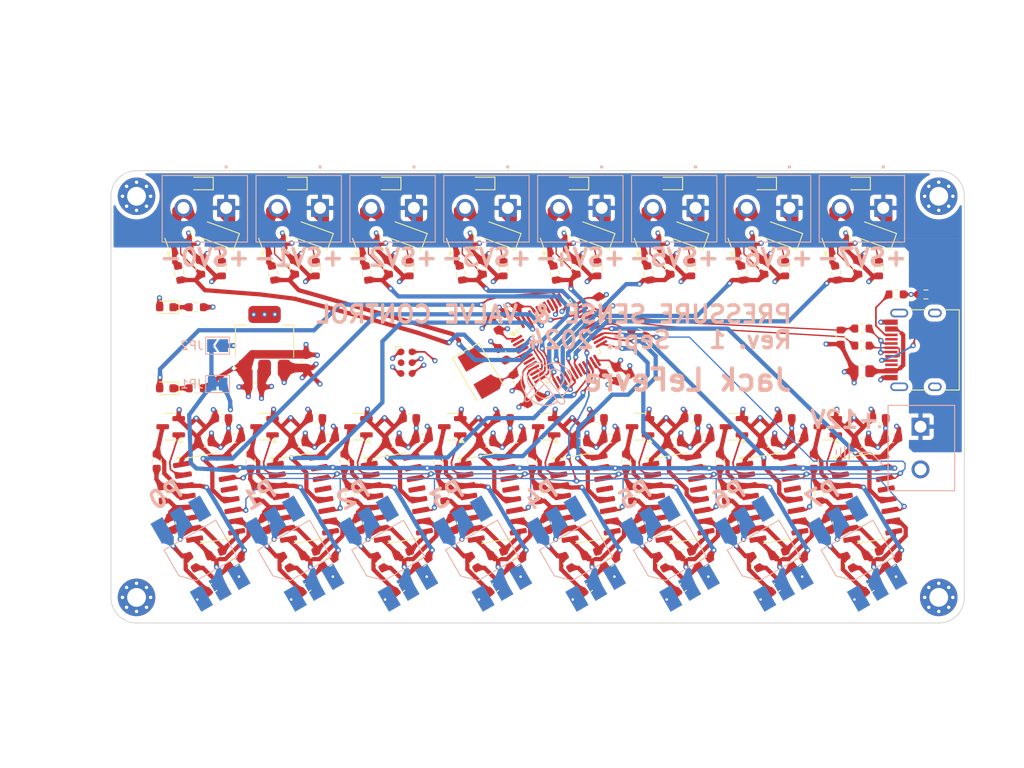
<source format=kicad_pcb>
(kicad_pcb (version 20240108) (generator "pcbnew") (generator_version "8.0")
  (layers (0 "F.Cu" signal) (1 "In1.Cu" signal) (2 "In2.Cu" signal) (31 "B.Cu" signal) (34 "B.Paste" user) (35 "F.Paste" user) (36 "B.SilkS" user "B.Silkscreen") (37 "F.SilkS" user "F.Silkscreen") (38 "B.Mask" user) (39 "F.Mask" user) (44 "Edge.Cuts" user))
  (net 0 "")
  (net 1 "GND")
  (net 2 "+3V3")
  (net 3 "/HSE_OUT")
  (net 4 "/HSE_IN")
  (net 5 "+5V")
  (net 6 "/Pressure Sensor 0/Exc+")
  (net 7 "/Pressure Sensor 0/IN+")
  (net 8 "/Pressure Sensor 0/IN-")
  (net 9 "Net-(U4-VBG)")
  (net 10 "/Pressure Sensor 1/Exc+")
  (net 11 "/Pressure Sensor 1/IN-")
  (net 12 "/Pressure Sensor 1/IN+")
  (net 13 "Net-(U6-VBG)")
  (net 14 "/Pressure Sensor 2/Exc+")
  (net 15 "/Pressure Sensor 2/IN-")
  (net 16 "/Pressure Sensor 2/IN+")
  (net 17 "Net-(U8-VBG)")
  (net 18 "/Pressure Sensor 3/Exc+")
  (net 19 "/Pressure Sensor 3/IN-")
  (net 20 "/Pressure Sensor 3/IN+")
  (net 21 "Net-(U10-VBG)")
  (net 22 "/Pressure Sensor 4/Exc+")
  (net 23 "/Pressure Sensor 4/IN-")
  (net 24 "/Pressure Sensor 4/IN+")
  (net 25 "Net-(U12-VBG)")
  (net 26 "/Pressure Sensor 5/Exc+")
  (net 27 "/Pressure Sensor 5/IN-")
  (net 28 "/Pressure Sensor 5/IN+")
  (net 29 "Net-(U14-VBG)")
  (net 30 "/Pressure Sensor 6/Exc+")
  (net 31 "/Pressure Sensor 6/IN+")
  (net 32 "/Pressure Sensor 6/IN-")
  (net 33 "Net-(U16-VBG)")
  (net 34 "/Pressure Sensor 7/Exc+")
  (net 35 "/Pressure Sensor 7/IN+")
  (net 36 "/Pressure Sensor 7/IN-")
  (net 37 "Net-(U18-VBG)")
  (net 38 "Net-(D2-K)")
  (net 39 "Net-(D2-A)")
  (net 40 "+12V")
  (net 41 "/Solenoid Driver 0/Vout")
  (net 42 "Net-(D4-K)")
  (net 43 "SV0")
  (net 44 "/Solenoid Driver 1/Vout")
  (net 45 "SV1")
  (net 46 "Net-(D6-K)")
  (net 47 "/Solenoid Driver 2/Vout")
  (net 48 "Net-(D8-K)")
  (net 49 "SV2")
  (net 50 "/Solenoid Driver 3/Vout")
  (net 51 "Net-(D10-K)")
  (net 52 "SV3")
  (net 53 "/Solenoid Driver 4/Vout")
  (net 54 "SV4")
  (net 55 "Net-(D12-K)")
  (net 56 "/Solenoid Driver 5/Vout")
  (net 57 "Net-(D14-K)")
  (net 58 "SV5")
  (net 59 "/Solenoid Driver 6/Vout")
  (net 60 "Net-(D16-K)")
  (net 61 "SV6")
  (net 62 "/Solenoid Driver 7/Vout")
  (net 63 "SV7")
  (net 64 "Net-(D18-K)")
  (net 65 "Net-(D19-K)")
  (net 66 "/VBUS")
  (net 69 "USB_D+")
  (net 70 "Net-(J1-CC1)")
  (net 71 "USB_D-")
  (net 75 "Net-(J1-CC2)")
  (net 77 "RATE")
  (net 78 "/Pressure Sensor 0/AVDD")
  (net 79 "/Pressure Sensor 1/AVDD")
  (net 80 "/Pressure Sensor 2/AVDD")
  (net 81 "/Pressure Sensor 3/AVDD")
  (net 82 "/Pressure Sensor 4/AVDD")
  (net 83 "/Pressure Sensor 5/AVDD")
  (net 84 "/Pressure Sensor 6/AVDD")
  (net 85 "/Pressure Sensor 7/AVDD")
  (net 86 "Net-(Q1-B)")
  (net 87 "Net-(Q2-B)")
  (net 88 "Net-(Q3-B)")
  (net 89 "Net-(Q4-B)")
  (net 90 "Net-(Q5-B)")
  (net 91 "Net-(Q6-B)")
  (net 92 "Net-(Q7-B)")
  (net 93 "Net-(Q8-B)")
  (net 94 "Net-(Q9-G)")
  (net 95 "Net-(Q10-G)")
  (net 96 "Net-(Q11-G)")
  (net 97 "Net-(Q12-G)")
  (net 98 "Net-(Q13-G)")
  (net 99 "Net-(Q14-G)")
  (net 100 "Net-(Q15-G)")
  (net 101 "Net-(Q16-G)")
  (net 102 "Net-(U4-VFB)")
  (net 103 "Net-(U6-VFB)")
  (net 104 "Net-(U8-VFB)")
  (net 105 "Net-(U10-VFB)")
  (net 106 "Net-(U12-VFB)")
  (net 107 "Net-(U14-VFB)")
  (net 108 "Net-(U16-VFB)")
  (net 109 "Net-(U18-VFB)")
  (net 110 "DOUT2")
  (net 112 "DOUT6")
  (net 113 "DOUT5")
  (net 115 "DOUT4")
  (net 119 "DOUT0")
  (net 120 "SWDIO")
  (net 121 "SWO")
  (net 127 "DOUT7")
  (net 128 "SWCLK")
  (net 129 "DOUT1")
  (net 130 "PD-SCK")
  (net 131 "Net-(J1-D+-PadA6)")
  (net 134 "DOUT3")
  (net 136 "CLK")
  (net 152 "Net-(J1-D--PadA7)")
  (net 153 "Net-(U2-PA8)")
  (footprint "Resistor_SMD:R_0603_1608Metric" (layer "F.Cu") (at 127.5 111.32186 95)
    (property "Reference" "R34" (hide yes))
    (property "Value" "10k")
  )
  (footprint "Capacitor_SMD:C_0603_1608Metric" (layer "F.Cu") (at 150 131.865 5)
    (property "Reference" "C56" (hide yes))
    (property "Value" "10u")
  )
  (footprint "Package_TO_SOT_SMD:SOT-223-3_TabPin2" (layer "F.Cu") (at 91 120 90)
    (property "Reference" "U1" (hide yes))
    (property "Value" "AMS1117-3.3")
  )
  (footprint "Package_TO_SOT_SMD:SOT-23" (layer "F.Cu") (at 92 108 110)
    (property "Reference" "Q10" (hide yes))
    (property "Value" "AO3400A")
  )
  (footprint "Diode_SMD:D_SOD-123" (layer "F.Cu") (at 85.5 107.5 160)
    (property "Reference" "D3" (hide yes))
    (property "Value" "BAT41")
  )
  (footprint "Diode_SMD:D_SOD-123" (layer "F.Cu") (at 151.5 107.5 160)
    (property "Reference" "D15" (hide yes))
    (property "Value" "BAT41")
  )
  (footprint "Resistor_SMD:R_0603_1608Metric" (layer "F.Cu") (at 119 111.5 -90)
    (property "Reference" "R32" (hide yes))
    (property "Value" "4k7")
  )
  (footprint "Package_TO_SOT_SMD:SOT-23" (layer "F.Cu") (at 157 130 180)
    (property "Reference" "Q8" (hide yes))
    (property "Value" "MMBT3906")
  )
  (footprint "Capacitor_SMD:C_0603_1608Metric" (layer "F.Cu") (at 152 129)
    (property "Reference" "C55" (hide yes))
    (property "Value" "100n")
  )
  (footprint "MountingHole:MountingHole_2.2mm_M2_Pad_Via" (layer "F.Cu") (at 170 103)
    (property "Reference" "H3" (hide yes))
    (property "Value" "M3")
  )
  (footprint "LED_SMD:LED_0603_1608Metric" (layer "F.Cu") (at 138.5 101.5 180)
    (property "Reference" "D14" (hide yes))
    (property "Value" "Red")
  )
  (footprint "Capacitor_SMD:C_0603_1608Metric" (layer "F.Cu") (at 118 148.865 -140)
    (property "Reference" "C37" (hide yes))
    (property "Value" "10u")
  )
  (footprint "Inductor_SMD:L_0603_1608Metric" (layer "F.Cu") (at 164.5 145.865 35)
    (property "Reference" "L8" (hide yes))
    (property "Value" "3u3")
  )
  (footprint "Inductor_SMD:L_0603_1608Metric" (layer "F.Cu") (at 120.5 145.865 35)
    (property "Reference" "L4" (hide yes))
    (property "Value" "3u3")
  )
  (footprint "Package_TO_SOT_SMD:SOT-23" (layer "F.Cu") (at 91 130 180)
    (property "Reference" "Q2" (hide yes))
    (property "Value" "MMBT3906")
  )
  (footprint "Inductor_SMD:L_0603_1608Metric" (layer "F.Cu") (at 142.5 145.865 35)
    (property "Reference" "L6" (hide yes))
    (property "Value" "3u3")
  )
  (footprint "Capacitor_SMD:C_0603_1608Metric" (layer "F.Cu") (at 124.09 141.37 100)
    (property "Reference" "C46" (hide yes))
    (property "Value" "100n")
  )
  (footprint "Resistor_SMD:R_0603_1608Metric" (layer "F.Cu") (at 158.5 119.5 90)
    (property "Reference" "R47" (hide yes))
    (property "Value" "4k7")
  )
  (footprint "Capacitor_SMD:C_0603_1608Metric" (layer "F.Cu") (at 106 131.865 5)
    (property "Reference" "C28" (hide yes))
    (property "Value" "10u")
  )
  (footprint "Capacitor_SMD:C_0603_1608Metric" (layer "F.Cu") (at 131.531089 123.446152 -150)
    (property "Reference" "C4" (hide yes))
    (property "Value" "100n")
  )
  (footprint "Crystal:Crystal_SMD_5032-2Pin_5.0x3.2mm" (layer "F.Cu") (at 116.089746 123.700962 -60)
    (property "Reference" "Y1" (hide yes))
    (property "Value" "8MHz")
  )
  (footprint "Resistor_SMD:R_0603_1608Metric" (layer "F.Cu") (at 83.5 111.32186 95)
    (property "Reference" "R22" (hide yes))
    (property "Value" "10k")
  )
  (footprint "Package_TO_SOT_SMD:SOT-23" (layer "F.Cu") (at 102 130 180)
    (property "Reference" "Q3" (hide yes))
    (property "Value" "MMBT3906")
  )
  (footprint "Diode_SMD:D_SOD-123" (layer "F.Cu") (at 140.5 107.5 160)
    (property "Reference" "D13" (hide yes))
    (property "Value" "BAT41")
  )
  (footprint "Package_SO:SOP-16_3.9x9.9mm_P1.27mm" (layer "F.Cu") (at 95.5 138.365 10)
    (property "Reference" "U6" (hide yes))
    (property "Value" "HX711")
  )
  (footprint "Capacitor_SMD:C_0603_1608Metric" (layer "F.Cu") (at 163 129)
    (property "Reference" "C62" (hide yes))
    (property "Value" "100n")
  )
  (footprint "Resistor_SMD:R_0603_1608Metric" (layer "F.Cu") (at 108 111.5 -90)
    (property "Reference" "R29" (hide yes))
    (property "Value" "4k7")
  )
  (footprint "Capacitor_SMD:C_0603_1608Metric" (layer "F.Cu") (at 109.5 131.365 -175)
    (property "Reference" "C26" (hide yes))
    (property "Value" "100n")
  )
  (footprint "Resistor_SMD:R_0603_1608Metric" (layer "F.Cu") (at 105.5 111.32186 95)
    (property "Reference" "R28" (hide yes))
    (property "Value" "10k")
  )
  (footprint "Package_SO:SOP-16_3.9x9.9mm_P1.27mm" (layer "F.Cu") (at 139.5 138.365 10)
    (property "Reference" "U14" (hide yes))
    (property "Value" "HX711")
  )
  (footprint "LED_SMD:LED_0603_1608Metric" (layer "F.Cu") (at 105.5 101.5 180)
    (property "Reference" "D8" (hide yes))
    (property "Value" "Red")
  )
  (footprint "LED_SMD:LED_0603_1608Metric" (layer "F.Cu") (at 94.5 101.5 180)
    (property "Reference" "D6" (hide yes))
    (property "Value" "Red")
  )
  (footprint "Package_SO:SOP-16_3.9x9.9mm_P1.27mm" (layer "F.Cu") (at 161.5 138.365 10)
    (property "Reference" "U18" (hide yes))
    (property "Value" "HX711")
  )
  (footprint "Capacitor_SMD:C_0603_1608Metric" (layer "F.Cu") (at 142.5 131.365 -175)
    (property "Reference" "C47" (hide yes))
    (property "Value" "100n")
  )
  (footprint "Resistor_SMD:R_0603_1608Metric" (layer "F.Cu") (at 163 111.5 -90)
    (property "Reference" "R44" (hide yes))
    (property "Value" "4k7")
  )
  (footprint "Resistor_SMD:R_0603_1608Metric" (layer "F.Cu") (at 112 137.865 -85)
    (property "Reference" "R12" (hide yes))
    (property "Value" "8k2")
  )
  (footprint "Capacitor_SMD:C_0603_1608Metric" (layer "F.Cu") (at 118.271738 144.865 20)
    (property "Reference" "C38" (hide yes))
    (property "Value" "100n")
  )
  (footprint "Resistor_SMD:R_0603_1608Metric" (layer "F.Cu") (at 141 111.5 -90)
    (property "Reference" "R38" (hide yes))
    (property "Value" "4k7")
  )
  (footprint "Capacitor_SMD:C_0603_1608Metric" (layer "F.Cu") (at 126.5 145.865 120)
    (property "Reference" "C43" (hide yes))
    (property "Value" "100n")
  )
  (footprint "Inductor_SMD:L_0603_1608Metric" (layer "F.Cu") (at 109.5 145.865 35)
    (property "Reference" "L3" (hide yes))
    (property "Value" "3u3")
  )
  (footprint "Package_TO_SOT_SMD:SOT-23" (layer "F.Cu") (at 125 108 110)
    (property "Reference" "Q13" (hide yes))
    (property "Value" "AO3400A")
  )
  (footprint "Capacitor_SMD:C_0603_1608Metric" (layer "F.Cu") (at 104.5 145.865 120)
    (property "Reference" "C29" (hide yes))
    (property "Value" "100n")
  )
  (footprint "Capacitor_SMD:C_0603_1608Metric" (layer "F.Cu") (at 129.271738 144.865 20)
    (property "Reference" "C45" (hide yes))
    (property "Value" "100n")
  )
  (footprint "Resistor_SMD:R_0603_1608Metric" (layer "F.Cu") (at 155.36 134.04 -90)
    (property "Reference" "R19" (hide yes))
    (property "Value" "20k")
  )
  (footprint "Capacitor_SMD:C_0603_1608Metric" (layer "F.Cu") (at 97 129)
    (property "Reference" "C20" (hide yes))
    (property "Value" "100n")
  )
  (footprint "Resistor_SMD:R_0603_1608Metric" (layer "F.Cu") (at 97 111.5 -90)
    (property "Reference" "R26" (hide yes))
    (property "Value" "4k7")
  )
  (footprint "Package_SO:SOP-16_3.9x9.9mm_P1.27mm" (layer "F.Cu") (at 150.5 138.365 10)
    (property "Reference" "U16" (hide yes))
    (property "Value" "HX711")
  )
  (footprint "Resistor_SMD:R_0603_1608Metric" (layer "F.Cu") (at 83 125.5)
    (property "Reference" "R4" (hide yes))
    (property "Value" "4k7")
  )
  (footprint "Inductor_SMD:L_0603_1608Metric" (layer "F.Cu") (at 98.5 145.865 35)
    (property "Reference" "L2" (hide yes))
    (property "Value" "3u3")
  )
  (footprint "Package_TO_SOT_SMD:SOT-23" (layer "F.Cu") (at 113 130 180)
    (property "Reference" "Q4" (hide yes))
    (property "Value" "MMBT3906")
  )
  (footprint "Capacitor_SMD:C_0603_1608Metric" (layer "F.Cu") (at 115.5 145.865 120)
    (property "Reference" "C36" (hide yes))
    (property "Value" "100n")
  )
  (footprint "Capacitor_SMD:C_0603_1608Metric" (layer "F.Cu") (at 86 129)
    (property "Reference" "C13" (hide yes))
    (property "Value" "100n")
  )
  (footprint "Package_TO_SOT_SMD:SOT-23" (layer "F.Cu") (at 80 130 180)
    (property "Reference" "Q1" (hide yes))
    (property "Value" "MMBT3906")
  )
  (footprint "Package_QFP:LQFP-48_7x7mm_P0.5mm" (layer "F.Cu") (at 125.5 120 30)
    (property "Reference" "U2" (hide yes))
    (property "Value" "STM32F103C8T6")
  )
  (footprint "Resistor_SMD:R_0603_1608Metric" (layer "F.Cu") (at 100.36 134.04 -90)
    (property "Reference" "R9" (hide yes))
    (property "Value" "20k")
  )
  (footprint "Resistor_SMD:R_0603_1608Metric" (layer "F.Cu") (at 116.5 111.32186 95)
    (property "Reference" "R31" (hide yes))
    (property "Value" "10k")
  )
  (footprint "Resistor_SMD:R_0603_1608Metric" (layer "F.Cu") (at 79 137.865 -85)
    (property "Reference" "R6" (hide yes))
    (property "Value" "8k2")
  )
  (footprint "Capacitor_SMD:C_0603_1608Metric" (layer "F.Cu") (at 133.147114 124.245191 -150)
    (property "Reference" "C3" (hide yes))
    (property "Value" "4u7")
  )
  (footprint "Resistor_SMD:R_0603_1608Metric" (layer "F.Cu") (at 134.83 119.09 -20)
    (property "Reference" "R48" (hide yes))
    (property "Value" "33R")
  )
  (footprint "Capacitor_SMD:C_0603_1608Metric" (layer "F.Cu") (at 131.5 131.365 -175)
    (property "Reference" "C40" (hide yes))
    (property "Value" "100n")
  )
  (footprint "Capacitor_SMD:C_0603_1608Metric" (layer "F.Cu") (at 91.09 141.37 100)
    (property "Reference" "C25" (hide yes))
    (property "Value" "100n")
  )
  (footprint "Resistor_SMD:R_0603_1608Metric" (layer "F.Cu") (at 161 120.5)
    (property "Reference" "R46" (hide yes))
    (property "Value" "20R")
  )
  (footprint "Capacitor_SMD:C_0603_1608Metric" (layer "F.Cu") (at 146.09 141.37 100)
    (property "Reference" "C60" (hide yes))
    (property "Value" "100n")
  )
  (footprint "Resistor_SMD:R_0603_1608Metric" (layer "F.Cu") (at 78.36 134.04 -90)
    (property "Reference" "R5" (hide yes))
    (property "Value" "20k")
  )
  (footprint "Capacitor_SMD:C_0603_1608Metric" (layer "F.Cu") (at 113.09 141.37 100)
    (property "Reference" "C39" (hide yes))
    (property "Value" "100n")
  )
  (footprint "Connector:Tag-Connect_TC2030-IDC-NL_2x03_P1.27mm_Vertical" (layer "F.Cu") (at 107.635 122.5 -90)
    (property "Reference" "J11" (hide yes))
    (property "Value" "TC2030-NL")
  )
  (footprint "Capacitor_SMD:C_0603_1608Metric" (layer "F.Cu") (at 162 148.865 -140)
    (property "Reference" "C65" (hide yes))
    (property "Value" "10u")
  )
  (footprint "Package_TO_SOT_SMD:SOT-23" (layer "F.Cu") (at 136 108 110)
    (property "Reference" "Q14" (hide yes))
    (property "Value" "AO3400A")
  )
  (footprint "Resistor_SMD:R_0603_1608Metric" (layer "F.Cu") (at 144.36 134.04 -90)
    (property "Reference" "R17" (hide yes))
    (property "Value" "20k")
  )
  (footprint "Capacitor_SMD:C_0603_1608Metric" (layer "F.Cu") (at 157.09 141.37 100)
    (property "Reference" "C67" (hide yes))
    (property "Value" "100n")
  )
  (footprint "Diode_SMD:D_SOD-123" (layer "F.Cu") (at 129.5 107.5 160)
    (property "Reference" "D11" (hide yes))
    (property "Value" "BAT41")
  )
  (footprint "Capacitor_SMD:C_0603_1608Metric" (layer "F.Cu") (at 120.620835 124.549038 -60)
    (property "Reference" "C11" (hide yes))
    (property "Value" "30p")
  )
  (footprint "Capacitor_SMD:C_0603_1608Metric" (layer "F.Cu") (at 84 131.865 5)
    (property "Reference" "C14" (hide yes))
    (property "Value" "10u")
  )
  (footprint "Resistor_SMD:R_0603_1608Metric" (layer "F.Cu") (at 168.5 114.5 180)
    (property "Reference" "R1" (hide yes))
    (property "Value" "5k1")
  )
  (footprint "MountingHole:MountingHole_2.2mm_M2_Pad_Via" (layer "F.Cu") (at 170 150)
    (property "Reference" "H4" (hide yes))
    (property "Value" "M3")
  )
  (footprint "Capacitor_SMD:C_0603_1608Metric" (layer "F.Cu") (at 140 148.865 -140)
    (property "Reference" "C51" (hide yes))
    (property "Value" "10u")
  )
  (footprint "Capacitor_SMD:C_0603_1608Metric" (layer "F.Cu") (at 96.271738 144.865 20)
    (property "Reference" "C24" (hide yes))
    (property "Value" "100n")
  )
  (footprint "Capacitor_SMD:C_0603_1608Metric" (layer "F.Cu") (at 98.5 131.365 -175)
    (property "Reference" "C19" (hide yes))
    (property "Value" "100n")
  )
  (footprint "Capacitor_SMD:C_0603_1608Metric" (layer "F.Cu") (at 130.53 115.44 -60)
    (property "Reference" "C5" (hide yes))
    (property "Value" "100n")
  )
  (footprint "Capacitor_SMD:C_0603_1608Metric" (layer "F.Cu") (at 93.5 145.865 120)
    (property "Reference" "C22" (hide yes))
    (property "Value" "100n")
  )
  (footprint "Package_TO_SOT_SMD:SOT-23" (layer "F.Cu") (at 103 108 110)
    (property "Reference" "Q11" (hide yes))
    (property "Value" "AO3400A")
  )
  (footprint "Capacitor_SMD:C_0603_1608Metric" (layer "F.Cu") (at 119.901924 116.303848 30)
    (property "Reference" "C7" (hide yes))
    (property "Value" "100n")
  )
  (footprint "Capacitor_SMD:C_0603_1608Metric" (layer "F.Cu") (at 87.5 131.365 -175)
    (property "Reference" "C12" (hide yes))
    (property "Value" "100n")
  )
  (footprint "Capacitor_SMD:C_0603_1608Metric" (layer "F.Cu") (at 141 129)
    (property "Reference" "C48" (hide yes))
    (property "Value" "100n")
  )
  (footprint "Capacitor_SMD:C_0603_1608Metric" (layer "F.Cu") (at 148.5 145.865 120)
    (property "Reference" "C57" (hide yes))
    (property "Value" "100n")
  )
  (footprint "Capacitor_SMD:C_0603_1608Metric" (layer "F.Cu") (at 161 131.865 5)
    (property "Reference" "C63" (hide yes))
    (property "Value" "10u")
  )
  (footprint "Inductor_SMD:L_0603_1608Metric" (layer "F.Cu") (at 131.5 145.865 35)
    (property "Reference" "L5" (hide yes))
    (property "Value" "3u3")
  )
  (footprint "Resistor_SMD:R_0603_1608Metric" (layer "F.Cu") (at 165 114.5 180)
    (property "Reference" "R3" (hide yes))
    (property "Value" "5k1")
  )
  (footprint "Capacitor_SMD:C_0603_1608Metric" (layer "F.Cu") (at 122.553848 126.897114 -150)
    (property "Reference" "C9" (hide yes))
    (property "Value" "100n")
  )
  (footprint "Capacitor_SMD:C_0603_1608Metric" (layer "F.Cu") (at 137.5 145.865 120)
    (property "Reference" "C50" (hide yes))
    (property "Value" "100n")
  )
  (footprint "Capacitor_SMD:C_0603_1608Metric" (layer "F.Cu") (at 139 131.865 5)
    (property "Reference" "C49" (hide yes))
    (property "Value" "10u")
  )
  (footprint "Capacitor_SMD:C_0603_1608Metric" (layer "F.Cu") (at 117 131.865 5)
    (property "Reference" "C35" (hide yes))
    (property "Value" "10u")
  )
  (footprint "Inductor_SMD:L_0603_1608Metric" (layer "F.Cu") (at 153.5 145.865 35)
    (property "Reference" "L7" (hide yes))
    (property "Value" "3u3")
  )
  (footprint "Capacitor_SMD:C_0603_1608Metric" (layer "F.Cu") (at 120.5 131.365 -175)
    (property "Reference" "C33" (hide yes))
    (property "Value" "100n")
  )
  (footprint "Diode_SMD:D_SOD-123" (layer "F.Cu") (at 107.5 107.5 160)
    (property "Reference" "D7" (hide yes))
    (property "Value" "BAT41")
  )
  (footprint "Diode_SMD:D_SOD-123" (layer "F.Cu") (at 118.5 107.5 160)
    (property "Reference" "D9" (hide yes))
    (property "Value" "BAT41")
  )
  (footprint "Package_SO:SOP-16_3.9x9.9mm_P1.27mm" (layer "F.Cu") (at 106.5 138.365 10)
    (property "Reference" "U8" (hide yes))
    (property "Value" "HX711")
  )
  (footprint "LED_SMD:LED_0603_1608Metric" (layer "F.Cu") (at 116.5 101.5 180)
    (property "Reference" "D10" (hide yes))
    (property "Value" "Red")
  )
  (footprint "Capacitor_SMD:C_0603_1608Metric" (layer "F.Cu") (at 129 148.865 -140)
    (property "Reference" "C44" (hide yes))
    (property "Value" "10u")
  )
  (footprint "Package_TO_SOT_SMD:SOT-23" (layer "F.Cu") (at 114 108 110)
    (property "Reference" "Q12" (hide yes))
    (property "Value" "AO3400A")
  )
  (footprint "Resistor_SMD:R_0805_2012Metric" (layer "F.Cu") (at 161 123.5 180)
    (property "Reference" "FB1" (hide yes))
    (property "Value" "100R@100MHz")
  )
  (footprint "Capacitor_SMD:C_0603_1608Metric" (layer "F.Cu") (at 85 148.865 -140)
    (property "Reference" "C16" (hide yes))
    (property "Value" "10u")
  )
  (footprint "Resistor_SMD:R_0603_1608Metric" (layer "F.Cu") (at 103 112 100)
    (property "Reference" "R27" (hide yes))
    (property "Value" "100")
  )
  (footprint "Resistor_SMD:R_0603_1608Metric" (layer "F.Cu") (at 83 116)
    (property "Reference" "R2" (hide yes))
    (property "Value" "4k7")
  )
  (footprint "Resistor_SMD:R_0603_1608Metric" (layer "F.Cu") (at 125 112 100)
    (property "Reference" "R33" (hide yes))
    (property "Value" "100")
  )
  (footprint "Capacitor_SMD:C_0603_1608Metric" (layer "F.Cu") (at 162.271738 144.865 20)
    (property "Reference" "C66" (hide yes))
    (property "Value" "100n")
  )
  (footprint "Connector_USB:USB_C_Receptacle_HRO_TYPE-C-31-M-12" (layer "F.Cu") (at 168.5 121 90)
    (property "Reference" "J1" (hide yes))
    (property "Value" "USB_C_Receptacle_USB2.0")
  )
  (footprint "LED_SMD:LED_0603_1608Metric" (layer "F.Cu") (at 79.5 116 180)
    (property "Reference" "D19" (hide yes))
    (property "Value" "Red")
  )
  (footprint "Package_SO:SOP-16_3.9x9.9mm_P1.27mm" (layer "F.Cu") (at 128.5 138.365 10)
    (property "Reference" "U12" (hide yes))
    (property "Value" "HX711")
  )
  (footprint "LED_SMD:LED_0603_1608Metric" (layer "F.Cu") (at 79.5 125.5 180)
    (property "Reference" "D2" (hide yes))
    (property "Value" "Yellow")
  )
  (footprint "Resistor_SMD:R_0603_1608Metric" (layer "F.Cu") (at 86 111.5 -90)
    (property "Reference" "R23" (hide yes))
    (property "Value" "4k7")
  )
  (footprint "Capacitor_SMD:C_0603_1608Metric" (layer "F.Cu") (at 85.271738 144.865 20)
    (property "Reference" "C17" (hide yes))
    (property "Value" "100n")
  )
  (footprint "Capacitor_SMD:C_0603_1608Metric" (layer "F.Cu") (at 119 129)
    (property "Reference" "C34" (hide yes))
    (property "Value" "100n")
  )
  (footprint "Inductor_SMD:L_0603_1608Metric" (layer "F.Cu") (at 87.5 145.865 35)
    (property "Reference" "L1" (hide yes))
    (property "Value" "3u3")
  )
  (footprint "Resistor_SMD:R_0603_1608Metric" (layer "F.Cu") (at 94.5 111.32186 95)
    (property "Reference" "R25" (hide yes))
    (property "Value" "10k")
  )
  (footprint "Capacitor_SMD:C_0603_1608Metric" (layer "F.Cu") (at 151 148.865 -140)
    (property "Reference" "C58" (hide yes))
    (property "Value" "10u")
  )
  (footprint "Capacitor_SMD:C_0603_1608Metric" (layer "F.Cu") (at 159.5 145.865 120)
    (property "Reference" "C64" (hide yes))
    (property "Value" "100n")
  )
  (footprint "Package_TO_SOT_SMD:SOT-23" (layer "F.Cu") (at 81 108 110)
    (property "Reference" "Q9" (hide yes))
    (property "Value" "AO3400A")
  )
  (footprint "Package_TO_SOT_SMD:SOT-23" (layer "F.Cu") (at 124 130 180)
    (property "Reference" "Q5" (hide yes))
    (property "Value" "MMBT3906")
  )
  (footprint "Resistor_SMD:R_0603_1608Metric" (layer "F.Cu") (at 147 112 100)
    (property "Reference" "R39" (hide yes))
    (property "Value" "100")
  )
  (footprint "Capacitor_SMD:C_0603_1608Metric" (layer "F.Cu") (at 108 129)
    (property "Reference" "C27" (hide yes))
    (property "Value" "100n")
  )
  (footprint "Diode_SMD:D_SOD-123" (layer "F.Cu") (at 162.5 107.5 160)
    (property "Reference" "D17" (hide yes))
    (property "Value" "BAT41")
  )
  (footprint "Capacitor_SMD:C_0603_1608Metric" (layer "F.Cu") (at 128 131.865 5)
    (property "Reference" "C42" (hide yes))
    (property "Value" "10u")
  )
  (footprint "LED_SMD:LED_0603_1608Metric" (layer "F.Cu") (at 149.5 101.5 180)
    (property "Reference" "D16" (hide yes))
    (property "Value" "Red")
  )
  (footprint "Resistor_SMD:R_0603_1608Metric" (layer "F.Cu") (at 81 112 100)
    (property "Reference" "R21" (hide yes))
    (property "Value" "100")
  )
  (footprint "Resistor_SMD:R_0603_1608Metric" (layer "F.Cu") (at 90 137.865 -85)
    (property "Reference" "R8" (hide yes))
    (property "Value" "8k2")
  )
  (footprint "MountingHole:MountingHole_2.2mm_M2_Pad_Via" (layer "F.Cu") (at 76 103)
    (property "Reference" "H1" (hide yes))
    (property "Value" "M3")
  )
  (footprint "Capacitor_SMD:C_0603_1608Metric" (layer "F.Cu") (at 89.875 125.345 180)
    (property "Reference" "C2" (hide yes))
    (property "Value" "1u")
  )
  (footprint "Package_TO_SOT_SMD:SOT-23" (layer "F.Cu") (at 158 108 110)
    (property "Reference" "Q16" (hide yes))
    (property "Value" "AO3400A")
  )
  (footprint "Resistor_SMD:R_0603_1608Metric" (layer "F.Cu") (at 145 137.865 -85)
    (property "Reference" "R18" (hide yes))
    (property "Value" "8k2")
  )
  (footprint "Resistor_SMD:R_0603_1608Metric" (layer "F.Cu") (at 158 112 100)
    (property "Reference" "R42" (hide yes))
    (property "Value" "100")
  )
  (footprint "MountingHole:MountingHole_2.2mm_M2_Pad_Via" (layer "F.Cu") (at 76 150)
    (property "Reference" "H2" (hide yes))
    (property "Value" "M3")
  )
  (footprint "Package_TO_SOT_SMD:SOT-23" (layer "F.Cu") (at 147 108 110)
    (property "Reference" "Q15" (hide yes))
    (property "Value" "AO3400A")
  )
  (footprint "Capacitor_SMD:C_0603_1608Metric" (layer "F.Cu") (at 95 131.865 5)
    (property "Reference" "C21" (hide yes))
    (property "Value" "10u")
  )
  (footprint "Capacitor_SMD:C_0603_1608Metric" (layer "F.Cu") (at 130 129)
    (property "Reference" "C41" (hide yes))
    (property "Value" "100n")
  )
  (footprint "Resistor_SMD:R_0603_1608Metric" (layer "F.Cu") (at 149.5 111.32186 95)
    (property "Reference" "R40" (hide yes))
    (property "Value" "10k")
  )
  (footprint "Package_SO:SOP-16_3.9x9.9mm_P1.27mm" (layer "F.Cu") (at 117.5 138.365 10)
    (property "Reference" "U10" (hide yes))
    (property "Value" "HX711")
  )
  (footprint "LED_SMD:LED_0603_1608Metric" (layer "F.Cu") (at 160.5 101.5 180)
    (property "Reference" "D18" (hide yes))
    (property "Value" "Red")
  )
  (footprint "Capacitor_SMD:C_0603_1608Metric" (layer "F.Cu") (at 151.271738 144.865 20)
    (property "Reference" "C59" (hide yes))
    (property "Value" "100n")
  )
  (footprint "Resistor_SMD:R_0603_1608Metric" (layer "F.Cu") (at 114 112 100)
    (property "Reference" "R30" (hide yes))
    (property "Value" "100")
  )
  (footprint "Resistor_SMD:R_0603_1608Metric" (layer "F.Cu") (at 92 112 100)
    (property "Reference" "R24" (hide yes))
    (property "Value" "100")
  )
  (footprint "Resistor_SMD:R_0603_1608Metric" (layer "F.Cu") (at 138.5 111.32186 95)
    (property "Reference" "R37" (hide yes))
    (property "Value" "10k")
  )
  (footprint "Resistor_SMD:R_0603_1608Metric" (layer "F.Cu") (at 134 137.865 -85)
    (property "Reference" "R16" (hide yes))
    (property "Value" "8k2")
  )
  (footprint "Capacitor_SMD:C_0603_1608Metric" (layer "F.Cu") (at 107 148.865 -140)
    (property "Reference" "C30" (hide yes))
    (property "Value" "10u")
  )
  (footprint "Resistor_SMD:R_0603_1608Metric" (layer "F.Cu") (at 156 137.865 -85)
    (property "Reference" "R20" (hide yes))
    (property "Value" "8k2")
  )
  (footprint "Capacitor_SMD:C_0603_1608Metric" (layer "F.Cu") (at 118.870835 121.517949 120)
    (property "Reference" "C10" (hide yes))
    (property "Value" "30p")
  )
  (footprint "Capacitor_SMD:C_0603_1608Metric" (layer "F.Cu") (at 96 148.865 -140)
    (property "Reference" "C23" (hide yes))
    (property "Value" "10u")
  )
  (footprint "Capacitor_SMD:C_0603_1608Metric" (layer "F.Cu") (at 117.98686 117.98686 120)
    (property "Reference" "C6" (hide yes))
    (property "Value" "100n")
  )
  (footprint "Capacitor_SMD:C_0603_1608Metric" (layer "F.Cu") (at 140.271738 144.865 20)
    (property "Reference" "C52" (hide yes))
    (property "Value" "100n")
  )
  (footprint "Resistor_SMD:R_0603_1608Metric" (layer "F.Cu") (at 122.36 134.04 -90)
    (property "Reference" "R13" (hide yes))
    (property "Value" "20k")
  )
  (footprint "Capacitor_SMD:C_0603_1608Metric" (layer "F.Cu") (at 164.5 131.365 -175)
    (property "Reference" "C61" (hide yes))
    (property "Value" "100n")
  )
  (footprint "Capacitor_SMD:C_0603_1608Metric" (layer "F.Cu") (at 102.09 141.37 100)
    (property "Reference" "C32" (hide yes))
    (property "Value" "100n")
  )
  (footprint "Diode_SMD:D_SOD-123" (layer "F.Cu") (at 96.5 107.5 160)
    (property "Reference" "D5" (hide yes))
    (property "Value" "BAT41")
  )
  (footprint "Package_TO_SOT_SMD:SOT-23" (layer "F.Cu") (at 135 130 180)
    (property "Reference" "Q6" (hide yes))
    (property "Value" "MMBT3906")
  )
  (footprint "Package_SO:SOP-16_3.9x9.9mm_P1.27mm" (layer "F.Cu") (at 84.5 138.365 10)
    (property "Reference" "U4" (hide yes))
    (property "Value" "HX711")
  )
  (footprint "Resistor_SMD:R_0603_1608Metric" (layer "F.Cu") (at 160.5 111.32186 95)
    (property "Reference" "R43" (hide yes))
    (property "Value" "10k")
  )
  (footprint "LED_SMD:LED_0603_1608Metric" (layer "F.Cu") (at 83.5 101.5 180)
    (property "Reference" "D4" (hide yes))
    (property "Value" "Red")
  )
  (footprint "Resistor_SMD:R_0603_1608Metric" (layer "F.Cu") (at 89.36 134.04 -90)
    (property "Reference" "R7" (hide yes))
    (property "Value" "20k")
  )
  (footprint "Resistor_SMD:R_0603_1608Metric" (layer "F.Cu") (at 152 111.5 -90)
    (property "Reference" "R41" (hide yes))
    (property "Value" "4k7")
  )
  (footprint "Capacitor_SMD:C_0603_1608Metric" (layer "F.Cu") (at 107.271738 144.865 20)
    (property "Reference" "C31" (hide yes))
    (property "Value" "100n")
  )
  (footprint "Resistor_SMD:R_0603_1608Metric" (layer "F.Cu") (at 133.36 134.04 -90)
    (property "Reference" "R15" (hide yes))
    (property "Value" "20k")
  )
  (footprint "Capacitor_SMD:C_0603_1608Metric" (layer "F.Cu") (at 82.5 145.865 120)
    (property "Reference" "C15" (hide yes))
    (property "Value" "100n")
  )
  (footprint "Package_TO_SOT_SMD:SOT-23" (layer "F.Cu") (at 146 130 180)
    (property "Reference" "Q7" (hide yes))
    (property "Value" "MMBT3906")
  )
  (footprint "Capacitor_SMD:C_0603_1608Metric" (layer "F.Cu") (at 80.09 141.37 100)
    (property "Reference" "C18" (hide yes))
    (property "Value" "100n")
  )
  (footprint "Resistor_SMD:R_0603_1608Metric" (layer "F.Cu") (at 111.36 134.04 -90)
    (property "Reference" "R11" (hide yes))
    (property "Value" "20k")
  )
  (footprint "Capacitor_SMD:C_0603_1608Metric" (layer "F.Cu") (at 95.875 122.345 90)
    (property "Reference" "C1" (hide yes))
    (property "Value" "1u")
  )
  (footprint "Resistor_SMD:R_0603_1608Metric" (layer "F.Cu") (at 161 118.5)
    (property "Reference" "R45" (hide yes))
    (property "Value" "20R")
  )
  (footprint "Capacitor_SMD:C_0603_1608Metric" (layer "F.Cu") (at 153.5 131.365 -175)
    (property "Reference" "C54" (hide yes))
    (property "Value" "100n")
  )
  (footprint "Resistor_SMD:R_0603_1608Metric" (layer "F.Cu") (at 101 137.865 -85)
    (property "Reference" "R10" (hide yes))
    (property "Value" "8k2")
  )
  (footprint "Resistor_SMD:R_0603_1608Metric" (layer "F.Cu") (at 136 112 100)
    (property "Reference" "R36" (hide yes))
    (property "Value" "100")
  )
  (footprint "Resistor_SMD:R_0603_1608Metric" (layer "F.Cu") (at 130 111.5 -90)
    (property "Reference" "R35" (hide yes))
    (property "Value" "4k7")
  )
  (footprint "LED_SMD:LED_0603_1608Metric" (layer "F.Cu") (at 127.5 101.5 180)
    (property "Reference" "D12" (hide yes))
    (property "Value" "Red")
  )
  (footprint "Capacitor_SMD:C_0603_1608Metric" (layer "F.Cu") (at 135.09 141.37 100)
    (property "Reference" "C53" (hide yes))
    (property "Value" "100n")
  )
  (footprint "Resistor_SMD:R_0603_1608Metric" (layer "F.Cu") (at 123 137.865 -85)
    (property "Reference" "R14" (hide yes))
    (property "Value" "8k2")
  )
  (footprint "CUI_TB003-500-P02BE:CUI_TB003-500-P02BE" (layer "B.Cu") (at 97.5 104.3625 180)
    (property "Reference" "J4" (hide yes))
    (property "Value" "CUI TB003-500-P02BE")
  )
  (footprint "pretzel:pretzel" (layer "B.Cu") (at 124 125 180)
    (property "Reference" "G***" (hide yes))
    (property "Value" "LOGO" (hide yes))
  )
  (footprint "Pressure_Sensor_SOP6:SOIC-6-Pressure-Sensor" (layer "B.Cu") (at 94.5 144.865 30)
    (property "Reference" "U5" (hide yes))
    (property "Value" "LWP040")
  )
  (footprint "Pressure_Sensor_SOP6:SOIC-6-Pressure-Sensor" (layer "B.Cu") (at 105.5 144.865 30)
    (property "Reference" "U7" (hide yes))
    (property "Value" "LWP040")
  )
  (footprint "CUI_TB003-500-P02BE:CUI_TB003-500-P02BE" (layer "B.Cu") (at 86.5 104.3625 180)
    (property "Reference" "J3" (hide yes))
    (property "Value" "CUI TB003-500-P02BE")
  )
  (footprint "CUI_TB003-500-P02BE:CUI_TB003-500-P02BE" (layer "B.Cu") (at 119.5 104.3625 180)
    (property "Reference" "J6" (hide yes))
    (property "Value" "CUI TB003-500-P02BE")
  )
  (footprint "CUI_TB003-500-P02BE:CUI_TB003-500-P02BE" (layer "B.Cu") (at 163.5 104.3625 180)
    (property "Reference" "J10" (hide yes))
    (property "Value" "CUI TB003-500-P02BE")
  )
  (footprint "CUI_TB003-500-P02BE:CUI_TB003-500-P02BE" (layer "B.Cu") (at 108.5 104.3625 180)
    (property "Reference" "J5" (hide yes))
    (property "Value" "CUI TB003-500-P02BE")
  )
  (footprint "Pressure_Sensor_SOP6:SOIC-6-Pressure-Sensor" (layer "B.Cu") (at 160.5 144.865 30)
    (property "Reference" "U17" (hide yes))
    (property "Value" "LWP040")
  )
  (footprint "Pressure_Sensor_SOP6:SOIC-6-Pressure-Sensor" (layer "B.Cu") (at 149.5 144.865 30)
    (property "Reference" "U15" (hide yes))
    (property "Value" "LWP040")
  )
  (footprint "Jumper:SolderJumper-2_P1.3mm_Bridged_Pad1.0x1.5mm" (layer "B.Cu") (at 85.5 125)
    (property "Reference" "JP1")
    (property "Value" "SolderJumper_2_Bridged")
  )
  (footprint "CUI_TB003-500-P02BE:CUI_TB003-500-P02BE" (layer "B.Cu") (at 167.8625 130 -90)
    (property "Reference" "J2" (hide yes))
    (property "Value" "CUI TB003-500-P02BE")
  )
  (footprint "CUI_TB003-500-P02BE:CUI_TB003-500-P02BE" (layer "B.Cu") (at 130.5 104.3625 180)
    (property "Reference" "J7" (hide yes))
    (property "Value" "CUI TB003-500-P02BE")
  )
  (footprint "Pressure_Sensor_SOP6:SOIC-6-Pressure-Sensor" (layer "B.Cu") (at 83.5 144.865 30)
    (property "Reference" "U3" (hide yes))
    (property "Value" "LWP040")
  )
  (footprint "Pressure_Sensor_SOP6:SOIC-6-Pressure-Sensor" (layer "B.Cu") (at 116.5 144.865 30)
    (property "Reference" "U9" (hide yes))
    (property "Value" "LWP040")
  )
  (footprint "Jumper:SolderJumper-2_P1.3mm_Open_TrianglePad1.0x1.5mm" (layer "B.Cu") (at 85.5 120.5 180)
    (property "Reference" "JP2")
    (property "Value" "SolderJumper_2_Open")
  )
  (footprint "CUI_TB003-500-P02BE:CUI_TB003-500-P02BE" (layer "B.Cu") (at 152.5 104.3625 180)
    (property "Reference" "J9" (hide yes))
    (property "Value" "CUI TB003-500-P02BE")
  )
  (footprint "Pressure_Sensor_SOP6:SOIC-6-Pressure-Sensor" (layer "B.Cu") (at 127.5 144.865 30)
    (property "Reference" "U11" (hide yes))
    (property "Value" "LWP040")
  )
  (footprint "CUI_TB003-500-P02BE:CUI_TB003-500-P02BE" (layer "B.Cu") (at 141.5 104.3625 180)
    (property "Reference" "J8" (hide yes))
    (property "Value" "CUI TB003-500-P02BE")
  )
  (footprint "Pressure_Sensor_SOP6:SOIC-6-Pressure-Sensor" (layer "B.Cu") (at 138.5 144.865 30)
    (property "Reference" "U13" (hide yes))
    (property "Value" "LWP040")
  )
  (gr_line (start 158.5 132.5) (end 158.5 133.5) (stroke (width 0.15)) (layer "B.SilkS"))
  (gr_line (start 163.5 134.5) (end 162 133) (stroke (width 0.15)) (layer "B.SilkS"))
  (gr_line (start 159 133.75) (end 159 132.25) (stroke (width 0.15)) (layer "B.SilkS"))
  (gr_line (start 159.5 132) (end 159.5 134) (stroke (width 0.15)) (layer "B.SilkS"))
  (gr_line (start 162 133) (end 159.5 133) (stroke (width 0.15)) (layer "B.SilkS"))
  (gr_line (start 158 132.75) (end 158 133.25) (stroke (width 0.15)) (layer "B.SilkS"))
  (gr_line (start 73 150) (end 73 103) (stroke (width 0.1)) (layer "Edge.Cuts"))
  (gr_line (start 76 100) (end 170 100) (stroke (width 0.1)) (layer "Edge.Cuts"))
  (gr_line (start 170 153) (end 76 153) (stroke (width 0.1)) (layer "Edge.Cuts"))
  (gr_arc (start 76 153) (mid 73.87868 152.12132) (end 73 150) (stroke (width 0.1)) (layer "Edge.Cuts"))
  (gr_arc (start 73 103) (mid 73.87868 100.87868) (end 76 100) (stroke (width 0.1)) (layer "Edge.Cuts"))
  (gr_arc (start 173 150) (mid 172.12132 152.12132) (end 170 153) (stroke (width 0.1)) (layer "Edge.Cuts"))
  (gr_line (start 173 103) (end 173 150) (stroke (width 0.1)) (layer "Edge.Cuts"))
  (gr_arc (start 170 100) (mid 172.12132 100.87868) (end 173 103) (stroke (width 0.1)) (layer "Edge.Cuts"))
  (gr_text "PRESSURE SENSE & VALVE CONTROL" (at 153 118 0) (layer "B.SilkS") (effects (font (size 2 2) (thickness 0.4) (bold yes)) (justify left bottom mirror)))
  (gr_text "+SV0-" (at 84 109 0) (layer "B.SilkS") (effects (font (size 2 2) (thickness 0.4) (bold yes)) (justify top mirror)))
  (gr_text "+SV7-" (at 161 109 0) (layer "B.SilkS") (effects (font (size 2 2) (thickness 0.4) (bold yes)) (justify top mirror)))
  (gr_text "P6" (at 146 139 30) (layer "B.SilkS") (effects (font (size 2 2) (thickness 0.4) (bold yes)) (justify bottom mirror)))
  (gr_text "+SV6-" (at 150 109 0) (layer "B.SilkS") (effects (font (size 2 2) (thickness 0.4) (bold yes)) (justify top mirror)))
  (gr_text "Rev. 1   Sept. 2024" (at 153 121 0) (layer "B.SilkS") (effects (font (size 2 2) (thickness 0.4) (bold yes)) (justify left bottom mirror)))
  (gr_text "P0" (at 80 139 30) (layer "B.SilkS") (effects (font (size 2 2) (thickness 0.4) (bold yes)) (justify bottom mirror)))
  (gr_text "+SV1-" (at 95 109 0) (layer "B.SilkS") (effects (font (size 2 2) (thickness 0.4) (bold yes)) (justify top mirror)))
  (gr_text "P2" (at 102 139 30) (layer "B.SilkS") (effects (font (size 2 2) (thickness 0.4) (bold yes)) (justify bottom mirror)))
  (gr_text "P7" (at 157 139 30) (layer "B.SilkS") (effects (font (size 2 2) (thickness 0.4) (bold yes)) (justify bottom mirror)))
  (gr_text "P4" (at 124 139 30) (layer "B.SilkS") (effects (font (size 2 2) (thickness 0.4) (bold yes)) (justify bottom mirror)))
  (gr_text "P3" (at 113 139 30) (layer "B.SilkS") (effects (font (size 2 2) (thickness 0.4) (bold yes)) (justify bottom mirror)))
  (gr_text "P5" (at 135 139 30) (layer "B.SilkS") (effects (font (size 2 2) (thickness 0.4) (bold yes)) (justify bottom mirror)))
  (gr_text "Jack LeFevre" (at 153 126 0) (layer "B.SilkS") (effects (font (size 2.5 2.5) (thickness 0.5) (bold yes)) (justify left bottom mirror)))
  (gr_text "+12V" (at 159 128 0) (layer "B.SilkS") (effects (font (size 2 2) (thickness 0.4) (bold yes)) (justify top mirror)))
  (gr_text "P1" (at 91 139 30) (layer "B.SilkS") (effects (font (size 2 2) (thickness 0.4) (bold yes)) (justify bottom mirror)))
  (gr_text "+SV5-" (at 139 109 0) (layer "B.SilkS") (effects (font (size 2 2) (thickness 0.4) (bold yes)) (justify top mirror)))
  (gr_text "+SV3-" (at 117 109 0) (layer "B.SilkS") (effects (font (size 2 2) (thickness 0.4) (bold yes)) (justify top mirror)))
  (gr_text "+SV4-" (at 128 109 0) (layer "B.SilkS") (effects (font (size 2 2) (thickness 0.4) (bold yes)) (justify top mirror)))
  (gr_text "+SV2-" (at 106 109 0) (layer "B.SilkS") (effects (font (size 2 2) (thickness 0.4) (bold yes)) (justify top mirror)))
  (segment (start 117.59936 117.371088) (end 116.485224 118.485224) (width 0.2) (layer "F.Cu") (net 1))
  (segment (start 112.955423 140.011774) (end 113.542724 139.424473) (width 0.5) (layer "F.Cu") (net 1))
  (segment (start 116.428096 110.5) (end 116.5 110.5) (width 0.5) (layer "F.Cu") (net 1))
  (segment (start 156.44 143.06) (end 157.295783 144.004217) (width 0.5) (layer "F.Cu") (net 1))
  (segment (start 160.12 150.25) (end 160.519475 150.25) (width 0.5) (layer "F.Cu") (net 1))
  (segment (start 137.148247 139.424473) (end 135.542724 139.424473) (width 0.5) (layer "F.Cu") (net 1))
  (segment (start 165.825 114.5) (end 167.675 114.5) (width 0.2) (layer "F.Cu") (net 1))
  (segment (start 102.295783 144.004217) (end 103.37398 145.19383) (width 0.5) (layer "F.Cu") (net 1))
  (segment (start 104.213352 109.285256) (end 105.428096 110.5) (width 0.5) (layer "F.Cu") (net 1))
  (segment (start 115.1125 145.19383) (end 114.764776 145.541554) (width 0.5) (layer "F.Cu") (net 1))
  (segment (start 161.772051 130.747949) (end 161.78 130.74) (width 0.5) (layer "F.Cu") (net 1))
  (segment (start 163.775 131.385495) (end 163.727949 131.432546) (width 0.5) (layer "F.Cu") (net 1))
  (segment (start 107.999999 112.325) (end 107.475 112.325) (width 0.5) (layer "F.Cu") (net 1))
  (segment (start 126.148247 139.424473) (end 124.542724 139.424473) (width 0.5) (layer "F.Cu") (net 1))
  (segment (start 118.346779 120.846779) (end 117.5 120) (width 0.2) (layer "F.Cu") (net 1))
  (segment (start 131.323012 116.316988) (end 131.81 115.83) (width 0.2) (layer "F.Cu") (net 1))
  (segment (start 151.253096 112.325) (end 149.428096 110.5) (width 0.5) (layer "F.Cu") (net 1))
  (segment (start 112.13 141.64) (end 112.44 143.06) (width 0.5) (layer "F.Cu") (net 1))
  (segment (start 141.775 129) (end 141.775 131.385495) (width 0.5) (layer "F.Cu") (net 1))
  (segment (start 103.764776 146.721621) (end 106.406315 149.36316) (width 0.5) (layer "F.Cu") (net 1))
  (segment (start 117.59936 117.31569) (end 117.59936 117.371088) (width 0.2) (layer "F.Cu") (net 1))
  (segment (start 130.859919 123.833652) (end 130.792039 123.833652) (width 0.127) (layer "F.Cu") (net 1))
  (segment (start 163.775 129) (end 163.775 131.385495) (width 0.5) (layer "F.Cu") (net 1))
  (segment (start 79.071902 138.686861) (end 79.805112 138.686861) (width 0.5) (layer "F.Cu") (net 1))
  (segment (start 114.764776 146.721621) (end 117.406315 149.36316) (width 0.5) (layer "F.Cu") (net 1))
  (segment (start 94.519475 150.25) (end 95.406315 149.36316) (width 0.5) (layer "F.Cu") (net 1))
  (segment (start 159.1125 145.19383) (end 158.764776 145.541554) (width 0.5) (layer "F.Cu") (net 1))
  (segment (start 123.071902 138.686861) (end 123.805112 138.686861) (width 0.5) (layer "F.Cu") (net 1))
  (segment (start 104.213352 108.556043) (end 104.213352 109.285256) (width 0.5) (layer "F.Cu") (net 1))
  (segment (start 150.772051 130.747949) (end 150.78 130.74) (width 0.5) (layer "F.Cu") (net 1))
  (segment (start 104.213352 108.556043) (end 105.143957 108.556043) (width 0.5) (layer "F.Cu") (net 1))
  (segment (start 122.270169 122.730769) (end 121.46 123.3) (width 0.2) (layer "F.Cu") (net 1))
  (segment (start 130.792039 123.833652) (end 129.484012 122.525625) (width 0.2) (layer "F.Cu") (net 1))
  (segment (start 91.295783 144.004217) (end 92.37398 145.19383) (width 0.5) (layer "F.Cu") (net 1))
  (segment (start 96.475 112.325) (end 95.8 113) (width 0.5) (layer "F.Cu") (net 1))
  (segment (start 112.955423 140.606774) (end 112.19 141.41) (width 0.5) (layer "F.Cu") (net 1))
  (segment (start 116.5 110.5) (end 117.3 109.7) (width 0.5) (layer "F.Cu") (net 1))
  (segment (start 130.879165 116.316988) (end 130.056988 116.316988) (width 0.2) (layer "F.Cu") (net 1))
  (segment (start 118.483335 120.846779) (end 118.346779 120.846779) (width 0.2) (layer "F.Cu") (net 1))
  (segment (start 108.775 131.385495) (end 108.727949 131.432546) (width 0.5) (layer "F.Cu") (net 1))
  (segment (start 123.955423 140.606774) (end 123.19 141.41) (width 0.5) (layer "F.Cu") (net 1))
  (segment (start 126.213352 108.556043) (end 126.213352 107.413352) (width 0.5) (layer "F.Cu") (net 1))
  (segment (start 129.253096 112.325) (end 127.428096 110.5) (width 0.5) (layer "F.Cu") (net 1))
  (segment (start 132.475944 124.632691) (end 131.24 125.06) (width 0.2) (layer "F.Cu") (net 1))
  (segment (start 147.37398 145.19383) (end 148.1125 145.19383) (width 0.5) (layer "F.Cu") (net 1))
  (segment (start 97.775 129) (end 97.775 131.385495) (width 0.5) (layer "F.Cu") (net 1))
  (segment (start 163.45 124.25) (end 163.2 124.5) (width 0.5) (layer "F.Cu") (net 1))
  (segment (start 115.213352 109.285256) (end 116.428096 110.5) (width 0.5) (layer "F.Cu") (net 1))
  (segment (start 115.213352 108.556043) (end 116.143957 108.556043) (width 0.5) (layer "F.Cu") (net 1))
  (segment (start 108.775 129) (end 108.775 131.385495) (width 0.5) (layer "F.Cu") (net 1))
  (segment (start 83.825 116) (end 84.94 116) (width 0.5) (layer "F.Cu") (net 1))
  (segment (start 92.764776 146.721621) (end 95.406315 149.36316) (width 0.5) (layer "F.Cu") (net 1))
  (segment (start 118.253096 112.325) (end 116.428096 110.5) (width 0.5) (layer "F.Cu") (net 1))
  (segment (start 104.1125 145.19383) (end 103.764776 145.541554) (width 0.5) (layer "F.Cu") (net 1))
  (segment (start 121.008335 125.220208) (end 121.882678 127.284614) (width 0.2) (layer "F.Cu") (net 1))
  (segment (start 90.071902 138.686861) (end 90.805112 138.686861) (width 0.5) (layer "F.Cu") (net 1))
  (segment (start 84.94 116) (end 84.96 115.98) (width 0.5) (layer "F.Cu") (net 1))
  (segment (start 85.475 112.325) (end 84.8 113) (width 0.5) (layer "F.Cu") (net 1))
  (segment (start 80.295783 144.004217) (end 81.37398 145.19383) (width 0.5) (layer "F.Cu") (net 1))
  (segment (start 137.213352 107.413352) (end 137.1 107.3) (width 0.5) (layer "F.Cu") (net 1))
  (segment (start 101.805112 138.686861) (end 102.542724 139.424473) (width 0.5) (layer "F.Cu") (net 1))
  (segment (start 115.213352 108.556043) (end 115.213352 109.285256) (width 0.5) (layer "F.Cu") (net 1))
  (segment (start 121.008335 125.220208) (end 120.579792 125.220208) (width 0.2) (layer "F.Cu") (net 1))
  (segment (start 83.143957 108.556043) (end 83.2 108.5) (width 0.5) (layer "F.Cu") (net 1))
  (segment (start 156.955423 140.606774) (end 156.955423 140.011774) (width 0.5) (layer "F.Cu") (net 1))
  (segment (start 84.772051 131.797454) (end 84.772051 130.747949) (width 0.5) (layer "F.Cu") (net 1))
  (segment (start 156.19 141.41) (end 156.13 141.64) (width 0.5) (layer "F.Cu") (net 1))
  (segment (start 104.148247 139.424473) (end 102.542724 139.424473) (width 0.5) (layer "F.Cu") (net 1))
  (segment (start 106.772051 130.747949) (end 106.78 130.74) (width 0.5) (layer "F.Cu") (net 1))
  (segment (start 159.213352 109.285256) (end 160.428096 110.5) (width 0.5) (layer "F.Cu") (net 1))
  (segment (start 160.519475 150.25) (end 161.406315 149.36316) (width 0.5) (layer "F.Cu") (net 1))
  (segment (start 129.3 115.75) (end 129.08 115.59) (width 0.2) (layer "F.Cu") (net 1))
  (segment (start 136.37398 145.19383) (end 137.1125 145.19383) (width 0.5) (layer "F.Cu") (net 1))
  (segment (start 159.213352 107.413352) (end 159.1 107.3) (width 0.5) (layer "F.Cu") (net 1))
  (segment (start 82.213352 107.413352) (end 82.1 107.3) (width 0.5) (layer "F.Cu") (net 1))
  (segment (start 151.999999 112.325) (end 151.253096 112.325) (width 0.5) (layer "F.Cu") (net 1))
  (segment (start 116.12 150.25) (end 116.519475 150.25) (width 0.5) (layer "F.Cu") (net 1))
  (segment (start 148.213352 108.556043) (end 148.213352 109.285256) (width 0.5) (layer "F.Cu") (net 1))
  (segment (start 93.213352 109.285256) (end 94.428096 110.5) (width 0.5) (layer "F.Cu") (net 1))
  (segment (start 86.775 129) (end 86.775 131.385495) (width 0.5) (layer "F.Cu") (net 1))
  (segment (start 79.44 143.06) (end 80.295783 144.004217) (width 0.5) (layer "F.Cu") (net 1))
  (segment (start 128.79 115.56) (end 128.025625 116.015988) (width 0.2) (layer "F.Cu") (net 1))
  (segment (start 105.12 150.25) (end 105.519475 150.25) (width 0.5) (layer "F.Cu") (net 1))
  (segment (start 93.1125 145.19383) (end 92.764776 145.541554) (width 0.5) (layer "F.Cu") (net 1))
  (segment (start 101.955423 140.606774) (end 101.19 141.41) (width 0.5) (layer "F.Cu") (net 1))
  (segment (start 89.1 125.345) (end 89.1 123.55) (width 1) (layer "F.Cu") (net 1))
  (segment (start 82.213352 108.556043) (end 82.213352 109.285256) (width 0.5) (layer "F.Cu") (net 1))
  (segment (start 101.44 143.06) (end 102.295783 144.004217) (width 0.5) (layer "F.Cu") (net 1))
  (segment (start 127.428096 110.5) (end 127.5 110.5) (width 0.5) (layer "F.Cu") (net 1))
  (segment (start 117.772051 131.797454) (end 117.772051 130.747949) (width 0.5) (layer "F.Cu") (net 1))
  (segment (start 115.213352 107.413352) (end 115.1 107.3) (width 0.5) (layer "F.Cu") (net 1))
  (segment (start 140.86 132.42) (end 141.727949 131.432546) (width 0.5) (layer "F.Cu") (net 1))
  (segment (start 93.213352 108.556043) (end 93.213352 107.413352) (width 0.5) (layer "F.Cu") (net 1))
  (segment (start 118.475 112.325) (end 117.8 113) (width 0.5) (layer "F.Cu") (net 1))
  (segment (start 114.764776 145.541554) (end 114.764776 146.721621) (width 0.5) (layer "F.Cu") (net 1))
  (segment (start 85.999999 112.325) (end 85.253096 112.325) (width 0.5) (layer "F.Cu") (net 1))
  (segment (start 145.955423 140.011774) (end 146.542724 139.424473) (width 0.5) (layer "F.Cu") (net 1))
  (segment (start 145.955423 140.606774) (end 145.955423 140.011774) (width 0.5) (layer "F.Cu") (net 1))
  (segment (start 117.772051 130.747949) (end 117.78 130.74) (width 0.5) (layer "F.Cu") (net 1))
  (segment (start 162.475 112.325) (end 161.8 113) (width 0.5) (layer "F.Cu") (net 1))
  (segment (start 137.1125 145.19383) (end 136.764776 145.541554) (width 0.5) (layer "F.Cu") (net 1))
  (segment (start 123.44 143.06) (end 124.295783 144.004217) (width 0.5) (layer "F.Cu") (net 1))
  (segment (start 93.213352 108.556043) (end 93.213352 109.285256) (width 0.5) (layer "F.Cu") (net 1))
  (segment (start 114.37398 145.19383) (end 115.1125 145.19383) (width 0.5) (layer "F.Cu") (net 1))
  (segment (start 93.213352 107.413352) (end 93.1 107.3) (width 0.5) (layer "F.Cu") (net 1))
  (segment (start 116.519475 150.25) (end 117.406315 149.36316) (width 0.5) (layer "F.Cu") (net 1))
  (segment (start 95.875 121.57) (end 97.14 121.57) (width 0.5) (layer "F.Cu") (net 1))
  (segment (start 136.764776 146.721621) (end 139.406315 149.36316) (width 0.5) (layer "F.Cu") (net 1))
  (segment (start 149.428096 110.5) (end 149.5 110.5) (width 0.5) (layer "F.Cu") (net 1))
  (segment (start 115.148247 139.424473) (end 113.542724 139.424473) (width 0.5) (layer "F.Cu") (net 1))
  (segment (start 160.428096 110.5) (end 160.5 110.5) (width 0.5) (layer "F.Cu") (net 1))
  (segment (start 82.148247 139.424473) (end 80.542724 139.424473) (width 0.5) (layer "F.Cu") (net 1))
  (segment (start 134.19 141.41) (end 134.13 141.64) (width 0.5) (layer "F.Cu") (net 1))
  (segment (start 84.772051 131.797454) (end 85.86 132.42) (width 0.5) (layer "F.Cu") (net 1))
  (segment (start 146.295783 144.004217) (end 147.37398 145.19383) (width 0.5) (layer "F.Cu") (net 1))
  (segment (start 135.295783 144.004217) (end 136.37398 145.19383) (width 0.5) (layer "F.Cu") (net 1))
  (segment (start 94.428096 110.5) (end 94.5 110.5) (width 0.5) (layer "F.Cu") (net 1))
  (segment (start 139.772051 131.797454) (end 140.86 132.42) (width 0.5) (layer "F.Cu") (net 1))
  (segment (start 90.44 143.06) (end 91.295783 144.004217) (width 0.5) (layer "F.Cu") (net 1))
  (segment (start 96.999999 112.325) (end 96.253096 112.325) (width 0.5) (layer "F.Cu") (net 1))
  (segment (start 129.7 116.18) (end 129.3 115.75) (width 0.2) (layer "F.Cu") (net 1))
  (segment (start 79.19 141.41) (end 79.13 141.64) (width 0.5) (layer "F.Cu") (net 1))
  (segment (start 90.13 141.64) (end 90.44 143.06) (width 0.5) (layer "F.Cu") (net 1))
  (segment (start 145.13 141.64) (end 145.44 143.06) (width 0.5) (layer "F.Cu") (net 1))
  (segment (start 85.253096 112.325) (end 83.428096 110.5) (width 0.5) (layer "F.Cu") (net 1))
  (segment (start 150.772051 131.797454) (end 150.772051 130.747949) (width 0.5) (layer "F.Cu") (net 1))
  (segment (start 118.999999 112.325) (end 118.475 112.325) (width 0.5) (layer "F.Cu") (net 1))
  (segment (start 134.13 141.64) (end 134.44 143.06) (width 0.5) (layer "F.Cu") (net 1))
  (segment (start 148.213352 108.556043) (end 148.213352 107.413352) (width 0.5) (layer "F.Cu") (net 1))
  (segment (start 119.5 115.715631) (end 120.372377 115.715631) (width 0.2) (layer "F.Cu") (net 1))
  (segment (start 139.772051 131.797454) (end 139.772051 130.747949) (width 0.5) (layer "F.Cu") (net 1))
  (segment (start 96.86 132.42) (end 97.727949 131.432546) (width 0.5) (layer "F.Cu") (net 1))
  (segment (start 164.455 117.75) (end 163.21 117.75) (width 0.5) (layer "F.Cu") (net 1))
  (segment (start 122.769231 116.539231) (end 122.146348 115.916348) (width 0.2) (layer "F.Cu") (net 1))
  (segment (start 147.764776 146.721621) (end 150.406315 149.36316) (width 0.5) (layer "F.Cu") (net 1))
  (segment (start 138.5 110.5) (end 139.3 109.7) (width 0.5) (layer "F.Cu") (net 1))
  (segment (start 159.213352 108.556043) (end 160.143957 108.556043) (width 0.5) (layer "F.Cu") (net 1))
  (segment (start 140.999999 112.325) (end 140.253096 112.325) (width 0.5) (layer "F.Cu") (net 1))
  (segment (start 121.215386 127.284614) (end 120.8 127.7) (width 0.2) (layer "F.Cu") (net 1))
  (segment (start 145.955423 140.606774) (end 145.19 141.41) (width 0.5) (layer "F.Cu") (net 1))
  (segment (start 120.372377 115.715631) (end 120.573094 115.916348) (width 0.2) (layer "F.Cu") (net 1))
  (segment (start 83.428096 110.5) (end 83.5 110.5) (width 0.5) (layer "F.Cu") (net 1))
  (segment (start 85.999999 112.325) (end 85.475 112.325) (width 0.5) (layer "F.Cu") (net 1))
  (segment (start 152.775 129) (end 152.775 131.385495) (width 0.5) (layer "F.Cu") (net 1))
  (segment (start 83.519475 150.25) (end 84.406315 149.36316) (width 0.5) (layer "F.Cu") (net 1))
  (segment (start 123.955423 140.606774) (end 123.955423 140.011774) (width 0.5) (layer "F.Cu") (net 1))
  (segment (start 156.071902 138.686861) (end 156.805112 138.686861) (width 0.5) (layer "F.Cu") (net 1))
  (segment (start 128.772051 131.797454) (end 128.772051 130.747949) (width 0.5) (layer "F.Cu") (net 1))
  (segment (start 148.213352 109.285256) (end 149.428096 110.5) (width 0.5) (layer "F.Cu") (net 1))
  (segment (start 107.253096 112.325) (end 105.428096 110.5) (width 0.5) (layer "F.Cu") (net 1))
  (segment (start 82.1125 145.19383) (end 81.764776 145.541554) (width 0.5) (layer "F.Cu") (net 1))
  (segment (start 92.764776 145.541554) (end 92.764776 146.721621) (width 0.5) (layer "F.Cu") (net 1))
  (segment (start 95.772051 131.797454) (end 95.772051 130.747949) (width 0.5) (layer "F.Cu") (net 1))
  (segment (start 127.143957 108.556043) (end 127.2 108.5) (width 0.5) (layer "F.Cu") (net 1))
  (segment (start 148.148247 139.424473) (end 146.542724 139.424473) (width 0.5) (layer "F.Cu") (net 1))
  (segment (start 126.1125 145.19383) (end 125.764776 145.541554) (width 0.5) (layer "F.Cu") (net 1))
  (segment (start 112.805112 138.686861) (end 113.542724 139.424473) (width 0.5) (layer "F.Cu") (net 1))
  (segment (start 79.955423 140.606774) (end 79.955423 140.011774) (width 0.5) (layer "F.Cu") (net 1))
  (segment (start 117.772051 131.797454) (end 118.86 132.42) (width 0.5) (layer "F.Cu") (net 1))
  (segment (start 134.44 143.06) (end 135.295783 144.004217) (width 0.5) (layer "F.Cu") (net 1))
  (segment (start 129.86 132.42) (end 130.727949 131.432546) (width 0.5) (layer "F.Cu") (net 1))
  (segment (start 134.955423 140.606774) (end 134.19 141.41) (width 0.5) (layer "F.Cu") (net 1))
  (segment (start 127.519475 150.25) (end 128.406315 149.36316) (width 0.5) (layer "F.Cu") (net 1))
  (segment (start 87.34 123.15) (end 87.32 123.17) (width 0.5) (layer "F.Cu") (net 1))
  (segment (start 105.5 110.5) (end 106.3 109.7) (width 0.5) (layer "F.Cu") (net 1))
  (segment (start 122.769231 116.770169) (end 122.769231 116.539231) (width 0.2) (layer "F.Cu") (net 1))
  (segment (start 134.071902 138.686861) (end 134.805112 138.686861) (width 0.5) (layer "F.Cu") (net 1))
  (segment (start 128.772051 130.747949) (end 128.78 130.74) (width 0.5) (layer "F.Cu") (net 1))
  (segment (start 156.955423 140.011774) (end 157.542724 139.424473) (width 0.5) (layer "F.Cu") (net 1))
  (segment (start 105.143957 108.556043) (end 105.2 108.5) (width 0.5) (layer "F.Cu") (net 1))
  (segment (start 123.805112 138.686861) (end 124.542724 139.424473) (width 0.5) (layer "F.Cu") (net 1))
  (segment (start 85.86 132.42) (end 86.727949 131.432546) (width 0.5) (layer "F.Cu") (net 1))
  (segment (start 161.772051 131.797454) (end 162.86 132.42) (width 0.5) (layer "F.Cu") (net 1))
  (segment (start 94.12 150.25) (end 94.519475 150.25) (width 0.5) (layer "F.Cu") (net 1))
  (segment (start 119.775 131.385495) (end 119.727949 131.432546) (width 0.5) (layer "F.Cu") (net 1))
  (segment (start 112.955423 140.606774) (end 112.955423 140.011774) (width 0.5) (layer "F.Cu") (net 1))
  (segment (start 148.213352 108.556043) (end 149.143957 108.556043) (width 0.5) (layer "F.Cu") (net 1))
  (segment (start 126.213352 107.413352) (end 126.1 107.3) (width 0.5) (layer "F.Cu") (net 1))
  (segment (start 123.13 141.64) (end 123.44 143.06) (width 0.5) (layer "F.Cu") (net 1))
  (segment (start 157.295783 144.004217) (end 158.37398 145.19383) (width 0.5) (layer "F.Cu") (net 1))
  (segment (start 101.13 141.64) (end 101.44 143.06) (width 0.5) (layer "F.Cu") (net 1))
  (segment (start 126.213352 108.556043) (end 127.143957 108.556043) (width 0.5) (layer "F.Cu") (net 1))
  (segment (start 139.772051 130.747949) (end 139.78 130.74) (width 0.5) (layer "F.Cu") (net 1))
  (segment (start 127.12 150.25) (end 127.519475 150.25) (width 0.5) (layer "F.Cu") (net 1))
  (segment (start 130.496348 123.833652) (end 129.98 124.35) (width 0.2) (layer "F.Cu") (net 1))
  (segment (start 126.213352 109.285256) (end 127.428096 110.5) (width 0.5) (layer "F.Cu") (net 1))
  (segment (start 132.475944 124.632691) (end 130.859919 123.833652) (width 0.127) (layer "F.Cu") (net 1))
  (segment (start 151.86 132.42) (end 152.727949 131.432546) (width 0.5) (layer "F.Cu") (net 1))
  (segment (start 145.805112 138.686861) (end 146.542724 139.424473) (width 0.5) (layer "F.Cu") (net 1))
  (segment (start 128.772051 131.797454) (end 129.86 132.42) (width 0.5) (layer "F.Cu") (net 1))
  (segment (start 158.764776 145.541554) (end 158.764776 146.721621) (width 0.5) (layer "F.Cu") (net 1))
  (segment (start 105.428096 110.5) (end 105.5 110.5) (width 0.5) (layer "F.Cu") (net 1))
  (segment (start 125.764776 145.541554) (end 125.764776 146.721621) (width 0.5) (layer "F.Cu") (net 1))
  (segment (start 79.805112 138.686861) (end 80.542724 139.424473) (width 0.5) (layer "F.Cu") (net 1))
  (segment (start 81.37398 145.19383) (end 82.1125 145.19383) (width 0.5) (layer "F.Cu") (net 1))
  (segment (start 101.071902 138.686861) (end 101.805112 138.686861) (width 0.5) (layer "F.Cu") (net 1))
  (segment (start 90.805112 138.686861) (end 91.542724 139.424473) (width 0.5) (layer "F.Cu") (net 1))
  (segment (start 89.578 121.522) (end 88.7 122.4) (width 1) (layer "F.Cu") (net 1))
  (segment (start 88.7 122.4) (end 88.7 123.15) (width 1) (layer "F.Cu") (net 1))
  (segment (start 160.143957 108.556043) (end 160.2 108.5) (width 0.5) (layer "F.Cu") (net 1))
  (segment (start 129.08 115.59) (end 128.79 115.56) (width 0.2) (layer "F.Cu") (net 1))
  (segment (start 83.12 150.25) (end 83.519475 150.25) (width 0.5) (layer "F.Cu") (net 1))
  (segment (start 83.5 110.5) (end 84.3 109.7) (width 0.5) (layer "F.Cu") (net 1))
  (segment (start 130.775 131.385495) (end 130.727949 131.432546) (width 0.5) (layer "F.Cu") (net 1))
  (segment (start 83.825 125.5) (end 86 124) (width 0.5) (layer "F.Cu") (net 1))
  (segment (start 113.295783 144.004217) (end 114.37398 145.19383) (width 0.5) (layer "F.Cu") (net 1))
  (segment (start 130.859919 123.833652) (end 130.496348 123.833652) (width 0.2) (layer "F.Cu") (net 1))
  (segment (start 136.764776 145.541554) (end 136.764776 146.721621) (width 0.5) (layer "F.Cu") (net 1))
  (segment (start 126.213352 108.556043) (end 126.213352 109.285256) (width 0.5) (layer "F.Cu") (net 1))
  (segment (start 112.19 141.41) (end 112.13 141.64) (width 0.5) (layer "F.Cu") (net 1))
  (segment (start 129.999999 112.325) (end 129.475 112.325) (width 0.5) (layer "F.Cu") (net 1))
  (segment (start 118.86 132.42) (end 119.727949 131.432546) (width 0.5) (layer "F.Cu") (net 1))
  (segment (start 95.875 120.375) (end 95.86 120.36) (width 0.5) (layer "F.Cu") (net 1))
  (segment (start 81.764776 146.721621) (end 84.406315 149.36316) (width 0.5) (layer "F.Cu") (net 1))
  (segment (start 97.14 121.57) (end 97.2 121.63) (width 0.5) (layer "F.Cu") (net 1))
  (segment (start 93.213352 108.556043) (end 94.143957 108.556043) (width 0.5) (layer "F.Cu") (net 1))
  (segment (start 145.071902 138.686861) (end 145.805112 138.686861) (width 0.5) (layer "F.Cu") (net 1))
  (segment (start 101.19 141.41) (end 101.13 141.64) (width 0.5) (layer "F.Cu") (net 1))
  (segment (start 101.955423 140.011774) (end 102.542724 139.424473) (width 0.5) (layer "F.Cu") (net 1))
  (segment (start 112.071902 138.686861) (end 112.805112 138.686861) (width 0.5) (layer "F.Cu") (net 1))
  (segment (start 162.253096 112.325) (end 160.428096 110.5) (width 0.5) (layer "F.Cu") (net 1))
  (segment (start 125.37398 145.19383) (end 126.1125 145.19383) (width 0.5) (layer "F.Cu") (net 1))
  (segment (start 129.475 112.325) (end 128.8 113) (width 0.5) (layer "F.Cu") (net 1))
  (segment (start 96.999999 112.325) (end 96.475 112.325) (width 0.5) (layer "F.Cu") (net 1))
  (segment (start 138.12 150.25) (end 138.519475 150.25) (width 0.5) (layer "F.Cu") (net 1))
  (segment (start 149.12 150.25) (end 149.519475 150.25) (width 0.5) (layer "F.Cu") (net 1))
  (segment (start 138.428096 110.5) (end 138.5 110.5) (width 0.5) (layer "F.Cu") (net 1))
  (segment (start 152.775 131.385495) (end 152.727949 131.432546) (width 0.5) (layer "F.Cu") (net 1))
  (segment (start 89.1 125.345) (end 89.1 126.46) (width 0.5) (layer "F.Cu") (net 1))
  (segment (start 95.875 121.57) (end 95.875 120.375) (width 0.5) (layer "F.Cu") (net 1))
  (segment (start 121.46 123.3) (end 121.32 123.55) (width 0.2) (layer "F.Cu") (net 1))
  (segment (start 158.37398 145.19383) (end 159.1125 145.19383) (width 0.5) (layer "F.Cu") (net 1))
  (segment (start 107 123.77) (end 106.77 123.77) (width 0.2) (layer "F.Cu") (net 1))
  (segment (start 130.056988 116.316988) (end 129.7 116.18) (width 0.2) (layer "F.Cu") (net 1))
  (segment (start 79.13 141.64) (end 79.44 143.06) (width 0.5) (layer "F.Cu") (net 1))
  (segment (start 159.213352 108.556043) (end 159.213352 107.413352) (width 0.5) (layer "F.Cu") (net 1))
  (segment (start 89.1 125.345) (end 88.005 125.345) (width 0.5) (layer "F.Cu") (net 1))
  (segment (start 162.86 132.42) (end 163.727949 131.432546) (width 0.5) (layer "F.Cu") (net 1))
  (segment (start 103.764776 145.541554) (end 103.764776 146.721621) (width 0.5) (layer "F.Cu") (net 1))
  (segment (start 149.519475 150.25) (end 150.406315 149.36316) (width 0.5) (layer "F.Cu") (net 1))
  (segment (start 120.573094 115.916348) (end 121.515988 117.474375) (width 0.2) (layer "F.Cu") (net 1))
  (segment (start 124.295783 144.004217) (end 125.37398 145.19383) (width 0.5) (layer "F.Cu") (net 1))
  (segment (start 137.213352 109.285256) (end 138.428096 110.5) (width 0.5) (layer "F.Cu") (net 1))
  (segment (start 97.775 131.385495) (end 97.727949 131.432546) (width 0.5) (layer "F.Cu") (net 1))
  (segment (start 149.5 110.5) (end 150.3 109.7) (width 0.5) (layer "F.Cu") (net 1))
  (segment (start 140.999999 112.325) (end 140.475 112.325) (width 0.5) (layer "F.Cu") (net 1))
  (segment (start 145.44 143.06) (end 146.295783 144.004217) (width 0.5) (layer "F.Cu") (net 1))
  (segment (start 159.213352 108.556043) (end 159.213352 109.285256) (width 0.5) (layer "F.Cu") (net 1))
  (segment (start 134.955423 140.606774) (end 134.955423 140.011774) (width 0.5) (layer "F.Cu") (net 1))
  (segment (start 120.579792 125.220208) (end 120 125.8) (width 0.2) (layer "F.Cu") (net 1))
  (segment (start 103.37398 145.19383) (end 104.1125 145.19383) (width 0.5) (layer "F.Cu") (net 1))
  (segment (start 145.19 141.41) (end 145.13 141.64) (width 0.5) (layer "F.Cu") (net 1))
  (segment (start 150.772051 131.797454) (end 151.86 132.42) (width 0.5) (layer "F.Cu") (net 1))
  (segment (start 95.772051 131.797454) (end 96.86 132.42) (width 0.5) (layer "F.Cu") (net 1))
  (segment (start 82.213352 109.285256) (end 83.428096 110.5) (width 0.5) (layer "F.Cu") (net 1))
  (segment (start 86 124) (end 87.32 123.17) (width 0.5) (layer "F.Cu") (net 1))
  (segment (start 107.86 132.42) (end 108.727949 131.432546) (width 0.5) (layer "F.Cu") (net 1))
  (segment (start 151.999999 112.325) (end 151.475 112.325) (width 0.5) (layer "F.Cu") (net 1))
  (segment (start 134.955423 140.011774) (end 135.542724 139.424473) (width 0.5) (layer "F.Cu") (net 1))
  (segment (start 156.805112 138.686861) (end 157.542724 139.424473) (width 0.5) (layer "F.Cu") (net 1))
  (segment (start 156.13 141.64) (end 156.44 143.06) (width 0.5) (layer "F.Cu") (net 1))
  (segment (start 84.772051 130.747949) (end 84.78 130.74) (width 0.5) (layer "F.Cu") (net 1))
  (segment (start 122.146348 115.916348) (end 120.573094 115.916348) (width 0.2) (layer "F.Cu") (net 1))
  (segment (start 96.253096 112.325) (end 94.428096 110.5) (width 0.5) (layer "F.Cu") (net 1))
  (segment (start 92.37398 145.19383) (end 93.1125 145.19383) (width 0.5) (layer "F.Cu") (net 1))
  (segment (start 105.519475 150.25) (end 106.406315 149.36316) (width 0.5) (layer "F.Cu") (net 1))
  (segment (start 104.213352 108.556043) (end 104.213352 107.413352) (width 0.5) (layer "F.Cu") (net 1))
  (segment (start 79.955423 140.011774) (end 80.542724 139.424473) (width 0.5) (layer "F.Cu") (net 1))
  (segment (start 127.5 110.5) (end 128.3 109.7) (width 0.5) (layer "F.Cu") (net 1))
  (segment (start 158.764776 146.721621) (end 161.406315 149.36316) (width 0.5) (layer "F.Cu") (net 1))
  (segment (start 138.143957 108.556043) (end 138.2 108.5) (width 0.5) (layer "F.Cu") (net 1))
  (segment (start 106.77 123.77) (end 106 123) (width 0.2) (layer "F.Cu") (net 1))
  (segment (start 141.775 131.385495) (end 141.727949 131.432546) (width 0.5) (layer "F.Cu") (net 1))
  (segment (start 137.213352 108.556043) (end 137.213352 107.413352) (width 0.5) (layer "F.Cu") (net 1))
  (segment (start 94.143957 108.556043) (end 94.2 108.5) (width 0.5) (layer "F.Cu") (net 1))
  (segment (start 161.772051 131.797454) (end 161.772051 130.747949) (width 0.5) (layer "F.Cu") (net 1))
  (segment (start 160.5 110.5) (end 161.3 109.7) (width 0.5) (layer "F.Cu") (net 1))
  (segment (start 88.005 125.345) (end 87.99 125.33) (width 0.5) (layer "F.Cu") (net 1))
  (segment (start 88.7 123.15) (end 87.34 123.15) (width 0.5) (layer "F.Cu") (net 1))
  (segment (start 151.475 112.325) (end 150.8 113) (width 0.5) (layer "F.Cu") (net 1))
  (segment (start 79.955423 140.606774) (end 79.19 141.41) (width 0.5) (layer "F.Cu") (net 1))
  (segment (start 107.475 112.325) (end 106.8 113) (width 0.5) (layer "F.Cu") (net 1))
  (segment (start 90.19 141.41) (end 90.13 141.64) (width 0.5) (layer "F.Cu") (net 1))
  (segment (start 125.764776 146.721621) (end 128.406315 149.36316) (width 0.5) (layer "F.Cu") (net 1))
  (segment (start 134.805112 138.686861) (end 135.542724 139.424473) (width 0.5) (layer "F.Cu") (net 1))
  (segment (start 129.999999 112.325) (end 129.253096 112.325) (width 0.5) (layer "F.Cu") (net 1))
  (segment (start 86.775 131.385495) (end 86.727949 131.432546) (width 0.5) (layer "F.Cu") (net 1))
  (segment (start 159.148247 139.424473) (end 157.542724 139.424473) (width 0.5) (layer "F.Cu") (net 1))
  (segment (start 116.143957 108.556043) (end 116.2 108.5) (width 0.5) (layer "F.Cu") (net 1))
  (segment (start 101.955423 140.606774) (end 101.955423 140.011774) (width 0.5) (layer "F.Cu") (net 1))
  (segment (start 89.1 126.46) (end 89.11 126.47) (width 0.5) (layer "F.Cu") (net 1))
  (segment (start 82.213352 108.556043) (end 82.213352 107.413352) (width 0.5) (layer "F.Cu") (net 1))
  (segment (start 140.253096 112.325) (end 138.428096 110.5) (width 0.5) (layer "F.Cu") (net 1))
  (segment (start 93.148247 139.424473) (end 91.542724 139.424473) (width 0.5) (layer "F.Cu") (net 1))
  (segment (start 94.5 110.5) (end 95.3 109.7) (width 0.5) (layer "F.Cu") (net 1))
  (segment (start 162.999999 112.325) (end 162.475 112.325) (width 0.5) (layer "F.Cu") (net 1))
  (segment (start 138.519475 150.25) (end 139.406315 149.36316) (width 0.5) (layer "F.Cu") (net 1))
  (segment (start 115.213352 108.556043) (end 115.213352 107.413352) (width 0.5) (layer "F.Cu") (net 1))
  (segment (start 130.879165 116.316988) (end 131.323012 116.316988) (width 0.2) (layer "F.Cu") (net 1))
  (segment (start 164.455 124.25) (end 163.45 124.25) (width 0.5) (layer "F.Cu") (net 1))
  (segment (start 140.475 112.325) (end 139.8 113) (width 0.5) (layer "F.Cu") (net 1))
  (segment (start 95.875 121.57) (end 95.827 121.522) (width 1) (layer "F.Cu") (net 1))
  (segment (start 104.213352 107.413352) (end 104.1 107.3) (width 0.5) (layer "F.Cu") (net 1))
  (segment (start 89.1 123.55) (end 88.7 123.15) (width 1) (layer "F.Cu") (net 1))
  (segment (start 107.999999 112.325) (end 107.253096 112.325) (width 0.5) (layer "F.Cu") (net 1))
  (segment (start 137.213352 108.556043) (end 137.213352 109.285256) (width 0.5) (layer "F.Cu") (net 1))
  (segment (start 148.1125 145.19383) (end 147.764776 145.541554) (width 0.5) (layer "F.Cu") (net 1))
  (segment (start 123.19 141.41) (end 123.13 141.64) (width 0.5) (layer "F.Cu") (net 1))
  (segment (start 156.955423 140.606774) (end 156.19 141.41) (width 0.5) (layer "F.Cu") (net 1))
  (segment (start 106.772051 131.797454) (end 107.86 132.42) (width 0.5) (layer "F.Cu") (net 1))
  (segment (start 130.775 129) (end 130.775 131.385495) (width 0.5) (layer "F.Cu") (net 1))
  (segment (start 121.882678 127.284614) (end 121.215386 127.284614) (width 0.2) (layer "F.Cu") (net 1))
  (segment (start 162.999999 112.325) (end 162.253096 112.325) (width 0.5) (layer "F.Cu") (net 1))
  (segment (start 82.213352 108.556043) (end 83.143957 108.556043) (width 0.5) (layer "F.Cu") (net 1))
  (segment (start 90.955423 140.011774) (end 91.542724 139.424473) (width 0.5) (layer "F.Cu") (net 1))
  (segment (start 149.143957 108.556043) (end 149.2 108.5) (width 0.5) (layer "F.Cu") (net 1))
  (segment (start 90.955423 140.606774) (end 90.955423 140.011774) (width 0.5) (layer "F.Cu") (net 1))
  (segment (start 95.827 121.522) (end 89.578 121.522) (width 1) (layer "F.Cu") (net 1))
  (segment (start 147.764776 145.541554) (end 147.764776 146.721621) (width 0.5) (layer "F.Cu") (net 1))
  (segment (start 90.955423 140.606774) (end 90.19 141.41) (width 0.5) (layer "F.Cu") (net 1))
  (segment (start 95.772051 130.747949) (end 95.78 130.74) (width 0.5) (layer "F.Cu") (net 1))
  (segment (start 106.772051 131.797454) (end 106.772051 130.747949) (width 0.5) (layer "F.Cu") (net 1))
  (segment (start 137.213352 108.556043) (end 138.143957 108.556043) (width 0.5) (layer "F.Cu") (net 1))
  (segment (start 118.999999 112.325) (end 118.253096 112.325) (width 0.5) (layer "F.Cu") (net 1))
  (segment (start 112.44 143.06) (end 113.295783 144.004217) (width 0.5) (layer "F.Cu") (net 1))
  (segment (start 121.32 123.55) (end 121.008335 125.220208) (width 0.2) (layer "F.Cu") (net 1))
  (segment (start 119.775 129) (end 119.775 131.385495) (width 0.5) (layer "F.Cu") (net 1))
  (segment (start 123.955423 140.011774) (end 124.542724 139.424473) (width 0.5) (layer "F.Cu") (net 1))
  (segment (start 148.213352 107.413352) (end 148.1 107.3) (width 0.5) (layer "F.Cu") (net 1))
  (segment (start 81.764776 145.541554) (end 81.764776 146.721621) (width 0.5) (layer "F.Cu") (net 1))
  (via (at 139.8 113) (size 0.6) (drill 0.3) (layers "F.Cu" "B.Cu") (net 1))
  (via (at 87.32 123.17) (size 0.6) (drill 0.3) (layers "F.Cu" "B.Cu") (net 1))
  (via (at 104.1 107.3) (size 0.6) (drill 0.3) (layers "F.Cu" "B.Cu") (net 1))
  (via (at 138.12 150.25) (size 0.6) (drill 0.3) (layers "F.Cu" "B.Cu") (net 1))
  (via (at 137.1 107.3) (size 0.6) (drill 0.3) (layers "F.Cu" "B.Cu") (net 1))
  (via (at 127.2 108.5) (size 0.6) (drill 0.3) (layers "F.Cu" "B.Cu") (net 1))
  (via (at 86.775 130.18) (size 0.6) (drill 0.3) (layers "F.Cu" "B.Cu") (net 1))
  (via (at 95.3 109.7) (size 0.6) (drill 0.3) (layers "F.Cu" "B.Cu") (net 1))
  (via (at 126.1 107.3) (size 0.6) (drill 0.3) (layers "F.Cu" "B.Cu") (net 1))
  (via (at 139.3 109.7) (size 0.6) (drill 0.3) (layers "F.Cu" "B.Cu") (net 1))
  (via (at 83.12 150.25) (size 0.6) (drill 0.3) (layers "F.Cu" "B.Cu") (net 1))
  (via (at 119.5 115.715631) (size 0.6) (drill 0.3) (layers "F.Cu" "B.Cu") (net 1))
  (via (at 149.12 150.25) (size 0.6) (drill 0.3) (layers "F.Cu" "B.Cu") (net 1))
  (via (at 84.8 113) (size 0.6) (drill 0.3) (layers "F.Cu" "B.Cu") (net 1))
  (via (at 130.775 130.18) (size 0.6) (drill 0.3) (layers "F.Cu" "B.Cu") (net 1))
  (via (at 84.78 130.74) (size 0.6) (drill 0.3) (layers "F.Cu" "B.Cu") (net 1))
  (via (at 89.11 126.47) (size 0.6) (drill 0.3) (layers "F.Cu" "B.Cu") (net 1))
  (via (at 146.295783 144.004217) (size 0.6) (drill 0.3) (layers "F.Cu" "B.Cu") (net 1))
  (via (at 82.1 107.3) (size 0.6) (drill 0.3) (layers "F.Cu" "B.Cu") (net 1))
  (via (at 161.3 109.7) (size 0.6) (drill 0.3) (layers "F.Cu" "B.Cu") (net 1))
  (via (at 124.295783 144.004217) (size 0.6) (drill 0.3) (layers "F.Cu" "B.Cu") (net 1))
  (via (at 97.2 121.63) (size 0.6) (drill 0.3) (layers "F.Cu" "B.Cu") (net 1))
  (via (at 160.12 150.25) (size 0.6) (drill 0.3) (layers "F.Cu" "B.Cu") (net 1))
  (via (at 95.86 120.36) (size 0.6) (drill 0.3) (layers "F.Cu" "B.Cu") (net 1))
  (via (at 106.8 113) (size 0.6) (drill 0.3) (layers "F.Cu" "B.Cu") (net 1))
  (via (at 84.3 109.7) (size 0.6) (drill 0.3) (layers "F.Cu" "B.Cu") (net 1))
  (via (at 157.295783 144.004217) (size 0.6) (drill 0.3) (layers "F.Cu" "B.Cu") (net 1))
  (via (at 120.8 127.7) (size 0.6) (drill 0.3) (layers "F.Cu" "B.Cu") (net 1))
  (via (at 108.775 130.18) (size 0.6) (drill 0.3) (layers "F.Cu" "B.Cu") (net 1))
  (via (at 117.8 113) (size 0.6) (drill 0.3) (layers "F.Cu" "B.Cu") (net 1))
  (via (at 80.295783 144.004217) (size 0.6) (drill 0.3) (layers "F.Cu" "B.Cu") (net 1))
  (via (at 163.775 130.18) (size 0.6) (drill 0.3) (layers "F.Cu" "B.Cu") (net 1))
  (via (at 140.86 132.42) (size 0.6) (drill 0.3) (layers "F.Cu" "B.Cu") (net 1))
  (via (at 161.78 130.74) (size 0.6) (drill 0.3) (layers "F.Cu" "B.Cu") (net 1))
  (via (at 93.1 107.3) (size 0.6) (drill 0.3) (layers "F.Cu" "B.Cu") (net 1))
  (via (at 128.3 109.7) (size 0.6) (drill 0.3) (layers "F.Cu" "B.Cu") (net 1))
  (via (at 117.78 130.74) (size 0.6) (drill 0.3) (layers "F.Cu" "B.Cu") (net 1))
  (via (at 152.775 130.18) (size 0.6) (drill 0.3) (layers "F.Cu" "B.Cu") (net 1))
  (via (at 116.12 150.25) (size 0.6) (drill 0.3) (layers "F.Cu" "B.Cu") (net 1))
  (via (at 115.1 107.3) (size 0.6) (drill 0.3) (layers "F.Cu" "B.Cu") (net 1))
  (via (at 116.485224 118.485224) (size 0.6) (drill 0.3) (layers "F.Cu" "B.Cu") (net 1))
  (via (at 113.295783 144.004217) (size 0.6) (drill 0.3) (layers "F.Cu" "B.Cu") (net 1))
  (via (at 118.86 132.42) (size 0.6) (drill 0.3) (layers "F.Cu" "B.Cu") (net 1))
  (via (at 102.295783 144.004217) (size 0.6) (drill 0.3) (layers "F.Cu" "B.Cu") (net 1))
  (via (at 162.86 132.42) (size 0.6) (drill 0.3) (layers "F.Cu" "B.Cu") (net 1))
  (via (at 117.5 120) (size 0.6) (drill 0.3) (layers "F.Cu" "B.Cu") (net 1))
  (via (at 159.1 107.3) (size 0.6) (drill 0.3) (layers "F.Cu" "B.Cu") (net 1))
  (via (at 150.8 113) (size 0.6) (drill 0.3) (layers "F.Cu" "B.Cu") (net 1))
  (via (at 128.78 130.74) (size 0.6) (drill 0.3) (layers "F.Cu" "B.Cu") (net 1))
  (via (at 141.775 130.18) (size 0.6) (drill 0.3) (layers "F.Cu" "B.Cu") (net 1))
  (via (at 116.2 108.5) (size 0.6) (drill 0.3) (layers "F.Cu" "B.Cu") (net 1))
  (via (at 83.2 108.5) (size 0.6) (drill 0.3) (layers "F.Cu" "B.Cu") (net 1))
  (via (at 107.86 132.42) (size 0.6) (drill 0.3) (layers "F.Cu" "B.Cu") (net 1))
  (via (at 95.78 130.74) (size 0.6) (drill 0.3) (layers "F.Cu" "B.Cu") (net 1))
  (via (at 149.2 108.5) (size 0.6) (drill 0.3) (layers "F.Cu" "B.Cu") (net 1))
  (via (at 127.12 150.25) (size 0.6) (drill 0.3) (layers "F.Cu" "B.Cu") (net 1))
  (via (at 117.3 109.7) (size 0.6) (drill 0.3) (layers "F.Cu" "B.Cu") (net 1))
  (via (at 94.12 150.25) (size 0.6) (drill 0.3) (layers "F.Cu" "B.Cu") (net 1))
  (via (at 106.3 109.7) (size 0.6) (drill 0.3) (layers "F.Cu" "B.Cu") (net 1))
  (via (at 97.775 130.18) (size 0.6) (drill 0.3) (layers "F.Cu" "B.Cu") (net 1))
  (via (at 131.24 125.06) (size 0.6) (drill 0.3) (layers "F.Cu" "B.Cu") (net 1))
  (via (at 119.775 130.18) (size 0.6) (drill 0.3) (layers "F.Cu" "B.Cu") (net 1))
  (via (at 131.81 115.83) (size 0.6) (drill 0.3) (layers "F.Cu" "B.Cu") (net 1))
  (via (at 163.21 117.75) (size 0.6) (drill 0.3) (layers "F.Cu" "B.Cu") (net 1))
  (via (at 139.78 130.74) (size 0.6) (drill 0.3) (layers "F.Cu" "B.Cu") (net 1))
  (via (at 91.295783 144.004217) (size 0.6) (drill 0.3) (layers "F.Cu" "B.Cu") (net 1))
  (via (at 105.2 108.5) (size 0.6) (drill 0.3) (layers "F.Cu" "B.Cu") (net 1))
  (via (at 150.3 109.7) (size 0.6) (drill 0.3) (layers "F.Cu" "B.Cu") (net 1))
  (via (at 135.295783 144.004217) (size 0.6) (drill 0.3) (layers "F.Cu" "B.Cu") (net 1))
  (via (at 96.86 132.42) (size 0.6) (drill 0.3) (layers "F.Cu" "B.Cu") (net 1))
  (via (at 151.86 132.42) (size 0.6) (drill 0.3) (layers "F.Cu" "B.Cu") (net 1))
  (via (at 106.78 130.74) (size 0.6) (drill 0.3) (layers "F.Cu" "B.Cu") (net 1))
  (via (at 84.96 115.98) (size 0.6) (drill 0.3) (layers "F.Cu" "B.Cu") (net 1))
  (via (at 129.98 124.35) (size 0.6) (drill 0.3) (layers "F.Cu" "B.Cu") (net 1))
  (via (at 128.8 113) (size 0.6) (drill 0.3) (layers "F.Cu" "B.Cu") (net 1))
  (via (at 166.76 114.5) (size 0.6) (drill 0.3) (layers "F.Cu" "B.Cu") (net 1))
  (via (at 85.86 132.42) (size 0.6) (drill 0.3) (layers "F.Cu" "B.Cu") (net 1))
  (via (at 87.99 125.33) (size 0.6) (drill 0.3) (layers "F.Cu" "B.Cu") (net 1))
  (via (at 138.2 108.5) (size 0.6) (drill 0.3) (layers "F.Cu" "B.Cu") (net 1))
  (via (at 148.1 107.3) (size 0.6) (drill 0.3) (layers "F.Cu" "B.Cu") (net 1))
  (via (at 163.2 124.5) (size 0.6) (drill 0.3) (layers "F.Cu" "B.Cu") (net 1))
  (via (at 150.78 130.74) (size 0.6) (drill 0.3) (layers "F.Cu" "B.Cu") (net 1))
  (via (at 161.8 113) (size 0.6) (drill 0.3) (layers "F.Cu" "B.Cu") (net 1))
  (via (at 129.86 132.42) (size 0.6) (drill 0.3) (layers "F.Cu" "B.Cu") (net 1))
  (via (at 105.12 150.25) (size 0.6) (drill 0.3) (layers "F.Cu" "B.Cu") (net 1))
  (via (at 94.2 108.5) (size 0.6) (drill 0.3) (layers "F.Cu" "B.Cu") (net 1))
  (via (at 87.37 120.5) (size 0.6) (drill 0.3) (layers "F.Cu" "B.Cu") (net 1))
  (via (at 106 123) (size 0.6) (drill 0.3) (layers "F.Cu" "B.Cu") (net 1))
  (via (at 95.8 113) (size 0.6) (drill 0.3) (layers "F.Cu" "B.Cu") (net 1))
  (via (at 160.2 108.5) (size 0.6) (drill 0.3) (layers "F.Cu" "B.Cu") (net 1))
  (via (at 120 125.8) (size 0.6) (drill 0.3) (layers "F.Cu" "B.Cu") (net 1))
  (segment (start 105.600295 150.118717) (end 105.251283 150.118717) (width 0.5) (layer "B.Cu") (net 1))
  (segment (start 116.600295 150.118717) (end 116.251283 150.118717) (width 0.5) (layer "B.Cu") (net 1))
  (segment (start 138.251283 150.118717) (end 138.12 150.25) (width 0.5) (layer "B.Cu") (net 1))
  (segment (start 123.000295 142.708729) (end 124.295783 144.004217) (width 0.5) (layer "B.Cu") (net 1))
  (segment (start 101.000295 142.708729) (end 102.295783 144.004217) (width 0.5) (layer "B.Cu") (net 1))
  (segment (start 160.251283 150.118717) (end 160.12 150.25) (width 0.5) (layer "B.Cu") (net 1))
  (segment (start 79.000295 142.151283) (end 79.000295 142.708729) (width 0.5) (layer "B.Cu") (net 1))
  (segment (start 156.000295 142.708729) (end 157.295783 144.004217) (width 0.5) (layer "B.Cu") (net 1))
  (segment (start 149.600295 150.118717) (end 149.251283 150.118717) (width 0.5) (layer "B.Cu") (net 1))
  (segment (start 90.000295 142.708729) (end 91.295783 144.004217) (width 0.5) (layer "B.Cu") (net 1))
  (segment (start 138.600295 150.118717) (end 138.251283 150.118717) (width 0.5) (layer "B.Cu") (net 1))
  (segment (start 86.225 120.5) (end 87.37 120.5) (width 0.5) (layer "B.Cu") (net 1))
  (segment (start 83.600295 150.118717) (end 83.251283 150.118717) (width 0.5) (layer "B.Cu") (net 1))
  (segment (start 94.600295 150.118717) (end 94.251283 150.118717) (width 0.5) (layer "B.Cu") (net 1))
  (segment (start 94.251283 150.118717) (end 94.12 150.25) (width 0.5) (layer "B.Cu") (net 1))
  (segment (start 145.000295 142.151283) (end 145.000295 142.708729) (width 0.5) (layer "B.Cu") (net 1))
  (segment (start 127.251283 150.118717) (end 127.12 150.25) (width 0.5) (layer "B.Cu") (net 1))
  (segment (start 123.000295 142.151283) (end 123.000295 142.708729) (width 0.5) (layer "B.Cu") (net 1))
  (segment (start 145.000295 142.708729) (end 146.295783 144.004217) (width 0.5) (layer "B.Cu") (net 1))
  (segment (start 112.000295 142.151283) (end 112.000295 142.708729) (width 0.5) (layer "B.Cu") (net 1))
  (segment (start 101.000295 142.151283) (end 101.000295 142.708729) (width 0.5) (layer "B.Cu") (net 1))
  (segment (start 156.000295 142.151283) (end 156.000295 142.708729) (width 0.5) (layer "B.Cu") (net 1))
  (segment (start 112.000295 142.708729) (end 113.295783 144.004217) (width 0.5) (layer "B.Cu") (net 1))
  (segment (start 105.251283 150.118717) (end 105.12 150.25) (width 0.5) (layer "B.Cu") (net 1))
  (segment (start 83.251283 150.118717) (end 83.12 150.25) (width 0.5) (layer "B.Cu") (net 1))
  (segment (start 134.000295 142.708729) (end 135.295783 144.004217) (width 0.5) (layer "B.Cu") (net 1))
  (segment (start 79.000295 142.708729) (end 80.295783 144.004217) (width 0.5) (layer "B.Cu") (net 1))
  (segment (start 127.600295 150.118717) (end 127.251283 150.118717) (width 0.5) (layer "B.Cu") (net 1))
  (segment (start 134.000295 142.151283) (end 134.000295 142.708729) (width 0.5) (layer "B.Cu") (net 1))
  (segment (start 90.000295 142.151283) (end 90.000295 142.708729) (width 0.5) (layer "B.Cu") (net 1))
  (segment (start 160.600295 150.118717) (end 160.251283 150.118717) (width 0.5) (layer "B.Cu") (net 1))
  (segment (start 116.251283 150.118717) (end 116.12 150.25) (width 0.5) (layer "B.Cu") (net 1))
  (segment (start 149.251283 150.118717) (end 149.12 150.25) (width 0.5) (layer "B.Cu") (net 1))
  (segment (start 122.18 124.79) (end 121.94 124.34) (width 0.2) (layer "F.Cu") (net 2))
  (segment (start 89.74 116.85) (end 89.73 116.86) (width 0.5) (layer "F.Cu") (net 2))
  (segment (start 122.89 125.9) (end 122.18 124.79) (width 0.2) (layer "F.Cu") (net 2))
  (segment (start 133.818284 122.868284) (end 133.8 122.85) (width 0.2) (layer "F.Cu") (net 2))
  (segment (start 90.65 125.345) (end 90.65 126.68) (width 0.5) (layer "F.Cu") (net 2))
  (segment (start 131.373438 122.229831) (end 132.202259 123.058652) (width 0.2) (layer "F.Cu") (net 2))
  (segment (start 123.740386 126.509614) (end 124.15 126.1) (width 0.2) (layer "F.Cu") (net 2))
  (segment (start 129.96282 122.229831) (end 131.373438 122.229831) (width 0.2) (layer "F.Cu") (net 2))
  (segment (start 121.839215 123.753146) (end 122.474374 123.117987) (width 0.2) (layer "F.Cu") (net 2))
  (segment (start 78.7125 114.9225) (end 78.69 114.9) (width 0.5) (layer "F.Cu") (net 2))
  (segment (start 133.818284 123.857691) (end 133.818284 122.868284) (width 0.2) (layer "F.Cu") (net 2))
  (segment (start 106.77 121.23) (end 106 122) (width 0.2) (layer "F.Cu") (net 2))
  (segment (start 121.03718 117.770169) (end 119.958359 116.691348) (width 0.2) (layer "F.Cu") (net 2))
  (segment (start 91 116.85) (end 89.74 116.85) (width 0.5) (layer "F.Cu") (net 2))
  (segment (start 121.839215 124.059215) (end 121.839215 123.753146) (width 0.2) (layer "F.Cu") (net 2))
  (segment (start 130.595352 114.974648) (end 131.05 114.52) (width 0.2) (layer "F.Cu") (net 2))
  (segment (start 130.104165 114.974648) (end 130.595352 114.974648) (width 0.2) (layer "F.Cu") (net 2))
  (segment (start 78.7125 116) (end 78.7125 114.9225) (width 0.5) (layer "F.Cu") (net 2))
  (segment (start 90.65 123.5) (end 91 123.15) (width 1) (layer "F.Cu") (net 2))
  (segment (start 119.191348 116.691348) (end 118.5 116) (width 0.2) (layer "F.Cu") (net 2))
  (segment (start 132.202259 123.058652) (end 132.202259 122.737741) (width 0.2) (layer "F.Cu") (net 2))
  (segment (start 119.230754 116.691348) (end 119.191348 116.691348) (width 0.2) (layer "F.Cu") (net 2))
  (segment (start 127.729831 115.53718) (end 128.52 114.99) (width 0.2) (layer "F.Cu") (net 2))
  (segment (start 119.958359 116.691348) (end 119.230754 116.691348) (width 0.2) (layer "F.Cu") (net 2))
  (segment (start 92.19 116.85) (end 92.2 116.84) (width 0.5) (layer "F.Cu") (net 2))
  (segment (start 128.99 114.89) (end 130.104165 114.974648) (width 0.2) (layer "F.Cu") (net 2))
  (segment (start 123.225018 126.509614) (end 122.89 125.9) (width 0.2) (layer "F.Cu") (net 2))
  (segment (start 120.520169 119.69968) (end 119.41601 119.69968) (width 0.2) (layer "F.Cu") (net 2))
  (segment (start 132.202259 122.737741) (end 132.72 122.22) (width 0.2) (layer "F.Cu") (net 2))
  (segment (start 119.41601 119.69968) (end 118.37436 118.65803) (width 0.2) (layer "F.Cu") (net 2))
  (segment (start 90.65 126.68) (end 90.64 126.69) (width 0.5) (layer "F.Cu") (net 2))
  (segment (start 128.52 114.99) (end 128.99 114.89) (width 0.2) (layer "F.Cu") (net 2))
  (segment (start 91 116.85) (end 92.19 116.85) (width 0.5) (layer "F.Cu") (net 2))
  (segment (start 121.94 124.34) (end 121.839215 124.059215) (width 0.2) (layer "F.Cu") (net 2))
  (segment (start 132.202259 123.058652) (end 133.818284 123.857691) (width 0.2) (layer "F.Cu") (net 2))
  (segment (start 90.65 125.345) (end 91.755 125.345) (width 0.5) (layer "F.Cu") (net 2))
  (segment (start 123.225018 126.509614) (end 123.740386 126.509614) (width 0.2) (layer "F.Cu") (net 2))
  (segment (start 91.755 125.345) (end 91.82 125.28) (width 0.5) (layer "F.Cu") (net 2))
  (segment (start 90.65 125.345) (end 90.65 123.5) (width 1) (layer "F.Cu") (net 2))
  (segment (start 107 121.23) (end 106.77 121.23) (width 0.2) (layer "F.Cu") (net 2))
  (segment (start 119.47 118.52) (end 118.37436 118.65803) (width 0.2) (layer "F.Cu") (net 2))
  (via (at 119.47 118.52) (size 0.6) (drill 0.3) (layers "F.Cu" "B.Cu") (net 2))
  (via (at 106 122) (size 0.6) (drill 0.3) (layers "F.Cu" "B.Cu") (net 2))
  (via (at 90.64 126.69) (size 0.6) (drill 0.3) (layers "F.Cu" "B.Cu") (net 2))
  (via (at 78.69 114.9) (size 0.6) (drill 0.3) (layers "F.Cu" "B.Cu") (net 2))
  (via (at 131.05 114.52) (size 0.6) (drill 0.3) (layers "F.Cu" "B.Cu") (net 2))
  (via (at 118.5 116) (size 0.6) (drill 0.3) (layers "F.Cu" "B.Cu") (net 2))
  (via (at 92.2 116.84) (size 0.6) (drill 0.3) (layers "F.Cu" "B.Cu") (net 2))
  (via (at 91.82 125.28) (size 0.6) (drill 0.3) (layers "F.Cu" "B.Cu") (net 2))
  (via (at 124.15 126.1) (size 0.6) (drill 0.3) (layers "F.Cu" "B.Cu") (net 2))
  (via (at 91 116.85) (size 0.6) (drill 0.3) (layers "F.Cu" "B.Cu") (net 2))
  (via (at 133.8 122.85) (size 0.6) (drill 0.3) (layers "F.Cu" "B.Cu") (net 2))
  (via (at 132.72 122.22) (size 0.6) (drill 0.3) (layers "F.Cu" "B.Cu") (net 2))
  (via (at 89.73 116.86) (size 0.6) (drill 0.3) (layers "F.Cu" "B.Cu") (net 2))
  (segment (start 115.25505 122.189119) (end 115.164746 122.098815) (width 0.15) (layer "F.Cu") (net 3))
  (segment (start 121.463934 121.431731) (end 121.520169 121.431731) (width 0.15) (layer "F.Cu") (net 3))
  (segment (start 119.258335 122.189119) (end 119.888 122.189119) (width 0.15) (layer "F.Cu") (net 3))
  (segment (start 119.888 122.189119) (end 121.463934 121.431731) (width 0.15) (layer "F.Cu") (net 3))
  (segment (start 119.258335 122.189119) (end 115.25505 122.189119) (width 0.15) (layer "F.Cu") (net 3))
  (segment (start 120.233335 123.877868) (end 117.014746 125.303109) (width 0.15) (layer "F.Cu") (net 4))
  (segment (start 120.233335 123.345342) (end 121.742051 121.836626) (width 0.15) (layer "F.Cu") (net 4))
  (segment (start 120.233335 123.877868) (end 120.233335 123.345342) (width 0.15) (layer "F.Cu") (net 4))
  (segment (start 92 128.0125) (end 92.0625 127.95) (width 0.5) (layer "F.Cu") (net 5))
  (segment (start 104.00625 130.00625) (end 105.0625 128.95) (width 0.5) (layer "F.Cu") (net 5))
  (segment (start 159.00625 130.00625) (end 160.0625 128.95) (width 0.5) (layer "F.Cu") (net 5))
  (segment (start 83.227949 131.340449) (end 83.227949 131.932546) (width 0.5) (layer "F.Cu") (net 5))
  (segment (start 117.848812 133.553409) (end 116.227949 131.932546) (width 0.5) (layer "F.Cu") (net 5))
  (segment (start 151.2875 128.95) (end 151.2875 128.175) (width 0.5) (layer "F.Cu") (net 5))
  (segment (start 135.9375 129.05) (end 138.227949 131.340449) (width 0.5) (layer "F.Cu") (net 5))
  (segment (start 147 128.0125) (end 147.0625 127.95) (width 0.5) (layer "F.Cu") (net 5))
  (segment (start 84.1125 130.1125) (end 83 129) (width 0.5) (layer "F.Cu") (net 5))
  (segment (start 99.334551 131.247454) (end 99.334551 130.222051) (width 0.5) (layer "F.Cu") (net 5))
  (segment (start 125.266114 133.894381) (end 127.227949 131.932546) (width 0.5) (layer "F.Cu") (net 5))
  (segment (start 150.848812 133.553409) (end 149.227949 131.932546) (width 0.5) (layer "F.Cu") (net 5))
  (segment (start 151.225 129) (end 149.227949 130.997051) (width 0.5) (layer "F.Cu") (net 5))
  (segment (start 84.848812 133.553409) (end 83.227949 131.932546) (width 0.5) (layer "F.Cu") (net 5))
  (segment (start 115.00625 130.00625) (end 116.0625 128.95) (width 0.5) (layer "F.Cu") (net 5))
  (segment (start 159.02 123.5) (end 158.94 123.58) (width 0.5) (layer "F.Cu") (net 5))
  (segment (start 119.190153 133.553409) (end 117.848812 133.553409) (width 0.5) (layer "F.Cu") (net 5))
  (segment (start 130.190153 133.553409) (end 128.848812 133.553409) (width 0.5) (layer "F.Cu") (net 5))
  (segment (start 93.3 123.15) (end 93.3 124.83) (width 0.5) (layer "F.Cu") (net 5))
  (segment (start 108.190153 133.553409) (end 106.848812 133.553409) (width 0.5) (layer "F.Cu") (net 5))
  (segment (start 92.266114 134.42165) (end 92.266114 133.894381) (width 0.5) (layer "F.Cu") (net 5))
  (segment (start 158.266114 134.42165) (end 158.266114 133.894381) (width 0.5) (layer "F.Cu") (net 5))
  (segment (start 125 128.0125) (end 125.0625 127.95) (width 0.5) (layer "F.Cu") (net 5))
  (segment (start 95.875 123.12) (end 95.875 123.375) (width 0.5) (layer "F.Cu") (net 5))
  (segment (start 148.00625 130.00625) (end 149.0625 128.95) (width 0.5) (layer "F.Cu") (net 5))
  (segment (start 121.272051 131.471511) (end 119.190153 133.553409) (width 0.5) (layer "F.Cu") (net 5))
  (segment (start 124.9375 129.05) (end 127.227949 131.340449) (width 0.5) (layer "F.Cu") (net 5))
  (segment (start 143.334551 130.222051) (end 143.0625 129.95) (width 0.5) (layer "F.Cu") (net 5))
  (segment (start 121.334551 130.222051) (end 121.0625 129.95) (width 0.5) (layer "F.Cu") (net 5))
  (segment (start 162.2875 128.175) (end 162.0625 127.95) (width 0.5) (layer "F.Cu") (net 5))
  (segment (start 96.2875 128.175) (end 96.0625 127.95) (width 0.5) (layer "F.Cu") (net 5))
  (segment (start 88.272051 130.272051) (end 88 130) (width 0.5) (layer "F.Cu") (net 5))
  (segment (start 81.266114 134.42165) (end 81.266114 133.894381) (width 0.5) (layer "F.Cu") (net 5))
  (segment (start 137.00625 130.00625) (end 138.0625 128.95) (width 0.5) (layer "F.Cu") (net 5))
  (segment (start 147 129) (end 147 128.0125) (width 0.5) (layer "F.Cu") (net 5))
  (segment (start 93.00625 130.00625) (end 94.0625 128.95) (width 0.5) (layer "F.Cu") (net 5))
  (segment (start 106.175 130.0625) (end 105.0625 128.95) (width 0.5) (layer "F.Cu") (net 5))
  (segment (start 80.9375 128.0625) (end 81 128) (width 0.5) (layer "F.Cu") (net 5))
  (segment (start 162.2875 128.95) (end 162.2875 128.175) (width 0.5) (layer "F.Cu") (net 5))
  (segment (start 140.2875 128.95) (end 140.2875 128.175) (width 0.5) (layer "F.Cu") (net 5))
  (segment (start 81.94375 130.05625) (end 83.227949 131.340449) (width 0.5) (layer "F.Cu") (net 5))
  (segment (start 92 129) (end 92 128.0125) (width 0.5) (layer "F.Cu") (net 5))
  (segment (start 161.848812 133.553409) (end 160.227949 131.932546) (width 0.5) (layer "F.Cu") (net 5))
  (segment (start 160.0875 124.8575) (end 160.09 124.86) (width 0.5) (layer "F.Cu") (net 5))
  (segment (start 128.175 130.0625) (end 127.0625 128.95) (width 0.5) (layer "F.Cu") (net 5))
  (segment (start 149.227949 130.997051) (end 149.227949 131.932546) (width 0.5) (layer "F.Cu") (net 5))
  (segment (start 160.0875 123.5) (end 159.26 121.89) (width 0.5) (layer "F.Cu") (net 5))
  (segment (start 160.227949 130.997051) (end 160.227949 131.932546) (width 0.5) (layer "F.Cu") (net 5))
  (segment (start 86.190153 133.553409) (end 84.848812 133.553409) (width 0.5) (layer "F.Cu") (net 5))
  (segment (start 154.272051 131.471511) (end 152.190153 133.553409) (width 0.5) (layer "F.Cu") (net 5))
  (segment (start 158 120.325) (end 156.805 120.325) (width 0.5) (layer "F.Cu") (net 5))
  (segment (start 136.266114 133.894381) (end 138.227949 131.932546) (width 0.5) (layer "F.Cu") (net 5))
  (segment (start 95.875 123.795) (end 95.41 124.26) (width 0.5) (layer "F.Cu") (net 5))
  (segment (start 102.9375 129.05) (end 105.227949 131.340449) (width 0.5) (layer "F.Cu") (net 5))
  (segment (start 129.225 129) (end 127.227949 130.997051) (width 0.5) (layer "F.Cu") (net 5))
  (segment (start 110.334551 131.247454) (end 110.334551 130.222051) (width 0.5) (layer "F.Cu") (net 5))
  (segment (start 107.2875 128.175) (end 107.0625 127.95) (width 0.5) (layer "F.Cu") (net 5))
  (segment (start 95.175 130.0625) (end 94.0625 128.95) (width 0.5) (layer "F.Cu") (net 5))
  (segment (start 136 129) (end 136 128.0125) (width 0.5) (layer "F.Cu") (net 5))
  (segment (start 159.26 121.89) (end 158.5 120.325) (width 0.5) (layer "F.Cu") (net 5))
  (segment (start 96.58 123.12) (end 97.04 122.66) (width 0.5) (layer "F.Cu") (net 5))
  (segment (start 113.9375 129.05) (end 116.227949 131.340449) (width 0.5) (layer "F.Cu") (net 5))
  (segment (start 126.00625 130.00625) (end 127.0625 128.95) (width 0.5) (layer "F.Cu") (net 5))
  (segment (start 118.2875 128.95) (end 118.2875 128.175) (width 0.5) (layer "F.Cu") (net 5))
  (segment (start 91.9375 129.05) (end 94.227949 131.340449) (width 0.5) (layer "F.Cu") (net 5))
  (segment (start 80.9375 129.05) (end 80.9375 128.0625) (width 0.5) (layer "F.Cu") (net 5))
  (segment (start 139.848812 133.553409) (end 138.227949 131.932546) (width 0.5) (layer "F.Cu") (net 5))
  (segment (start 149.227949 131.340449) (end 149.227949 131.932546) (width 0.5) (layer "F.Cu") (net 5))
  (segment (start 140.225 129) (end 138.227949 130.997051) (width 0.5) (layer "F.Cu") (net 5))
  (segment (start 95.848812 133.553409) (end 94.227949 131.932546) (width 0.5) (layer "F.Cu") (net 5))
  (segment (start 129.2875 128.95) (end 129.2875 128.175) (width 0.5) (layer "F.Cu") (net 5))
  (segment (start 150.175 130.0625) (end 149.0625 128.95) (width 0.5) (layer "F.Cu") (net 5))
  (segment (start 92.266114 133.894381) (end 94.227949 131.932546) (width 0.5) (layer "F.Cu") (net 5))
  (segment (start 85.225 129) (end 84.1125 130.1125) (width 0.5) (layer "F.Cu") (net 5))
  (segment (start 132.272051 131.471511) (end 130.190153 133.553409) (width 0.5) (layer "F.Cu") (net 5))
  (segment (start 125.266114 134.42165) (end 125.266114 133.894381) (width 0.5) (layer "F.Cu") (net 5))
  (segment (start 110.272051 131.471511) (end 108.190153 133.553409) (width 0.5) (layer "F.Cu") (net 5))
  (segment (start 165.272051 131.471511) (end 163.190153 133.553409) (width 0.5) (layer "F.Cu") (net 5))
  (segment (start 81.266114 133.894381) (end 83.227949 131.932546) (width 0.5) (layer "F.Cu") (net 5))
  (segment (start 106.848812 133.553409) (end 105.227949 131.932546) (width 0.5) (layer "F.Cu") (net 5))
  (segment (start 88.272051 131.297454) (end 88.272051 131.471511) (width 0.5) (layer "F.Cu") (net 5))
  (segment (start 129.2875 128.175) (end 129.0625 127.95) (width 0.5) (layer "F.Cu") (net 5))
  (segment (start 95.875 123.12) (end 93.33 123.12) (width 1) (layer "F.Cu") (net 5))
  (segment (start 95.875 123.375) (end 97.5 125) (width 0.5) (layer "F.Cu") (net 5))
  (segment (start 139.175 130.0625) (end 138.0625 128.95) (width 0.5) (layer "F.Cu") (net 5))
  (segment (start 85.225 128.225) (end 85 128) (width 0.5) (layer "F.Cu") (net 5))
  (segment (start 95.875 123.12) (end 95.875 123.795) (width 0.5) (layer "F.Cu") (net 5))
  (segment (start 156.805 120.325) (end 156.79 120.31) (width 0.5) (layer "F.Cu") (net 5))
  (segment (start 121.272051 131.297454) (end 121.272051 131.471511) (width 0.5) (layer "F.Cu") (net 5))
  (segment (start 165.334551 131.247454) (end 165.334551 130.222051) (width 0.5) (layer "F.Cu") (net 5))
  (segment (start 99.272051 131.297454) (end 99.272051 131.471511) (width 0.5) (layer "F.Cu") (net 5))
  (segment (start 114 129) (end 114 128.0125) (width 0.5) (layer "F.Cu") (net 5))
  (segment (start 110.334551 130.222051) (end 110.0625 129.95) (width 0.5) (layer "F.Cu") (net 5))
  (segment (start 165.334551 130.222051) (end 165.0625 129.95) (width 0.5) (layer "F.Cu") (net 5))
  (segment (start 97.190153 133.553409) (end 95.848812 133.553409) (width 0.5) (layer "F.Cu") (net 5))
  (segment (start 94.227949 131.340449) (end 94.227949 131.932546) (width 0.5) (layer "F.Cu") (net 5))
  (segment (start 121.334551 131.247454) (end 121.334551 130.222051) (width 0.5) (layer "F.Cu") (net 5))
  (segment (start 81.94375 130.05625) (end 83 129) (width 0.5) (layer "F.Cu") (net 5))
  (segment (start 84.1125 130.1125) (end 83.227949 130.997051) (width 0.5) (layer "F.Cu") (net 5))
  (segment (start 141.190153 133.553409) (end 139.848812 133.553409) (width 0.5) (layer "F.Cu") (net 5))
  (segment (start 103.266114 134.42165) (end 103.266114 133.894381) (width 0.5) (layer "F.Cu") (net 5))
  (segment (start 132.334551 130.222051) (end 132.0625 129.95) (width 0.5) (layer "F.Cu") (net 5))
  (segment (start 147.266114 134.42165) (end 147.266114 133.894381) (width 0.5) (layer "F.Cu") (net 5))
  (segment (start 132.334551 131.247454) (end 132.334551 130.222051) (width 0.5) (layer "F.Cu") (net 5))
  (segment (start 80.9375 129.05) (end 81.94375 130.05625) (width 0.5) (layer "F.Cu") (net 5))
  (segment (start 94.227949 130.997051) (end 94.227949 131.932546) (width 0.5) (layer "F.Cu") (net 5))
  (segment (start 103 128.0125) (end 103.0625 127.95) (width 0.5) (layer "F.Cu") (net 5))
  (segment (start 99.272051 131.471511) (end 97.190153 133.553409) (width 0.5) (layer "F.Cu") (net 5))
  (segment (start 93.33 123.12) (end 93.3 123.15) (width 1) (layer "F.Cu") (net 5))
  (segment (start 158 129) (end 158 128.0125) (width 0.5) (layer "F.Cu") (net 5))
  (segment (start 116.227949 130.997051) (end 116.227949 131.932546) (width 0.5) (layer "F.Cu") (net 5))
  (segment (start 99.334551 130.222051) (end 99.0625 129.95) (width 0.5) (layer "F.Cu") (net 5))
  (segment (start 162.225 129) (end 160.227949 130.997051) (width 0.5) (layer "F.Cu") (net 5))
  (segment (start 114.266114 133.894381) (end 116.227949 131.932546) (width 0.5) (layer "F.Cu") (net 5))
  (segment (start 88.272051 131.471511) (end 86.190153 133.553409) (width 0.5) (layer "F.Cu") (net 5))
  (segment (start 154.334551 130.222051) (end 154.0625 129.95) (width 0.5) (layer "F.Cu") (net 5))
  (segment (start 147.266114 133.894381) (end 149.227949 131.932546) (width 0.5) (layer "F.Cu") (net 5))
  (segment (start 161.175 130.0625) (end 160.0625 128.95) (width 0.5) (layer "F.Cu") (net 5))
  (segment (start 160.227949 131.340449) (end 160.227949 131.932546) (width 0.5) (layer "F.Cu") (net 5))
  (segment (start 116.227949 131.340449) (end 116.227949 131.932546) (width 0.5) (layer "F.Cu") (net 5))
  (segment (start 143.334551 131.247454) (end 143.334551 130.222051) (width 0.5) (layer "F.Cu") (net 5))
  (segment (start 136 128.0125) (end 136.0625 127.95) (width 0.5) (layer "F.Cu") (net 5))
  (segment (start 107.2875 128.95) (end 107.2875 128.175) (width 0.5) (layer "F.Cu") (net 5))
  (segment (start 105.227949 130.997051) (end 105.227949 131.932546) (width 0.5) (layer "F.Cu") (net 5))
  (segment (start 83.227949 130.997051) (end 83.227949 131.932546) (width 0.5) (layer "F.Cu") (net 5))
  (segment (start 154.334551 131.247454) (end 154.334551 130.222051) (width 0.5) (layer "F.Cu") (net 5))
  (segment (start 140.2875 128.175) (end 140.0625 127.95) (width 0.5) (layer "F.Cu") (net 5))
  (segment (start 160.0875 123.5) (end 160.0875 124.8575) (width 0.5) (layer "F.Cu") (net 5))
  (segment (start 96.2875 128.95) (end 96.2875 128.175) (width 0.5) (layer "F.Cu") (net 5))
  (segment (start 103.266114 133.894381) (end 105.227949 131.932546) (width 0.5) (layer "F.Cu") (net 5))
  (segment (start 118.225 129) (end 116.227949 130.997051) (width 0.5) (layer "F.Cu") (net 5))
  (segment (start 128.848812 133.553409) (end 127.227949 131.932546) (width 0.5) (layer "F.Cu") (net 5))
  (segment (start 114 128.0125) (end 114.0625 127.95) (width 0.5) (layer "F.Cu") (net 5))
  (segment (start 96.225 129) (end 94.227949 130.997051) (width 0.5) (layer "F.Cu") (net 5))
  (segment (start 154.272051 131.297454) (end 154.272051 131.471511) (width 0.5) (layer "F.Cu") (net 5))
  (segment (start 143.272051 131.471511) (end 141.190153 133.553409) (width 0.5) (layer "F.Cu") (net 5))
  (segment (start 157.9375 129.05) (end 160.227949 131.340449) (width 0.5) (layer "F.Cu") (net 5))
  (segment (start 152.190153 133.553409) (end 150.848812 133.553409) (width 0.5) (layer "F.Cu") (net 5))
  (segment (start 158 128.0125) (end 158.0625 127.95) (width 0.5) (layer "F.Cu") (net 5))
  (segment (start 127.227949 131.340449) (end 127.227949 131.932546) (width 0.5) (layer "F.Cu") (net 5))
  (segment (start 107.225 129) (end 105.227949 130.997051) (width 0.5) (layer "F.Cu") (net 5))
  (segment (start 146.9375 129.05) (end 149.227949 131.340449) (width 0.5) (layer "F.Cu") (net 5))
  (segment (start 95.875 123.12) (end 96.58 123.12) (width 0.5) (layer "F.Cu") (net 5))
  (segment (start 143.272051 131.297454) (end 143.272051 131.471511) (width 0.5) (layer "F.Cu") (net 5))
  (segment (start 118.2875 128.175) (end 118.0625 127.95) (width 0.5) (layer "F.Cu") (net 5))
  (segment (start 88.272051 131.297454) (end 88.272051 130.272051) (width 0.5) (layer "F.Cu") (net 5))
  (segment (start 165.272051 131.297454) (end 165.272051 131.471511) (width 0.5) (layer "F.Cu") (net 5))
  (segment (start 151.2875 128.175) (end 151.0625 127.95) (width 0.5) (layer "F.Cu") (net 5))
  (segment (start 114.266114 134.42165) (end 114.266114 133.894381) (width 0.5) (layer "F.Cu") (net 5))
  (segment (start 127.227949 130.997051) (end 127.227949 131.932546) (width 0.5) (layer "F.Cu") (net 5))
  (segment (start 117.175 130.0625) (end 116.0625 128.95) (width 0.5) (layer "F.Cu") (net 5))
  (segment (start 158.266114 133.894381) (end 160.227949 131.932546) (width 0.5) (layer "F.Cu") (net 5))
  (segment (start 138.227949 131.340449) (end 138.227949 131.932546) (width 0.5) (layer "F.Cu") (net 5))
  (segment (start 136.266114 134.42165) (end 136.266114 133.894381) (width 0.5) (layer "F.Cu") (net 5))
  (segment (start 160.0875 123.5) (end 159.02 123.5) (width 0.5) (layer "F.Cu") (net 5))
  (segment (start 103 129) (end 103 128.0125) (width 0.5) (layer "F.Cu") (net 5))
  (segment (start 110.272051 131.297454) (end 110.272051 131.471511) (width 0.5) (layer "F.Cu") (net 5))
  (segment (start 105.227949 131.340449) (end 105.227949 131.932546) (width 0.5) (layer "F.Cu") (net 5))
  (segment (start 125 129) (end 125 128.0125) (width 0.5) (layer "F.Cu") (net 5))
  (segment (start 85.225 129) (end 85.225 128.225) (width 0.5) (layer "F.Cu") (net 5))
  (segment (start 163.190153 133.553409) (end 161.848812 133.553409) (width 0.5) (layer "F.Cu") (net 5))
  (segment (start 138.227949 130.997051) (end 138.227949 131.932546) (width 0.5) (layer "F.Cu") (net 5))
  (segment (start 132.272051 131.297454) (end 132.272051 131.471511) (width 0.5) (layer "F.Cu") (net 5))
  (via (at 114.0625 127.95) (size 0.6) (drill 0.3) (layers "F.Cu" "B.Cu") (net 5))
  (via (at 121.0625 129.95) (size 0.6) (drill 0.3) (layers "F.Cu" "B.Cu") (net 5))
  (via (at 132.0625 129.95) (size 0.6) (drill 0.3) (layers "F.Cu" "B.Cu") (net 5))
  (via (at 95.41 124.26) (size 0.6) (drill 0.3) (layers "F.Cu" "B.Cu") (net 5))
  (via (at 94.0625 128.95) (size 0.6) (drill 0.3) (layers "F.Cu" "B.Cu") (net 5))
  (via (at 88 130) (size 0.6) (drill 0.3) (layers "F.Cu" "B.Cu") (net 5))
  (via (at 156.79 120.31) (size 0.6) (drill 0.3) (layers "F.Cu" "B.Cu") (net 5))
  (via (at 103.0625 127.95) (size 0.6) (drill 0.3) (layers "F.Cu" "B.Cu") (net 5))
  (via (at 116.0625 128.95) (size 0.6) (drill 0.3) (layers "F.Cu" "B.Cu") (net 5))
  (via (at 129.0625 127.95) (size 0.6) (drill 0.3) (layers "F.Cu" "B.Cu") (net 5))
  (via (at 93.3 124.83) (size 0.6) (drill 0.3) (layers "F.Cu" "B.Cu") (net 5))
  (via (at 151.0625 127.95) (size 0.6) (drill 0.3) (layers "F.Cu" "B.Cu") (net 5))
  (via (at 118.0625 127.95) (size 0.6) (drill 0.3) (layers "F.Cu" "B.Cu") (net 5))
  (via (at 83 129) (size 0.6) (drill 0.3) (layers "F.Cu" "B.Cu") (net 5))
  (via (at 97.04 122.66) (size 0.6) (drill 0.3) (layers "F.Cu" "B.Cu") (net 5))
  (via (at 143.0625 129.95) (size 0.6) (drill 0.3) (layers "F.Cu" "B.Cu") (net 5))
  (via (at 110.0625 129.95) (size 0.6) (drill 0.3) (layers "F.Cu" "B.Cu") (net 5))
  (via (at 125.0625 127.95) (size 0.6) (drill 0.3) (layers "F.Cu" "B.Cu") (net 5))
  (via (at 140.0625 127.95) (size 0.6) (drill 0.3) (layers "F.Cu" "B.Cu") (net 5))
  (via (at 154.0625 129.95) (size 0.6) (drill 0.3) (layers "F.Cu" "B.Cu") (net 5))
  (via (at 147.0625 127.95) (size 0.6) (drill 0.3) (layers "F.Cu" "B.Cu") (net 5))
  (via (at 162.0625 127.95) (size 0.6) (drill 0.3) (layers "F.Cu" "B.Cu") (net 5))
  (via (at 160.0625 128.95) (size 0.6) (drill 0.3) (layers "F.Cu" "B.Cu") (net 5))
  (via (at 107.0625 127.95) (size 0.6) (drill 0.3) (layers "F.Cu" "B.Cu") (net 5))
  (via (at 149.0625 128.95) (size 0.6) (drill 0.3) (layers "F.Cu" "B.Cu") (net 5))
  (via (at 97.5 125) (size 0.6) (drill 0.3) (layers "F.Cu" "B.Cu") (net 5))
  (via (at 87 128) (size 0.6) (drill 0.3) (layers "F.Cu" "B.Cu") (net 5))
  (via (at 99.0625 129.95) (size 0.6) (drill 0.3) (layers "F.Cu" "B.Cu") (net 5))
  (via (at 158.0625 127.95) (size 0.6) (drill 0.3) (layers "F.Cu" "B.Cu") (net 5))
  (via (at 136.0625 127.95) (size 0.6) (drill 0.3) (layers "F.Cu" "B.Cu") (net 5))
  (via (at 105.0625 128.95) (size 0.6) (drill 0.3) (layers "F.Cu" "B.Cu") (net 5))
  (via (at 158.94 123.58) (size 0.6) (drill 0.3) (layers "F.Cu" "B.Cu") (net 5))
  (via (at 81 128) (size 0.6) (drill 0.3) (layers "F.Cu" "B.Cu") (net 5))
  (via (at 138.0625 128.95) (size 0.6) (drill 0.3) (layers "F.Cu" "B.Cu") (net 5))
  (via (at 96.0625 127.95) (size 0.6) (drill 0.3) (layers "F.Cu" "B.Cu") (net 5))
  (via (at 127.0625 128.95) (size 0.6) (drill 0.3) (layers "F.Cu" "B.Cu") (net 5))
  (via (at 92.0625 127.95) (size 0.6) (drill 0.3) (layers "F.Cu" "B.Cu") (net 5))
  (via (at 165.0625 129.95) (size 0.6) (drill 0.3) (layers "F.Cu" "B.Cu") (net 5))
  (via (at 85 128) (size 0.6) (drill 0.3) (layers "F.Cu" "B.Cu") (net 5))
  (via (at 160.09 124.86) (size 0.6) (drill 0.3) (layers "F.Cu" "B.Cu") (net 5))
  (segment (start 86.97 127) (end 86.15 125) (width 0.5) (layer "B.Cu") (net 5))
  (segment (start 87 128) (end 86.97 127) (width 0.5) (layer "B.Cu") (net 5))
  (segment (start 82.8875 146.53617) (end 83.763015 146.53617) (width 0.5) (layer "F.Cu") (net 6))
  (segment (start 83.763015 146.53617) (end 85.593685 148.36684) (width 0.5) (layer "F.Cu") (net 6))
  (segment (start 85.593685 148.36684) (end 85.593685 147.577924) (width 0.5) (layer "F.Cu") (net 6))
  (segment (start 85.593685 147.577924) (end 86.854918 146.316691) (width 0.5) (layer "F.Cu") (net 6))
  (segment (start 88 147.461773) (end 86.854918 146.316691) (width 0.5) (layer "F.Cu") (net 6))
  (segment (start 88 147.57) (end 88 147.461773) (width 0.5) (layer "F.Cu") (net 6))
  (via (at 88 147.57) (size 0.6) (drill 0.3) (layers "F.Cu" "B.Cu") (net 6))
  (segment (start 87.999705 147.570295) (end 88 147.57) (width 0.5) (layer "B.Cu") (net 6))
  (segment (start 87.999705 147.578717) (end 87.999705 147.570295) (width 0.5) (layer "B.Cu") (net 6))
  (segment (start 89.125307 141.845307) (end 88.337644 141.057644) (width 0.5) (layer "F.Cu") (net 7))
  (segment (start 84.932411 145.519001) (end 85.38 145.519001) (width 0.5) (layer "F.Cu") (net 7))
  (segment (start 84.543476 145.130066) (end 84.543476 144.91022) (width 0.5) (layer "F.Cu") (net 7))
  (segment (start 88.337644 141.057644) (end 87.513352 141.057644) (width 0.5) (layer "F.Cu") (net 7))
  (segment (start 84.543476 145.130066) (end 84.932411 145.519001) (width 0.5) (layer "F.Cu") (net 7))
  (segment (start 89.125307 142.794693) (end 89.125307 141.845307) (width 0.5) (layer "F.Cu") (net 7))
  (segment (start 85.37 145.529001) (end 85.38 145.519001) (width 0.5) (layer "F.Cu") (net 7))
  (segment (start 85.38 145.519001) (end 86.400999 145.519001) (width 0.5) (layer "F.Cu") (net 7))
  (segment (start 84.543476 144.91022) (end 82.809847 143.176591) (width 0.5) (layer "F.Cu") (net 7))
  (segment (start 85.37 146.44) (end 85.37 145.529001) (width 0.5) (layer "F.Cu") (net 7))
  (segment (start 86.400999 145.519001) (end 89.125307 142.794693) (width 0.5) (layer "F.Cu") (net 7))
  (via (at 85.37 146.44) (size 0.6) (drill 0.3) (layers "F.Cu" "B.Cu") (net 7))
  (segment (start 85.8 148.848717) (end 85.8 146.87) (width 0.5) (layer "B.Cu") (net 7))
  (segment (start 85.8 146.87) (end 85.37 146.44) (width 0.5) (layer "B.Cu") (net 7))
  (segment (start 87.733886 142.866048) (end 86 144.599934) (width 0.5) (layer "F.Cu") (net 8))
  (segment (start 86 144.599934) (end 86 144.094449) (width 0.5) (layer "F.Cu") (net 8))
  (segment (start 87.733886 142.30835) (end 87.733886 142.866048) (width 0.5) (layer "F.Cu") (net 8))
  (segment (start 81.33 142.69) (end 82.589314 141.925885) (width 0.5) (layer "F.Cu") (net 8))
  (segment (start 86 144.094449) (end 83.831436 141.925885) (width 0.5) (layer "F.Cu") (net 8))
  (segment (start 81.11 143.19) (end 81.33 142.69) (width 0.5) (layer "F.Cu") (net 8))
  (segment (start 83.831436 141.925885) (end 82.589314 141.925885) (width 0.5) (layer "F.Cu") (net 8))
  (via (at 81.11 143.19) (size 0.6) (drill 0.3) (layers "F.Cu" "B.Cu") (net 8))
  (segment (start 81.2 143.1) (end 81.11 143.19) (width 0.5) (layer "B.Cu") (net 8))
  (segment (start 81.2 140.881283) (end 81.2 143.1) (width 0.5) (layer "B.Cu") (net 8))
  (segment (start 81.28 141.06) (end 82.36878 140.675179) (width 0.5) (layer "F.Cu") (net 9))
  (segment (start 80.224577 142.133226) (end 81.28 141.06) (width 0.5) (layer "F.Cu") (net 9))
  (segment (start 99 147.461773) (end 97.854918 146.316691) (width 0.5) (layer "F.Cu") (net 10))
  (segment (start 96.593685 148.36684) (end 96.593685 147.577924) (width 0.5) (layer "F.Cu") (net 10))
  (segment (start 96.593685 147.577924) (end 97.854918 146.316691) (width 0.5) (layer "F.Cu") (net 10))
  (segment (start 93.8875 146.53617) (end 94.763015 146.53617) (width 0.5) (layer "F.Cu") (net 10))
  (segment (start 99 147.57) (end 99 147.461773) (width 0.5) (layer "F.Cu") (net 10))
  (segment (start 94.763015 146.53617) (end 96.593685 148.36684) (width 0.5) (layer "F.Cu") (net 10))
  (via (at 99 147.57) (size 0.6) (drill 0.3) (layers "F.Cu" "B.Cu") (net 10))
  (segment (start 98.999705 147.570295) (end 99 147.57) (width 0.5) (layer "B.Cu") (net 10))
  (segment (start 98.999705 147.578717) (end 98.999705 147.570295) (width 0.5) (layer "B.Cu") (net 10))
  (segment (start 94.831436 141.925885) (end 93.589314 141.925885) (width 0.5) (layer "F.Cu") (net 11))
  (segment (start 97 144.599934) (end 97 144.094449) (width 0.5) (layer "F.Cu") (net 11))
  (segment (start 98.733886 142.866048) (end 97 144.599934) (width 0.5) (layer "F.Cu") (net 11))
  (segment (start 92.11 143.19) (end 92.33 142.69) (width 0.5) (layer "F.Cu") (net 11))
  (segment (start 97 144.094449) (end 94.831436 141.925885) (width 0.5) (layer "F.Cu") (net 11))
  (segment (start 92.33 142.69) (end 93.589314 141.925885) (width 0.5) (layer "F.Cu") (net 11))
  (segment (start 98.733886 142.30835) (end 98.733886 142.866048) (width 0.5) (layer "F.Cu") (net 11))
  (via (at 92.11 143.19) (size 0.6) (drill 0.3) (layers "F.Cu" "B.Cu") (net 11))
  (segment (start 92.2 143.1) (end 92.11 143.19) (width 0.5) (layer "B.Cu") (net 11))
  (segment (start 92.2 140.881283) (end 92.2 143.1) (width 0.5) (layer "B.Cu") (net 11))
  (segment (start 95.543476 145.130066) (end 95.543476 144.91022) (width 0.5) (layer "F.Cu") (net 12))
  (segment (start 96.37 145.529001) (end 96.38 145.519001) (width 0.5) (layer "F.Cu") (net 12))
  (segment (start 95.543476 145.130066) (end 95.932411 145.519001) (width 0.5) (layer "F.Cu") (net 12))
  (segment (start 96.37 146.44) (end 96.37 145.529001) (width 0.5) (layer "F.Cu") (net 12))
  (segment (start 95.543476 144.91022) (end 93.809847 143.176591) (width 0.5) (layer "F.Cu") (net 12))
  (segment (start 100.125307 141.845307) (end 99.337644 141.057644) (width 0.5) (layer "F.Cu") (net 12))
  (segment (start 95.932411 145.519001) (end 96.38 145.519001) (width 0.5) (layer "F.Cu") (net 12))
  (segment (start 97.400999 145.519001) (end 100.125307 142.794693) (width 0.5) (layer "F.Cu") (net 12))
  (segment (start 100.125307 142.794693) (end 100.125307 141.845307) (width 0.5) (layer "F.Cu") (net 12))
  (segment (start 96.38 145.519001) (end 97.400999 145.519001) (width 0.5) (layer "F.Cu") (net 12))
  (segment (start 99.337644 141.057644) (end 98.513352 141.057644) (width 0.5) (layer "F.Cu") (net 12))
  (via (at 96.37 146.44) (size 0.6) (drill 0.3) (layers "F.Cu" "B.Cu") (net 12))
  (segment (start 96.8 148.848717) (end 96.8 146.87) (width 0.5) (layer "B.Cu") (net 12))
  (segment (start 96.8 146.87) (end 96.37 146.44) (width 0.5) (layer "B.Cu") (net 12))
  (segment (start 92.28 141.06) (end 93.36878 140.675179) (width 0.5) (layer "F.Cu") (net 13))
  (segment (start 91.224577 142.133226) (end 92.28 141.06) (width 0.5) (layer "F.Cu") (net 13))
  (segment (start 105.763015 146.53617) (end 107.593685 148.36684) (width 0.5) (layer "F.Cu") (net 14))
  (segment (start 110 147.57) (end 110 147.461773) (width 0.5) (layer "F.Cu") (net 14))
  (segment (start 107.593685 148.36684) (end 107.593685 147.577924) (width 0.5) (layer "F.Cu") (net 14))
  (segment (start 104.8875 146.53617) (end 105.763015 146.53617) (width 0.5) (layer "F.Cu") (net 14))
  (segment (start 107.593685 147.577924) (end 108.854918 146.316691) (width 0.5) (layer "F.Cu") (net 14))
  (segment (start 110 147.461773) (end 108.854918 146.316691) (width 0.5) (layer "F.Cu") (net 14))
  (via (at 110 147.57) (size 0.6) (drill 0.3) (layers "F.Cu" "B.Cu") (net 14))
  (segment (start 109.999705 147.578717) (end 109.999705 147.570295) (width 0.5) (layer "B.Cu") (net 14))
  (segment (start 109.999705 147.570295) (end 110 147.57) (width 0.5) (layer "B.Cu") (net 14))
  (segment (start 109.733886 142.866048) (end 108 144.599934) (width 0.5) (layer "F.Cu") (net 15))
  (segment (start 105.831436 141.925885) (end 104.589314 141.925885) (width 0.5) (layer "F.Cu") (net 15))
  (segment (start 103.11 143.19) (end 103.33 142.69) (width 0.5) (layer "F.Cu") (net 15))
  (segment (start 108 144.599934) (end 108 144.094449) (width 0.5) (layer "F.Cu") (net 15))
  (segment (start 109.733886 142.30835) (end 109.733886 142.866048) (width 0.5) (layer "F.Cu") (net 15))
  (segment (start 108 144.094449) (end 105.831436 141.925885) (width 0.5) (layer "F.Cu") (net 15))
  (segment (start 103.33 142.69) (end 104.589314 141.925885) (width 0.5) (layer "F.Cu") (net 15))
  (via (at 103.11 143.19) (size 0.6) (drill 0.3) (layers "F.Cu" "B.Cu") (net 15))
  (segment (start 103.2 143.1) (end 103.11 143.19) (width 0.5) (layer "B.Cu") (net 15))
  (segment (start 103.2 140.881283) (end 103.2 143.1) (width 0.5) (layer "B.Cu") (net 15))
  (segment (start 106.543476 144.91022) (end 104.809847 143.176591) (width 0.5) (layer "F.Cu") (net 16))
  (segment (start 111.125307 141.845307) (end 110.337644 141.057644) (width 0.5) (layer "F.Cu") (net 16))
  (segment (start 111.125307 142.794693) (end 111.125307 141.845307) (width 0.5) (layer "F.Cu") (net 16))
  (segment (start 110.337644 141.057644) (end 109.513352 141.057644) (width 0.5) (layer "F.Cu") (net 16))
  (segment (start 107.38 145.519001) (end 108.400999 145.519001) (width 0.5) (layer "F.Cu") (net 16))
  (segment (start 107.37 145.529001) (end 107.38 145.519001) (width 0.5) (layer "F.Cu") (net 16))
  (segment (start 106.543476 145.130066) (end 106.543476 144.91022) (width 0.5) (layer "F.Cu") (net 16))
  (segment (start 106.543476 145.130066) (end 106.932411 145.519001) (width 0.5) (layer "F.Cu") (net 16))
  (segment (start 106.932411 145.519001) (end 107.38 145.519001) (width 0.5) (layer "F.Cu") (net 16))
  (segment (start 107.37 146.44) (end 107.37 145.529001) (width 0.5) (layer "F.Cu") (net 16))
  (segment (start 108.400999 145.519001) (end 111.125307 142.794693) (width 0.5) (layer "F.Cu") (net 16))
  (via (at 107.37 146.44) (size 0.6) (drill 0.3) (layers "F.Cu" "B.Cu") (net 16))
  (segment (start 107.8 148.848717) (end 107.8 146.87) (width 0.5) (layer "B.Cu") (net 16))
  (segment (start 107.8 146.87) (end 107.37 146.44) (width 0.5) (layer "B.Cu") (net 16))
  (segment (start 103.28 141.06) (end 104.36878 140.675179) (width 0.5) (layer "F.Cu") (net 17))
  (segment (start 102.224577 142.133226) (end 103.28 141.06) (width 0.5) (layer "F.Cu") (net 17))
  (segment (start 115.8875 146.53617) (end 116.763015 146.53617) (width 0.5) (layer "F.Cu") (net 18))
  (segment (start 121 147.461773) (end 119.854918 146.316691) (width 0.5) (layer "F.Cu") (net 18))
  (segment (start 116.763015 146.53617) (end 118.593685 148.36684) (width 0.5) (layer "F.Cu") (net 18))
  (segment (start 118.593685 148.36684) (end 118.593685 147.577924) (width 0.5) (layer "F.Cu") (net 18))
  (segment (start 118.593685 147.577924) (end 119.854918 146.316691) (width 0.5) (layer "F.Cu") (net 18))
  (segment (start 121 147.57) (end 121 147.461773) (width 0.5) (layer "F.Cu") (net 18))
  (via (at 121 147.57) (size 0.6) (drill 0.3) (layers "F.Cu" "B.Cu") (net 18))
  (segment (start 120.999705 147.578717) (end 120.999705 147.570295) (width 0.5) (layer "B.Cu") (net 18))
  (segment (start 120.999705 147.570295) (end 121 147.57) (width 0.5) (layer "B.Cu") (net 18))
  (segment (start 120.733886 142.30835) (end 120.733886 142.866048) (width 0.5) (layer "F.Cu") (net 19))
  (segment (start 120.733886 142.866048) (end 119 144.599934) (width 0.5) (layer "F.Cu") (net 19))
  (segment (start 114.33 142.69) (end 115.589314 141.925885) (width 0.5) (layer "F.Cu") (net 19))
  (segment (start 114.11 143.19) (end 114.33 142.69) (width 0.5) (layer "F.Cu") (net 19))
  (segment (start 116.831436 141.925885) (end 115.589314 141.925885) (width 0.5) (layer "F.Cu") (net 19))
  (segment (start 119 144.599934) (end 119 144.094449) (width 0.5) (layer "F.Cu") (net 19))
  (segment (start 119 144.094449) (end 116.831436 141.925885) (width 0.5) (layer "F.Cu") (net 19))
  (via (at 114.11 143.19) (size 0.6) (drill 0.3) (layers "F.Cu" "B.Cu") (net 19))
  (segment (start 114.2 143.1) (end 114.11 143.19) (width 0.5) (layer "B.Cu") (net 19))
  (segment (start 114.2 140.881283) (end 114.2 143.1) (width 0.5) (layer "B.Cu") (net 19))
  (segment (start 118.37 145.529001) (end 118.38 145.519001) (width 0.5) (layer "F.Cu") (net 20))
  (segment (start 122.125307 142.794693) (end 122.125307 141.845307) (width 0.5) (layer "F.Cu") (net 20))
  (segment (start 118.38 145.519001) (end 119.400999 145.519001) (width 0.5) (layer "F.Cu") (net 20))
  (segment (start 119.400999 145.519001) (end 122.125307 142.794693) (width 0.5) (layer "F.Cu") (net 20))
  (segment (start 117.543476 145.130066) (end 117.543476 144.91022) (width 0.5) (layer "F.Cu") (net 20))
  (segment (start 122.125307 141.845307) (end 121.337644 141.057644) (width 0.5) (layer "F.Cu") (net 20))
  (segment (start 118.37 146.44) (end 118.37 145.529001) (width 0.5) (layer "F.Cu") (net 20))
  (segment (start 117.543476 145.130066) (end 117.932411 145.519001) (width 0.5) (layer "F.Cu") (net 20))
  (segment (start 121.337644 141.057644) (end 120.513352 141.057644) (width 0.5) (layer "F.Cu") (net 20))
  (segment (start 117.543476 144.91022) (end 115.809847 143.176591) (width 0.5) (layer "F.Cu") (net 20))
  (segment (start 117.932411 145.519001) (end 118.38 145.519001) (width 0.5) (layer "F.Cu") (net 20))
  (via (at 118.37 146.44) (size 0.6) (drill 0.3) (layers "F.Cu" "B.Cu") (net 20))
  (segment (start 118.8 146.87) (end 118.37 146.44) (width 0.5) (layer "B.Cu") (net 20))
  (segment (start 118.8 148.848717) (end 118.8 146.87) (width 0.5) (layer "B.Cu") (net 20))
  (segment (start 113.224577 142.133226) (end 114.28 141.06) (width 0.5) (layer "F.Cu") (net 21))
  (segment (start 114.28 141.06) (end 115.36878 140.675179) (width 0.5) (layer "F.Cu") (net 21))
  (segment (start 129.593685 147.577924) (end 130.854918 146.316691) (width 0.5) (layer "F.Cu") (net 22))
  (segment (start 132 147.57) (end 132 147.461773) (width 0.5) (layer "F.Cu") (net 22))
  (segment (start 132 147.461773) (end 130.854918 146.316691) (width 0.5) (layer "F.Cu") (net 22))
  (segment (start 129.593685 148.36684) (end 129.593685 147.577924) (width 0.5) (layer "F.Cu") (net 22))
  (segment (start 126.8875 146.53617) (end 127.763015 146.53617) (width 0.5) (layer "F.Cu") (net 22))
  (segment (start 127.763015 146.53617) (end 129.593685 148.36684) (width 0.5) (layer "F.Cu") (net 22))
  (via (at 132 147.57) (size 0.6) (drill 0.3) (layers "F.Cu" "B.Cu") (net 22))
  (segment (start 131.999705 147.578717) (end 131.999705 147.570295) (width 0.5) (layer "B.Cu") (net 22))
  (segment (start 131.999705 147.570295) (end 132 147.57) (width 0.5) (layer "B.Cu") (net 22))
  (segment (start 131.733886 142.866048) (end 130 144.599934) (width 0.5) (layer "F.Cu") (net 23))
  (segment (start 130 144.599934) (end 130 144.094449) (width 0.5) (layer "F.Cu") (net 23))
  (segment (start 127.831436 141.925885) (end 126.589314 141.925885) (width 0.5) (layer "F.Cu") (net 23))
  (segment (start 125.11 143.19) (end 125.33 142.69) (width 0.5) (layer "F.Cu") (net 23))
  (segment (start 131.733886 142.30835) (end 131.733886 142.866048) (width 0.5) (layer "F.Cu") (net 23))
  (segment (start 130 144.094449) (end 127.831436 141.925885) (width 0.5) (layer "F.Cu") (net 23))
  (segment (start 125.33 142.69) (end 126.589314 141.925885) (width 0.5) (layer "F.Cu") (net 23))
  (via (at 125.11 143.19) (size 0.6) (drill 0.3) (layers "F.Cu" "B.Cu") (net 23))
  (segment (start 125.2 143.1) (end 125.11 143.19) (width 0.5) (layer "B.Cu") (net 23))
  (segment (start 125.2 140.881283) (end 125.2 143.1) (width 0.5) (layer "B.Cu") (net 23))
  (segment (start 128.543476 145.130066) (end 128.543476 144.91022) (width 0.5) (layer "F.Cu") (net 24))
  (segment (start 133.125307 142.794693) (end 133.125307 141.845307) (width 0.5) (layer "F.Cu") (net 24))
  (segment (start 133.125307 141.845307) (end 132.337644 141.057644) (width 0.5) (layer "F.Cu") (net 24))
  (segment (start 128.543476 145.130066) (end 128.932411 145.519001) (width 0.5) (layer "F.Cu") (net 24))
  (segment (start 132.337644 141.057644) (end 131.513352 141.057644) (width 0.5) (layer "F.Cu") (net 24))
  (segment (start 128.932411 145.519001) (end 129.38 145.519001) (width 0.5) (layer "F.Cu") (net 24))
  (segment (start 129.37 146.44) (end 129.37 145.529001) (width 0.5) (layer "F.Cu") (net 24))
  (segment (start 130.400999 145.519001) (end 133.125307 142.794693) (width 0.5) (layer "F.Cu") (net 24))
  (segment (start 129.37 145.529001) (end 129.38 145.519001) (width 0.5) (layer "F.Cu") (net 24))
  (segment (start 128.543476 144.91022) (end 126.809847 143.176591) (width 0.5) (layer "F.Cu") (net 24))
  (segment (start 129.38 145.519001) (end 130.400999 145.519001) (width 0.5) (layer "F.Cu") (net 24))
  (via (at 129.37 146.44) (size 0.6) (drill 0.3) (layers "F.Cu" "B.Cu") (net 24))
  (segment (start 129.8 148.848717) (end 129.8 146.87) (width 0.5) (layer "B.Cu") (net 24))
  (segment (start 129.8 146.87) (end 129.37 146.44) (width 0.5) (layer "B.Cu") (net 24))
  (segment (start 125.28 141.06) (end 126.36878 140.675179) (width 0.5) (layer "F.Cu") (net 25))
  (segment (start 124.224577 142.133226) (end 125.28 141.06) (width 0.5) (layer "F.Cu") (net 25))
  (segment (start 140.593685 148.36684) (end 140.593685 147.577924) (width 0.5) (layer "F.Cu") (net 26))
  (segment (start 140.593685 147.577924) (end 141.854918 146.316691) (width 0.5) (layer "F.Cu") (net 26))
  (segment (start 137.8875 146.53617) (end 138.763015 146.53617) (width 0.5) (layer "F.Cu") (net 26))
  (segment (start 138.763015 146.53617) (end 140.593685 148.36684) (width 0.5) (layer "F.Cu") (net 26))
  (segment (start 143 147.461773) (end 141.854918 146.316691) (width 0.5) (layer "F.Cu") (net 26))
  (segment (start 143 147.57) (end 143 147.461773) (width 0.5) (layer "F.Cu") (net 26))
  (via (at 143 147.57) (size 0.6) (drill 0.3) (layers "F.Cu" "B.Cu") (net 26))
  (segment (start 142.999705 147.570295) (end 143 147.57) (width 0.5) (layer "B.Cu") (net 26))
  (segment (start 142.999705 147.578717) (end 142.999705 147.570295) (width 0.5) (layer "B.Cu") (net 26))
  (segment (start 141 144.094449) (end 138.831436 141.925885) (width 0.5) (layer "F.Cu") (net 27))
  (segment (start 136.11 143.19) (end 136.33 142.69) (width 0.5) (layer "F.Cu") (net 27))
  (segment (start 141 144.599934) (end 141 144.094449) (width 0.5) (layer "F.Cu") (net 27))
  (segment (start 142.733886 142.30835) (end 142.733886 142.866048) (width 0.5) (layer "F.Cu") (net 27))
  (segment (start 136.33 142.69) (end 137.589314 141.925885) (width 0.5) (layer "F.Cu") (net 27))
  (segment (start 138.831436 141.925885) (end 137.589314 141.925885) (width 0.5) (layer "F.Cu") (net 27))
  (segment (start 142.733886 142.866048) (end 141 144.599934) (width 0.5) (layer "F.Cu") (net 27))
  (via (at 136.11 143.19) (size 0.6) (drill 0.3) (layers "F.Cu" "B.Cu") (net 27))
  (segment (start 136.2 143.1) (end 136.11 143.19) (width 0.5) (layer "B.Cu") (net 27))
  (segment (start 136.2 140.881283) (end 136.2 143.1) (width 0.5) (layer "B.Cu") (net 27))
  (segment (start 139.543476 145.130066) (end 139.932411 145.519001) (width 0.5) (layer "F.Cu") (net 28))
  (segment (start 141.400999 145.519001) (end 144.125307 142.794693) (width 0.5) (layer "F.Cu") (net 28))
  (segment (start 144.125307 142.794693) (end 144.125307 141.845307) (width 0.5) (layer "F.Cu") (net 28))
  (segment (start 144.125307 141.845307) (end 143.337644 141.057644) (width 0.5) (layer "F.Cu") (net 28))
  (segment (start 143.337644 141.057644) (end 142.513352 141.057644) (width 0.5) (layer "F.Cu") (net 28))
  (segment (start 139.932411 145.519001) (end 140.38 145.519001) (width 0.5) (layer "F.Cu") (net 28))
  (segment (start 140.37 145.529001) (end 140.38 145.519001) (width 0.5) (layer "F.Cu") (net 28))
  (segment (start 139.543476 144.91022) (end 137.809847 143.176591) (width 0.5) (layer "F.Cu") (net 28))
  (segment (start 139.543476 145.130066) (end 139.543476 144.91022) (width 0.5) (layer "F.Cu") (net 28))
  (segment (start 140.38 145.519001) (end 141.400999 145.519001) (width 0.5) (layer "F.Cu") (net 28))
  (segment (start 140.37 146.44) (end 140.37 145.529001) (width 0.5) (layer "F.Cu") (net 28))
  (via (at 140.37 146.44) (size 0.6) (drill 0.3) (layers "F.Cu" "B.Cu") (net 28))
  (segment (start 140.8 146.87) (end 140.37 146.44) (width 0.5) (layer "B.Cu") (net 28))
  (segment (start 140.8 148.848717) (end 140.8 146.87) (width 0.5) (layer "B.Cu") (net 28))
  (segment (start 136.28 141.06) (end 137.36878 140.675179) (width 0.5) (layer "F.Cu") (net 29))
  (segment (start 135.224577 142.133226) (end 136.28 141.06) (width 0.5) (layer "F.Cu") (net 29))
  (segment (start 148.8875 146.53617) (end 149.763015 146.53617) (width 0.5) (layer "F.Cu") (net 30))
  (segment (start 154 147.461773) (end 152.854918 146.316691) (width 0.5) (layer "F.Cu") (net 30))
  (segment (start 151.593685 148.36684) (end 151.593685 147.577924) (width 0.5) (layer "F.Cu") (net 30))
  (segment (start 154 147.57) (end 154 147.461773) (width 0.5) (layer "F.Cu") (net 30))
  (segment (start 149.763015 146.53617) (end 151.593685 148.36684) (width 0.5) (layer "F.Cu") (net 30))
  (segment (start 151.593685 147.577924) (end 152.854918 146.316691) (width 0.5) (layer "F.Cu") (net 30))
  (via (at 154 147.57) (size 0.6) (drill 0.3) (layers "F.Cu" "B.Cu") (net 30))
  (segment (start 153.999705 147.578717) (end 153.999705 147.570295) (width 0.5) (layer "B.Cu") (net 30))
  (segment (start 153.999705 147.570295) (end 154 147.57) (width 0.5) (layer "B.Cu") (net 30))
  (segment (start 154.337644 141.057644) (end 153.513352 141.057644) (width 0.5) (layer "F.Cu") (net 31))
  (segment (start 155.125307 141.845307) (end 154.337644 141.057644) (width 0.5) (layer "F.Cu") (net 31))
  (segment (start 151.37 146.44) (end 151.37 145.529001) (width 0.5) (layer "F.Cu") (net 31))
  (segment (start 150.932411 145.519001) (end 151.38 145.519001) (width 0.5) (layer "F.Cu") (net 31))
  (segment (start 150.543476 145.130066) (end 150.932411 145.519001) (width 0.5) (layer "F.Cu") (net 31))
  (segment (start 151.38 145.519001) (end 152.400999 145.519001) (width 0.5) (layer "F.Cu") (net 31))
  (segment (start 150.543476 145.130066) (end 150.543476 144.91022) (width 0.5) (layer "F.Cu") (net 31))
  (segment (start 152.400999 145.519001) (end 155.125307 142.794693) (width 0.5) (layer "F.Cu") (net 31))
  (segment (start 151.37 145.529001) (end 151.38 145.519001) (width 0.5) (layer "F.Cu") (net 31))
  (segment (start 155.125307 142.794693) (end 155.125307 141.845307) (width 0.5) (layer "F.Cu") (net 31))
  (segment (start 150.543476 144.91022) (end 148.809847 143.176591) (width 0.5) (layer "F.Cu") (net 31))
  (via (at 151.37 146.44) (size 0.6) (drill 0.3) (layers "F.Cu" "B.Cu") (net 31))
  (segment (start 151.8 148.848717) (end 151.8 146.87) (width 0.5) (layer "B.Cu") (net 31))
  (segment (start 151.8 146.87) (end 151.37 146.44) (width 0.5) (layer "B.Cu") (net 31))
  (segment (start 153.733886 142.30835) (end 153.733886 142.866048) (width 0.5) (layer "F.Cu") (net 32))
  (segment (start 152 144.599934) (end 152 144.094449) (width 0.5) (layer "F.Cu") (net 32))
  (segment (start 147.33 142.69) (end 148.589314 141.925885) (width 0.5) (layer "F.Cu") (net 32))
  (segment (start 153.733886 142.866048) (end 152 144.599934) (width 0.5) (layer "F.Cu") (net 32))
  (segment (start 147.11 143.19) (end 147.33 142.69) (width 0.5) (layer "F.Cu") (net 32))
  (segment (start 152 144.094449) (end 149.831436 141.925885) (width 0.5) (layer "F.Cu") (net 32))
  (segment (start 149.831436 141.925885) (end 148.589314 141.925885) (width 0.5) (layer "F.Cu") (net 32))
  (via (at 147.11 143.19) (size 0.6) (drill 0.3) (layers "F.Cu" "B.Cu") (net 32))
  (segment (start 147.2 143.1) (end 147.11 143.19) (width 0.5) (layer "B.Cu") (net 32))
  (segment (start 147.2 140.881283) (end 147.2 143.1) (width 0.5) (layer "B.Cu") (net 32))
  (segment (start 147.28 141.06) (end 148.36878 140.675179) (width 0.5) (layer "F.Cu") (net 33))
  (segment (start 146.224577 142.133226) (end 147.28 141.06) (width 0.5) (layer "F.Cu") (net 33))
  (segment (start 160.763015 146.53617) (end 162.593685 148.36684) (width 0.5) (layer "F.Cu") (net 34))
  (segment (start 159.8875 146.53617) (end 160.763015 146.53617) (width 0.5) (layer "F.Cu") (net 34))
  (segment (start 162.593685 147.577924) (end 163.854918 146.316691) (width 0.5) (layer "F.Cu") (net 34))
  (segment (start 162.593685 148.36684) (end 162.593685 147.577924) (width 0.5) (layer "F.Cu") (net 34))
  (segment (start 165 147.461773) (end 163.854918 146.316691) (width 0.5) (layer "F.Cu") (net 34))
  (segment (start 165 147.57) (end 165 147.461773) (width 0.5) (layer "F.Cu") (net 34))
  (via (at 165 147.57) (size 0.6) (drill 0.3) (layers "F.Cu" "B.Cu") (net 34))
  (segment (start 164.999705 147.578717) (end 164.999705 147.570295) (width 0.5) (layer "B.Cu") (net 34))
  (segment (start 164.999705 147.570295) (end 165 147.57) (width 0.5) (layer "B.Cu") (net 34))
  (segment (start 166.125307 141.845307) (end 165.337644 141.057644) (width 0.5) (layer "F.Cu") (net 35))
  (segment (start 161.543476 145.130066) (end 161.543476 144.91022) (width 0.5) (layer "F.Cu") (net 35))
  (segment (start 162.38 145.519001) (end 163.400999 145.519001) (width 0.5) (layer "F.Cu") (net 35))
  (segment (start 166.125307 142.794693) (end 166.125307 141.845307) (width 0.5) (layer "F.Cu") (net 35))
  (segment (start 161.932411 145.519001) (end 162.38 145.519001) (width 0.5) (layer "F.Cu") (net 35))
  (segment (start 163.400999 145.519001) (end 166.125307 142.794693) (width 0.5) (layer "F.Cu") (net 35))
  (segment (start 162.37 146.44) (end 162.37 145.529001) (width 0.5) (layer "F.Cu") (net 35))
  (segment (start 161.543476 145.130066) (end 161.932411 145.519001) (width 0.5) (layer "F.Cu") (net 35))
  (segment (start 162.37 145.529001) (end 162.38 145.519001) (width 0.5) (layer "F.Cu") (net 35))
  (segment (start 161.543476 144.91022) (end 159.809847 143.176591) (width 0.5) (layer "F.Cu") (net 35))
  (segment (start 165.337644 141.057644) (end 164.513352 141.057644) (width 0.5) (layer "F.Cu") (net 35))
  (via (at 162.37 146.44) (size 0.6) (drill 0.3) (layers "F.Cu" "B.Cu") (net 35))
  (segment (start 162.8 148.848717) (end 162.8 146.87) (width 0.5) (layer "B.Cu") (net 35))
  (segment (start 162.8 146.87) (end 162.37 146.44) (width 0.5) (layer "B.Cu") (net 35))
  (segment (start 158.33 142.69) (end 159.589314 141.925885) (width 0.5) (layer "F.Cu") (net 36))
  (segment (start 164.733886 142.866048) (end 163 144.599934) (width 0.5) (layer "F.Cu") (net 36))
  (segment (start 164.733886 142.30835) (end 164.733886 142.866048) (width 0.5) (layer "F.Cu") (net 36))
  (segment (start 160.831436 141.925885) (end 159.589314 141.925885) (width 0.5) (layer "F.Cu") (net 36))
  (segment (start 163 144.094449) (end 160.831436 141.925885) (width 0.5) (layer "F.Cu") (net 36))
  (segment (start 158.11 143.19) (end 158.33 142.69) (width 0.5) (layer "F.Cu") (net 36))
  (segment (start 163 144.599934) (end 163 144.094449) (width 0.5) (layer "F.Cu") (net 36))
  (via (at 158.11 143.19) (size 0.6) (drill 0.3) (layers "F.Cu" "B.Cu") (net 36))
  (segment (start 158.2 140.881283) (end 158.2 143.1) (width 0.5) (layer "B.Cu") (net 36))
  (segment (start 158.2 143.1) (end 158.11 143.19) (width 0.5) (layer "B.Cu") (net 36))
  (segment (start 158.28 141.06) (end 159.36878 140.675179) (width 0.5) (layer "F.Cu") (net 37))
  (segment (start 157.224577 142.133226) (end 158.28 141.06) (width 0.5) (layer "F.Cu") (net 37))
  (segment (start 82.175 125.5) (end 80.2875 125.5) (width 0.5) (layer "F.Cu") (net 38))
  (segment (start 118.76 114.71) (end 124.61 114.28) (width 0.2) (layer "F.Cu") (net 39))
  (segment (start 78.7125 124.2675) (end 78.75 124.23) (width 0.5) (layer "F.Cu") (net 39))
  (segment (start 116.4 115.7) (end 117.08 115.17) (width 0.2) (layer "F.Cu") (net 39))
  (segment (start 124.61 114.28) (end 124.9 114.4) (width 0.2) (layer "F.Cu") (net 39))
  (segment (start 124.9 114.4) (end 125.413102 115.224375) (width 0.2) (layer "F.Cu") (net 39))
  (segment (start 78.7125 125.5) (end 78.7125 124.2675) (width 0.5) (layer "F.Cu") (net 39))
  (segment (start 117.08 115.17) (end 118.76 114.71) (width 0.2) (layer "F.Cu") (net 39))
  (via (at 116.4 115.7) (size 0.6) (drill 0.3) (layers "F.Cu" "B.Cu") (net 39))
  (via (at 78.75 124.23) (size 0.6) (drill 0.3) (layers "F.Cu" "B.Cu") (net 39))
  (segment (start 83.3 118.7) (end 96.8 118.7) (width 0.5) (layer "B.Cu") (net 39))
  (segment (start 78.75 124.23) (end 78.75 123.25) (width 0.5) (layer "B.Cu") (net 39))
  (segment (start 78.75 123.25) (end 83.3 118.7) (width 0.5) (layer "B.Cu") (net 39))
  (segment (start 99.8 115.7) (end 116.4 115.7) (width 0.5) (layer "B.Cu") (net 39))
  (segment (start 96.8 118.7) (end 99.8 115.7) (width 0.5) (layer "B.Cu") (net 39))
  (segment (start 142.050493 108.064333) (end 142.050493 105.412993) (width 1) (layer "F.Cu") (net 40))
  (segment (start 98.050493 108.064333) (end 98.050493 105.412993) (width 1) (layer "F.Cu") (net 40))
  (segment (start 120.050493 105.412993) (end 119 104.3625) (width 1) (layer "F.Cu") (net 40))
  (segment (start 87.050493 108.064333) (end 87.050493 105.412993) (width 1) (layer "F.Cu") (net 40))
  (segment (start 131.050493 108.064333) (end 131.050493 105.412993) (width 1) (layer "F.Cu") (net 40))
  (segment (start 164.050493 105.412993) (end 163 104.3625) (width 1) (layer "F.Cu") (net 40))
  (segment (start 153.050493 105.412993) (end 152 104.3625) (width 1) (layer "F.Cu") (net 40))
  (segment (start 98.050493 105.412993) (end 97 104.3625) (width 1) (layer "F.Cu") (net 40))
  (segment (start 142.050493 105.412993) (end 141 104.3625) (width 1) (layer "F.Cu") (net 40))
  (segment (start 109.050493 105.412993) (end 108 104.3625) (width 1) (layer "F.Cu") (net 40))
  (segment (start 164.050493 108.064333) (end 164.050493 105.412993) (width 1) (layer "F.Cu") (net 40))
  (segment (start 131.050493 105.412993) (end 130 104.3625) (width 1) (layer "F.Cu") (net 40))
  (segment (start 87.050493 105.412993) (end 86 104.3625) (width 1) (layer "F.Cu") (net 40))
  (segment (start 109.050493 108.064333) (end 109.050493 105.412993) (width 1) (layer "F.Cu") (net 40))
  (segment (start 120.050493 108.064333) (end 120.050493 105.412993) (width 1) (layer "F.Cu") (net 40))
  (segment (start 153.050493 108.064333) (end 153.050493 105.412993) (width 1) (layer "F.Cu") (net 40))
  (segment (start 80.679356 107.119038) (end 80.679356 104.683144) (width 1) (layer "F.Cu") (net 41))
  (segment (start 81.37634 104.3625) (end 83.949507 106.935667) (width 1) (layer "F.Cu") (net 41))
  (segment (start 81 104.3625) (end 81.37634 104.3625) (width 1) (layer "F.Cu") (net 41))
  (segment (start 80.679356 104.683144) (end 81 104.3625) (width 1) (layer "F.Cu") (net 41))
  (segment (start 86.000001 110.675) (end 85 106.3) (width 0.15) (layer "F.Cu") (net 42))
  (segment (start 85 106.3) (end 84.4 105.6) (width 0.15) (layer "F.Cu") (net 42))
  (segment (start 84.4 105.6) (end 84.2875 101.5) (width 0.15) (layer "F.Cu") (net 42))
  (segment (start 123.52 122.94) (end 123.46 123.26) (width 0.2) (layer "F.Cu") (net 43))
  (segment (start 122.24 120.51) (end 122.95 121.64) (width 0.2) (layer "F.Cu") (net 43))
  (segment (start 102 117) (end 109 119.01) (width 0.5) (layer "F.Cu") (net 43))
  (segment (start 82.903158 112.812466) (end 84 114) (width 0.5) (layer "F.Cu") (net 43))
  (segment (start 123.18 122.02) (end 123.44 122.36) (width 0.2) (layer "F.Cu") (net 43))
  (segment (start 109 119.01) (end 112.55 120.22) (width 0.5) (layer "F.Cu") (net 43))
  (segment (start 84 114) (end 90.5 114.5) (width 0.5) (layer "F.Cu") (net 43))
  (segment (start 112.55 120.22) (end 112.65 120.12) (width 0.5) (layer "F.Cu") (net 43))
  (segment (start 123.46 123.26) (end 122.770169 123.596794) (width 0.2) (layer "F.Cu") (net 43))
  (segment (start 82 101.5) (end 82.7125 101.5) (width 0.15) (layer "F.Cu") (net 43))
  (segment (start 123.44 122.36) (end 123.52 122.94) (width 0.2) (layer "F.Cu") (net 43))
  (segment (start 82.903158 112.812466) (end 83.571904 112.14372) (width 0.5) (layer "F.Cu") (net 43))
  (segment (start 83.571904 112.14372) (end 81.17211 109.743926) (width 0.15) (layer "F.Cu") (net 43))
  (segment (start 79.7 103.8) (end 82 101.5) (width 0.15) (layer "F.Cu") (net 43))
  (segment (start 94.5 115) (end 102 117) (width 0.5) (layer "F.Cu") (net 43))
  (segment (start 81.17211 108.65835) (end 79.7 107.18624) (width 0.15) (layer "F.Cu") (net 43))
  (segment (start 122.95 121.64) (end 123.18 122.02) (width 0.2) (layer "F.Cu") (net 43))
  (segment (start 90.5 114.5) (end 94.5 115) (width 0.5) (layer "F.Cu") (net 43))
  (segment (start 79.7 107.18624) (end 79.7 103.8) (width 0.15) (layer "F.Cu") (net 43))
  (segment (start 81.143259 112.812466) (end 82.903158 112.812466) (width 0.5) (layer "F.Cu") (net 43))
  (segment (start 122.28 119.68) (end 122.24 120.51) (width 0.2) (layer "F.Cu") (net 43))
  (segment (start 81.17211 109.743926) (end 81.17211 108.65835) (width 0.15) (layer "F.Cu") (net 43))
  (via (at 112.65 120.12) (size 0.6) (drill 0.3) (layers "F.Cu" "B.Cu") (net 43))
  (via (at 122.28 119.68) (size 0.6) (drill 0.3) (layers "F.Cu" "B.Cu") (net 43))
  (segment (start 113.56 119.21) (end 113.97 119.21) (width 0.5) (layer "B.Cu") (net 43))
  (segment (start 116.21 121.03) (end 118.89 121.03) (width 0.5) (layer "B.Cu") (net 43))
  (segment (start 113.97 119.21) (end 114.39 119.21) (width 0.5) (layer "B.Cu") (net 43))
  (segment (start 118.89 121.03) (end 120.93 121.03) (width 0.5) (layer "B.Cu") (net 43))
  (segment (start 115.5 120.32) (end 116.21 121.03) (width 0.5) (layer "B.Cu") (net 43))
  (segment (start 112.65 120.12) (end 113.56 119.21) (width 0.5) (layer "B.Cu") (net 43))
  (segment (start 120.93 121.03) (end 122.28 119.68) (width 0.5) (layer "B.Cu") (net 43))
  (segment (start 114.39 119.21) (end 115.5 120.32) (width 0.5) (layer "B.Cu") (net 43))
  (segment (start 92.37634 104.3625) (end 94.949507 106.935667) (width 1) (layer "F.Cu") (net 44))
  (segment (start 91.679356 107.119038) (end 91.679356 104.683144) (width 1) (layer "F.Cu") (net 44))
  (segment (start 91.679356 104.683144) (end 92 104.3625) (width 1) (layer "F.Cu") (net 44))
  (segment (start 92 104.3625) (end 92.37634 104.3625) (width 1) (layer "F.Cu") (net 44))
  (segment (start 123.29 121.36) (end 122.98 121.02) (width 0.2) (layer "F.Cu") (net 45))
  (segment (start 123.85071 122.566272) (end 123.783318 122.113318) (width 0.2) (layer "F.Cu") (net 45))
  (segment (start 92.143259 112.812466) (end 93.903158 112.812466) (width 0.5) (layer "F.Cu") (net 45))
  (segment (start 93 101.5) (end 93.7125 101.5) (width 0.15) (layer "F.Cu") (net 45))
  (segment (start 90.7 103.8) (end 93 101.5) (width 0.15) (layer "F.Cu") (net 45))
  (segment (start 113.04 119.15) (end 113.78 119.89) (width 0.5) (layer "F.Cu") (net 45))
  (segment (start 94.571904 112.14372) (end 92.17211 109.743926) (width 0.15) (layer "F.Cu") (net 45))
  (segment (start 123.020169 124.029807) (end 123.240193 124.029807) (width 0.2) (layer "F.Cu") (net 45))
  (segment (start 123.85071 123.41929) (end 123.85071 122.566272) (width 0.2) (layer "F.Cu") (net 45))
  (segment (start 90.7 107.18624) (end 90.7 103.8) (width 0.15) (layer "F.Cu") (net 45))
  (segment (start 93.903158 112.812466) (end 94.571904 112.14372) (width 0.5) (layer "F.Cu") (net 45))
  (segment (start 95 114) (end 113.04 119.15) (width 0.5) (layer "F.Cu") (net 45))
  (segment (start 122.98 121.02) (end 122.85 120.36) (width 0.2) (layer "F.Cu") (net 45))
  (segment (start 123.783318 122.113318) (end 123.46 121.56) (width 0.2) (layer "F.Cu") (net 45))
  (segment (start 92.17211 108.65835) (end 90.7 107.18624) (width 0.15) (layer "F.Cu") (net 45))
  (segment (start 123.46 121.56) (end 123.29 121.36) (width 0.2) (layer "F.Cu") (net 45))
  (segment (start 92.17211 109.743926) (end 92.17211 108.65835) (width 0.15) (layer "F.Cu") (net 45))
  (segment (start 93.903158 112.812466) (end 95 114) (width 0.5) (layer "F.Cu") (net 45))
  (segment (start 123.240193 124.029807) (end 123.85071 123.41929) (width 0.2) (layer "F.Cu") (net 45))
  (segment (start 113.78 119.89) (end 113.78 120.3) (width 0.5) (layer "F.Cu") (net 45))
  (via (at 113.78 120.3) (size 0.6) (drill 0.3) (layers "F.Cu" "B.Cu") (net 45))
  (via (at 122.85 120.36) (size 0.6) (drill 0.3) (layers "F.Cu" "B.Cu") (net 45))
  (segment (start 121.03 122.18) (end 122.85 120.36) (width 0.5) (layer "B.Cu") (net 45))
  (segment (start 115.66 122.18) (end 121.03 122.18) (width 0.5) (layer "B.Cu") (net 45))
  (segment (start 113.78 120.3) (end 115.66 122.18) (width 0.5) (layer "B.Cu") (net 45))
  (segment (start 95.4 105.6) (end 95.2875 101.5) (width 0.15) (layer "F.Cu") (net 46))
  (segment (start 97.000001 110.675) (end 96 106.3) (width 0.15) (layer "F.Cu") (net 46))
  (segment (start 96 106.3) (end 95.4 105.6) (width 0.15) (layer "F.Cu") (net 46))
  (segment (start 103.37634 104.3625) (end 105.949507 106.935667) (width 1) (layer "F.Cu") (net 47))
  (segment (start 102.679356 104.683144) (end 103 104.3625) (width 1) (layer "F.Cu") (net 47))
  (segment (start 103 104.3625) (end 103.37634 104.3625) (width 1) (layer "F.Cu") (net 47))
  (segment (start 102.679356 107.119038) (end 102.679356 104.683144) (width 1) (layer "F.Cu") (net 47))
  (segment (start 108.000001 110.675) (end 107 106.3) (width 0.15) (layer "F.Cu") (net 48))
  (segment (start 106.4 105.6) (end 106.2875 101.5) (width 0.15) (layer "F.Cu") (net 48))
  (segment (start 107 106.3) (end 106.4 105.6) (width 0.15) (layer "F.Cu") (net 48))
  (segment (start 104.903158 112.953158) (end 105.77 113.82) (width 0.5) (layer "F.Cu") (net 49))
  (segment (start 124.29 123.29) (end 124.23 123.74) (width 0.2) (layer "F.Cu") (net 49))
  (segment (start 101.7 103.8) (end 104 101.5) (width 0.15) (layer "F.Cu") (net 49))
  (segment (start 104 101.5) (end 104.7125 101.5) (width 0.15) (layer "F.Cu") (net 49))
  (segment (start 103.143259 112.812466) (end 104.903158 112.812466) (width 0.5) (layer "F.Cu") (net 49))
  (segment (start 105.571904 112.14372) (end 103.17211 109.743926) (width 0.15) (layer "F.Cu") (net 49))
  (segment (start 101.7 107.18624) (end 101.7 103.8) (width 0.15) (layer "F.Cu") (net 49))
  (segment (start 103.17211 108.65835) (end 101.7 107.18624) (width 0.15) (layer "F.Cu") (net 49))
  (segment (start 103.17211 109.743926) (end 103.17211 108.65835) (width 0.15) (layer "F.Cu") (net 49))
  (segment (start 123.54 120.84) (end 124.082 121.892) (width 0.2) (layer "F.Cu") (net 49))
  (segment (start 104.903158 112.812466) (end 104.903158 112.953158) (width 0.5) (layer "F.Cu") (net 49))
  (segment (start 124.082 121.892) (end 124.29 123.29) (width 0.2) (layer "F.Cu") (net 49))
  (segment (start 104.903158 112.812466) (end 105.571904 112.14372) (width 0.5) (layer "F.Cu") (net 49))
  (segment (start 124.23 123.74) (end 123.270169 124.46282) (width 0.2) (layer "F.Cu") (net 49))
  (via (at 105.77 113.82) (size 0.6) (drill 0.3) (layers "F.Cu" "B.Cu") (net 49))
  (via (at 123.54 120.84) (size 0.6) (drill 0.3) (layers "F.Cu" "B.Cu") (net 49))
  (segment (start 126.53 116.92) (end 126.53 115.9) (width 0.5) (layer "B.Cu") (net 49))
  (segment (start 123.54 119.91) (end 126.53 116.92) (width 0.5) (layer "B.Cu") (net 49))
  (segment (start 123.54 120.84) (end 123.54 119.91) (width 0.5) (layer "B.Cu") (net 49))
  (segment (start 126.53 115.9) (end 125.37 114.74) (width 0.5) (layer "B.Cu") (net 49))
  (segment (start 106.69 114.74) (end 105.77 113.82) (width 0.5) (layer "B.Cu") (net 49))
  (segment (start 125.37 114.74) (end 106.69 114.74) (width 0.5) (layer "B.Cu") (net 49))
  (segment (start 113.679356 107.119038) (end 113.679356 104.683144) (width 1) (layer "F.Cu") (net 50))
  (segment (start 114 104.3625) (end 114.37634 104.3625) (width 1) (layer "F.Cu") (net 50))
  (segment (start 113.679356 104.683144) (end 114 104.3625) (width 1) (layer "F.Cu") (net 50))
  (segment (start 114.37634 104.3625) (end 116.949507 106.935667) (width 1) (layer "F.Cu") (net 50))
  (segment (start 117.4 105.6) (end 117.2875 101.5) (width 0.15) (layer "F.Cu") (net 51))
  (segment (start 119.000001 110.675) (end 118 106.3) (width 0.15) (layer "F.Cu") (net 51))
  (segment (start 118 106.3) (end 117.4 105.6) (width 0.15) (layer "F.Cu") (net 51))
  (segment (start 112.7 107.18624) (end 112.7 103.8) (width 0.15) (layer "F.Cu") (net 52))
  (segment (start 114.17211 109.743926) (end 114.17211 108.65835) (width 0.15) (layer "F.Cu") (net 52))
  (segment (start 124.91 123.58) (end 124.75 124.09) (width 0.2) (layer "F.Cu") (net 52))
  (segment (start 115 101.5) (end 115.7125 101.5) (width 0.15) (layer "F.Cu") (net 52))
  (segment (start 116.571904 112.14372) (end 114.17211 109.743926) (width 0.15) (layer "F.Cu") (net 52))
  (segment (start 115.62 112.812466) (end 115.952466 112.812466) (width 0.5) (layer "F.Cu") (net 52))
  (segment (start 114.143259 112.812466) (end 115.62 112.812466) (width 0.5) (layer "F.Cu") (net 52))
  (segment (start 124.75 124.09) (end 125.19968 124.979831) (width 0.2) (layer "F.Cu") (net 52))
  (segment (start 112.7 103.8) (end 115 101.5) (width 0.15) (layer "F.Cu") (net 52))
  (segment (start 114.17211 108.65835) (end 112.7 107.18624) (width 0.15) (layer "F.Cu") (net 52))
  (segment (start 115.903158 112.812466) (end 116.571904 112.14372) (width 0.5) (layer "F.Cu") (net 52))
  (segment (start 115.952466 112.812466) (end 116.97 113.83) (width 0.5) (layer "F.Cu") (net 52))
  (segment (start 115.62 112.812466) (end 115.903158 112.812466) (width 0.5) (layer "F.Cu") (net 52))
  (via (at 124.91 123.58) (size 0.6) (drill 0.3) (layers "F.Cu" "B.Cu") (net 52))
  (via (at 116.97 113.83) (size 0.6) (drill 0.3) (layers "F.Cu" "B.Cu") (net 52))
  (segment (start 124.38 120.35) (end 127.61 117.08) (width 0.5) (layer "B.Cu") (net 52))
  (segment (start 124.37 122.44) (end 124.35 121.52) (width 0.5) (layer "B.Cu") (net 52))
  (segment (start 127.61 117.08) (end 127.61 115.82) (width 0.5) (layer "B.Cu") (net 52))
  (segment (start 124.91 123.58) (end 124.37 122.44) (width 0.5) (layer "B.Cu") (net 52))
  (segment (start 127.61 115.82) (end 125.88 114.09) (width 0.5) (layer "B.Cu") (net 52))
  (segment (start 125.88 114.09) (end 117.23 114.09) (width 0.5) (layer "B.Cu") (net 52))
  (segment (start 124.35 121.52) (end 124.38 120.35) (width 0.5) (layer "B.Cu") (net 52))
  (segment (start 117.23 114.09) (end 116.97 113.83) (width 0.5) (layer "B.Cu") (net 52))
  (segment (start 124.679356 107.119038) (end 124.679356 104.683144) (width 1) (layer "F.Cu") (net 53))
  (segment (start 125 104.3625) (end 125.37634 104.3625) (width 1) (layer "F.Cu") (net 53))
  (segment (start 125.37634 104.3625) (end 127.949507 106.935667) (width 1) (layer "F.Cu") (net 53))
  (segment (start 124.679356 104.683144) (end 125 104.3625) (width 1) (layer "F.Cu") (net 53))
  (segment (start 126.903158 113.846842) (end 126.9 113.85) (width 0.5) (layer "F.Cu") (net 54))
  (segment (start 125.143259 112.812466) (end 126.903158 112.812466) (width 0.5) (layer "F.Cu") (net 54))
  (segment (start 123.7 107.18624) (end 123.7 103.8) (width 0.15) (layer "F.Cu") (net 54))
  (segment (start 125.64 122.76) (end 126.544513 124.184036) (width 0.2) (layer "F.Cu") (net 54))
  (segment (start 125.18 122.13) (end 125.64 122.76) (width 0.2) (layer "F.Cu") (net 54))
  (segment (start 125.17211 109.743926) (end 125.17211 108.65835) (width 0.15) (layer "F.Cu") (net 54))
  (segment (start 126.903158 112.812466) (end 126.903158 113.846842) (width 0.5) (layer "F.Cu") (net 54))
  (segment (start 126.903158 112.812466) (end 127.571904 112.14372) (width 0.5) (layer "F.Cu") (net 54))
  (segment (start 123.7 103.8) (end 126 101.5) (width 0.15) (layer "F.Cu") (net 54))
  (segment (start 126 101.5) (end 126.7125 101.5) (width 0.15) (layer "F.Cu") (net 54))
  (segment (start 127.571904 112.14372) (end 125.17211 109.743926) (width 0.15) (layer "F.Cu") (net 54))
  (segment (start 125.17211 108.65835) (end 123.7 107.18624) (width 0.15) (layer "F.Cu") (net 54))
  (via (at 126.9 113.85) (size 0.6) (drill 0.3) (layers "F.Cu" "B.Cu") (net 54))
  (via (at 125.18 122.13) (size 0.6) (drill 0.3) (layers "F.Cu" "B.Cu") (net 54))
  (segment (start 125.18 120.613037) (end 128.49 117.303037) (width 0.5) (layer "B.Cu") (net 54))
  (segment (start 128.49 117.303037) (end 128.49 115.44) (width 0.5) (layer "B.Cu") (net 54))
  (segment (start 125.18 122.13) (end 125.18 120.613037) (width 0.5) (layer "B.Cu") (net 54))
  (segment (start 128.49 115.44) (end 126.9 113.85) (width 0.5) (layer "B.Cu") (net 54))
  (segment (start 128.4 105.6) (end 128.2875 101.5) (width 0.15) (layer "F.Cu") (net 55))
  (segment (start 129 106.3) (end 128.4 105.6) (width 0.15) (layer "F.Cu") (net 55))
  (segment (start 130.000001 110.675) (end 129 106.3) (width 0.15) (layer "F.Cu") (net 55))
  (segment (start 135.679356 107.119038) (end 135.679356 104.683144) (width 1) (layer "F.Cu") (net 56))
  (segment (start 135.679356 104.683144) (end 136 104.3625) (width 1) (layer "F.Cu") (net 56))
  (segment (start 136.37634 104.3625) (end 138.949507 106.935667) (width 1) (layer "F.Cu") (net 56))
  (segment (start 136 104.3625) (end 136.37634 104.3625) (width 1) (layer "F.Cu") (net 56))
  (segment (start 139.4 105.6) (end 139.2875 101.5) (width 0.15) (layer "F.Cu") (net 57))
  (segment (start 140 106.3) (end 139.4 105.6) (width 0.15) (layer "F.Cu") (net 57))
  (segment (start 141.000001 110.675) (end 140 106.3) (width 0.15) (layer "F.Cu") (net 57))
  (segment (start 138.571904 112.14372) (end 136.17211 109.743926) (width 0.15) (layer "F.Cu") (net 58))
  (segment (start 127.37 124.509689) (end 126.885936 124.025625) (width 0.2) (layer "F.Cu") (net 58))
  (segment (start 137.903158 112.812466) (end 138.571904 112.14372) (width 0.5) (layer "F.Cu") (net 58))
  (segment (start 126.840637 125.359363) (end 127.37 124.83) (width 0.2) (layer "F.Cu") (net 58))
  (segment (start 134.7 103.8) (end 137 101.5) (width 0.15) (layer "F.Cu") (net 58))
  (segment (start 134.7 107.18624) (end 134.7 103.8) (width 0.15) (layer "F.Cu") (net 58))
  (segment (start 136.17211 109.743926) (end 136.17211 108.65835) (width 0.15) (layer "F.Cu") (net 58))
  (segment (start 136.143259 112.812466) (end 137.903158 112.812466) (width 0.5) (layer "F.Cu") (net 58))
  (segment (start 126.840637 125.637995) (end 126.840637 125.359363) (width 0.2) (layer "F.Cu") (net 58))
  (segment (start 135.417534 112.812466) (end 134.94 113.29) (width 0.5) (layer "F.Cu") (net 58))
  (segment (start 136.14326 112.812466) (end 135.417534 112.812466) (width 0.5) (layer "F.Cu") (net 58))
  (segment (start 136.17211 108.65835) (end 134.7 107.18624) (width 0.15) (layer "F.Cu") (net 58))
  (segment (start 137 101.5) (end 137.7125 101.5) (width 0.15) (layer "F.Cu") (net 58))
  (segment (start 127.37 124.83) (end 127.37 124.509689) (width 0.2) (layer "F.Cu") (net 58))
  (via (at 134.94 113.29) (size 0.6) (drill 0.3) (layers "F.Cu" "B.Cu") (net 58))
  (via (at 126.840637 125.637995) (size 0.6) (drill 0.3) (layers "F.Cu" "B.Cu") (net 58))
  (segment (start 134.94 113.29) (end 133.391163 113.29) (width 0.5) (layer "B.Cu") (net 58))
  (segment (start 125.942 120.739163) (end 125.942 125.132) (width 0.5) (layer "B.Cu") (net 58))
  (segment (start 126.41 125.6) (end 126.447995 125.637995) (width 0.5) (layer "B.Cu") (net 58))
  (segment (start 126.447995 125.637995) (end 126.840637 125.637995) (width 0.5) (layer "B.Cu") (net 58))
  (segment (start 125.942 125.132) (end 126.41 125.6) (width 0.5) (layer "B.Cu") (net 58))
  (segment (start 133.391163 113.29) (end 125.942 120.739163) (width 0.5) (layer "B.Cu") (net 58))
  (segment (start 147 104.3625) (end 147.37634 104.3625) (width 1) (layer "F.Cu") (net 59))
  (segment (start 147.37634 104.3625) (end 149.949507 106.935667) (width 1) (layer "F.Cu") (net 59))
  (segment (start 146.679356 107.119038) (end 146.679356 104.683144) (width 1) (layer "F.Cu") (net 59))
  (segment (start 146.679356 104.683144) (end 147 104.3625) (width 1) (layer "F.Cu") (net 59))
  (segment (start 150.4 105.6) (end 150.2875 101.5) (width 0.15) (layer "F.Cu") (net 60))
  (segment (start 152.000001 110.675) (end 151 106.3) (width 0.15) (layer "F.Cu") (net 60))
  (segment (start 151 106.3) (end 150.4 105.6) (width 0.15) (layer "F.Cu") (net 60))
  (segment (start 148.903158 112.812466) (end 149.571904 112.14372) (width 0.5) (layer "F.Cu") (net 61))
  (segment (start 126.66 122.48) (end 127.410539 123.684037) (width 0.2) (layer "F.Cu") (net 61))
  (segment (start 149.571904 112.14372) (end 147.17211 109.743926) (width 0.15) (layer "F.Cu") (net 61))
  (segment (start 126.62 121.98) (end 126.66 122.48) (width 0.2) (layer "F.Cu") (net 61))
  (segment (start 145.7 107.18624) (end 145.7 103.8) (width 0.15) (layer "F.Cu") (net 61))
  (segment (start 145.7 103.8) (end 148 101.5) (width 0.15) (layer "F.Cu") (net 61))
  (segment (start 147.17211 109.743926) (end 147.17211 108.65835) (width 0.15) (layer "F.Cu") (net 61))
  (segment (start 145.887534 112.812466) (end 145.49 113.21) (width 0.5) (layer "F.Cu") (net 61))
  (segment (start 148 101.5) (end 148.7125 101.5) (width 0.15) (layer "F.Cu") (net 61))
  (segment (start 147.14326 112.812466) (end 145.887534 112.812466) (width 0.5) (layer "F.Cu") (net 61))
  (segment (start 147.17211 108.65835) (end 145.7 107.18624) (width 0.15) (layer "F.Cu") (net 61))
  (segment (start 147.143259 112.812466) (end 148.903158 112.812466) (width 0.5) (layer "F.Cu") (net 61))
  (via (at 145.49 113.21) (size 0.6) (drill 0.3) (layers "F.Cu" "B.Cu") (net 61))
  (via (at 126.62 121.98) (size 0.6) (drill 0.3) (layers "F.Cu" "B.Cu") (net 61))
  (segment (start 126.57 121.331874) (end 126.57 121.49) (width 0.5) (layer "B.Cu") (net 61))
  (segment (start 126.57 121.49) (end 126.57 121.93) (width 0.5) (layer "B.Cu") (net 61))
  (segment (start 141.678 117.022) (end 130.879874 117.022) (width 0.5) (layer "B.Cu") (net 61))
  (segment (start 130.879874 117.022) (end 126.57 121.331874) (width 0.5) (layer "B.Cu") (net 61))
  (segment (start 126.57 121.93) (end 126.62 121.98) (width 0.5) (layer "B.Cu") (net 61))
  (segment (start 145.49 113.21) (end 141.678 117.022) (width 0.5) (layer "B.Cu") (net 61))
  (segment (start 158.37634 104.3625) (end 160.949507 106.935667) (width 1) (layer "F.Cu") (net 62))
  (segment (start 158 104.3625) (end 158.37634 104.3625) (width 1) (layer "F.Cu") (net 62))
  (segment (start 157.679356 107.119038) (end 157.679356 104.683144) (width 1) (layer "F.Cu") (net 62))
  (segment (start 157.679356 104.683144) (end 158 104.3625) (width 1) (layer "F.Cu") (net 62))
  (segment (start 158.143259 112.812466) (end 159.903158 112.812466) (width 0.5) (layer "F.Cu") (net 63))
  (segment (start 156.7 107.18624) (end 156.7 103.8) (width 0.15) (layer "F.Cu") (net 63))
  (segment (start 159.903158 112.812466) (end 160.571904 112.14372) (width 0.5) (layer "F.Cu") (net 63))
  (segment (start 156.7 103.8) (end 159 101.5) (width 0.15) (layer "F.Cu") (net 63))
  (segment (start 160.571904 112.14372) (end 158.17211 109.743926) (width 0.15) (layer "F.Cu") (net 63))
  (segment (start 127.31 122.59) (end 127.797756 123.479831) (width 0.2) (layer "F.Cu") (net 63))
  (segment (start 158.17211 109.743926) (end 158.17211 108.65835) (width 0.15) (layer "F.Cu") (net 63))
  (segment (start 159 101.5) (end 159.7125 101.5) (width 0.15) (layer "F.Cu") (net 63))
  (segment (start 158.17211 108.65835) (end 156.7 107.18624) (width 0.15) (layer "F.Cu") (net 63))
  (segment (start 157.257534 112.812466) (end 156.87 113.2) (width 0.5) (layer "F.Cu") (net 63))
  (segment (start 127.47 121.85) (end 127.31 122.59) (width 0.2) (layer "F.Cu") (net 63))
  (segment (start 158.14326 112.812466) (end 157.257534 112.812466) (width 0.5) (layer "F.Cu") (net 63))
  (via (at 127.47 121.85) (size 0.6) (drill 0.3) (layers "F.Cu" "B.Cu") (net 63))
  (via (at 156.87 113.2) (size 0.6) (drill 0.3) (layers "F.Cu" "B.Cu") (net 63))
  (segment (start 127.47 121.32) (end 127.47 121.85) (width 0.5) (layer "B.Cu") (net 63))
  (segment (start 156.87 113.2) (end 152.42 117.65) (width 0.5) (layer "B.Cu") (net 63))
  (segment (start 127.67 121.12) (end 127.47 121.32) (width 0.5) (layer "B.Cu") (net 63))
  (segment (start 131.14 117.65) (end 127.67 121.12) (width 0.5) (layer "B.Cu") (net 63))
  (segment (start 131.19 117.65) (end 131.14 117.65) (width 0.5) (layer "B.Cu") (net 63))
  (segment (start 152.42 117.65) (end 131.19 117.65) (width 0.5) (layer "B.Cu") (net 63))
  (segment (start 161.4 105.6) (end 161.2875 101.5) (width 0.15) (layer "F.Cu") (net 64))
  (segment (start 163.000001 110.675) (end 162 106.3) (width 0.15) (layer "F.Cu") (net 64))
  (segment (start 162 106.3) (end 161.4 105.6) (width 0.15) (layer "F.Cu") (net 64))
  (segment (start 82.175 116) (end 80.2875 116) (width 0.5) (layer "F.Cu") (net 65))
  (segment (start 161.9125 123.5) (end 164.405 123.5) (width 0.5) (layer "F.Cu") (net 66))
  (segment (start 165.173274 123.45) (end 165.461637 123.161637) (width 0.2) (layer "F.Cu") (net 66))
  (segment (start 165.836 122.787274) (end 165.461637 123.161637) (width 0.5) (layer "F.Cu") (net 66))
  (segment (start 165.14 118.55) (end 165.64 119.05) (width 0.2) (layer "F.Cu") (net 66))
  (segment (start 165.836 119.246) (end 165.836 122.787274) (width 0.5) (layer "F.Cu") (net 66))
  (segment (start 164.405 123.5) (end 164.455 123.45) (width 0.5) (layer "F.Cu") (net 66))
  (segment (start 165.64 119.05) (end 165.836 119.246) (width 0.5) (layer "F.Cu") (net 66))
  (segment (start 164.455 118.55) (end 165.14 118.55) (width 0.2) (layer "F.Cu") (net 66))
  (segment (start 164.455 123.45) (end 165.173274 123.45) (width 0.2) (layer "F.Cu") (net 66))
  (segment (start 129.570772 116.47) (end 129.38 116.42) (width 0.15) (layer "F.Cu") (net 69))
  (segment (start 160.175 118.5) (end 158.675 118.5) (width 0.15) (layer "F.Cu") (net 69))
  (segment (start 129.38 116.42) (end 129.13 116.44) (width 0.15) (layer "F.Cu") (net 69))
  (segment (start 139.446 117.78) (end 132.588 117.05) (width 0.15) (layer "F.Cu") (net 69))
  (segment (start 158 118.675) (end 139.446 117.78) (width 0.15) (layer "F.Cu") (net 69))
  (segment (start 130.5 116.94) (end 129.74 116.56) (width 0.15) (layer "F.Cu") (net 69))
  (segment (start 129.74 116.56) (end 129.570772 116.47) (width 0.15) (layer "F.Cu") (net 69))
  (segment (start 129.13 116.44) (end 128.479831 116.836218) (width 0.15) (layer "F.Cu") (net 69))
  (segment (start 132.588 117.05) (end 130.5 116.94) (width 0.15) (layer "F.Cu") (net 69))
  (segment (start 163.33 122.25) (end 163.31 122.23) (width 0.2) (layer "F.Cu") (net 70))
  (segment (start 168 116.5) (end 167 120.5) (width 0.2) (layer "F.Cu") (net 70))
  (segment (start 164.455 122.25) (end 163.33 122.25) (width 0.2) (layer "F.Cu") (net 70))
  (segment (start 169.325 114.5) (end 168 116.5) (width 0.2) (layer "F.Cu") (net 70))
  (segment (start 169.365 114.54) (end 169.325 114.5) (width 0.2) (layer "F.Cu") (net 70))
  (via (at 163.31 122.23) (size 0.6) (drill 0.3) (layers "F.Cu" "B.Cu") (net 70))
  (via (at 167 120.5) (size 0.6) (drill 0.3) (layers "F.Cu" "B.Cu") (net 70))
  (segment (start 163.31 122.23) (end 165.27 121.5) (width 0.2) (layer "B.Cu") (net 70))
  (segment (start 165.27 121.5) (end 167 120.5) (width 0.2) (layer "B.Cu") (net 70))
  (segment (start 130.4 117.26) (end 129.55 116.85) (width 0.15) (layer "F.Cu") (net 71))
  (segment (start 131.13 117.42) (end 130.4 117.26) (width 0.15) (layer "F.Cu") (net 71))
  (segment (start 158.89 119.47) (end 137.92 118.23) (width 0.15) (layer "F.Cu") (net 71))
  (segment (start 137.92 118.23) (end 131.13 117.42) (width 0.15) (layer "F.Cu") (net 71))
  (segment (start 160.175 120.5) (end 158.89 119.47) (width 0.15) (layer "F.Cu") (net 71))
  (segment (start 129.55 116.85) (end 128.729831 117.269231) (width 0.15) (layer "F.Cu") (net 71))
  (segment (start 162.64 118.17) (end 163.72 119.25) (width 0.2) (layer "F.Cu") (net 75))
  (segment (start 164.175 114.5) (end 162.64 116.035) (width 0.2) (layer "F.Cu") (net 75))
  (segment (start 162.64 116.035) (end 162.64 118.17) (width 0.2) (layer "F.Cu") (net 75))
  (segment (start 163.72 119.25) (end 164.455 119.25) (width 0.2) (layer "F.Cu") (net 75))
  (segment (start 98.965885 134.804115) (end 97.410686 134.804115) (width 0.5) (layer "F.Cu") (net 77))
  (segment (start 110.06 134.84) (end 108.446571 134.84) (width 0.5) (layer "F.Cu") (net 77))
  (segment (start 108.446571 134.84) (end 108.410686 134.804115) (width 0.5) (layer "F.Cu") (net 77))
  (segment (start 86.410686 134.804115) (end 88.115885 134.804115) (width 0.5) (layer "F.Cu") (net 77))
  (segment (start 154.054115 134.804115) (end 152.410686 134.804115) (width 0.5) (layer "F.Cu") (net 77))
  (segment (start 130.410686 134.804115) (end 132.034115 134.804115) (width 0.5) (layer "F.Cu") (net 77))
  (segment (start 120.9 134.85) (end 120.854115 134.804115) (width 0.5) (layer "F.Cu") (net 77))
  (segment (start 143.044115 134.804115) (end 143.1 134.86) (width 0.5) (layer "F.Cu") (net 77))
  (segment (start 99 134.77) (end 98.965885 134.804115) (width 0.5) (layer "F.Cu") (net 77))
  (segment (start 141.410686 134.804115) (end 143.044115 134.804115) (width 0.5) (layer "F.Cu") (net 77))
  (segment (start 164.794115 134.804115) (end 164.85 134.86) (width 0.5) (layer "F.Cu") (net 77))
  (segment (start 120.854115 134.804115) (end 119.410686 134.804115) (width 0.5) (layer "F.Cu") (net 77))
  (segment (start 132.034115 134.804115) (end 132.09 134.86) (width 0.5) (layer "F.Cu") (net 77))
  (segment (start 154.11 134.86) (end 154.054115 134.804115) (width 0.5) (layer "F.Cu") (net 77))
  (segment (start 88.115885 134.804115) (end 88.12 134.8) (width 0.5) (layer "F.Cu") (net 77))
  (segment (start 163.410686 134.804115) (end 164.794115 134.804115) (width 0.5) (layer "F.Cu") (net 77))
  (via (at 154.11 134.86) (size 0.6) (drill 0.3) (layers "F.Cu" "B.Cu") (net 77))
  (via (at 110.06 134.84) (size 0.6) (drill 0.3) (layers "F.Cu" "B.Cu") (net 77))
  (via (at 143.1 134.86) (size 0.6) (drill 0.3) (layers "F.Cu" "B.Cu") (net 77))
  (via (at 120.9 134.85) (size 0.6) (drill 0.3) (layers "F.Cu" "B.Cu") (net 77))
  (via (at 88.12 134.8) (size 0.6) (drill 0.3) (layers "F.Cu" "B.Cu") (net 77))
  (via (at 164.85 134.86) (size 0.6) (drill 0.3) (layers "F.Cu" "B.Cu") (net 77))
  (via (at 99 134.77) (size 0.6) (drill 0.3) (layers "F.Cu" "B.Cu") (net 77))
  (via (at 132.09 134.86) (size 0.6) (drill 0.3) (layers "F.Cu" "B.Cu") (net 77))
  (segment (start 83.01 134.89) (end 87.78 135.14) (width 0.5) (layer "B.Cu") (net 77))
  (segment (start 82.17 128.62) (end 82.37 134.28) (width 0.5) (layer "B.Cu") (net 77))
  (segment (start 82.37 134.28) (end 83.01 134.89) (width 0.5) (layer "B.Cu") (net 77))
  (segment (start 99 134.77) (end 99.07 134.84) (width 0.5) (layer "B.Cu") (net 77))
  (segment (start 120.9 134.85) (end 132.08 134.85) (width 0.5) (layer "B.Cu") (net 77))
  (segment (start 132.08 134.85) (end 132.09 134.86) (width 0.5) (layer "B.Cu") (net 77))
  (segment (start 88.12 134.8) (end 98.97 134.8) (width 0.5) (layer "B.Cu") (net 77))
  (segment (start 84.85 125) (end 82.17 128.62) (width 0.5) (layer "B.Cu") (net 77))
  (segment (start 143.14 134.9) (end 143.1 134.86) (width 0.5) (layer "B.Cu") (net 77))
  (segment (start 120.89 134.84) (end 120.9 134.85) (width 0.5) (layer "B.Cu") (net 77))
  (segment (start 84.775 124.925) (end 84.85 125) (width 0.5) (layer "B.Cu") (net 77))
  (segment (start 143.1 134.86) (end 154.11 134.86) (width 0.5) (layer "B.Cu") (net 77))
  (segment (start 164.87 134.84) (end 164.85 134.86) (width 0.5) (layer "B.Cu") (net 77))
  (segment (start 87.78 135.14) (end 88.12 134.8) (width 0.5) (layer "B.Cu") (net 77))
  (segment (start 98.97 134.8) (end 99 134.77) (width 0.5) (layer "B.Cu") (net 77))
  (segment (start 132.09 134.86) (end 143.1 134.86) (width 0.5) (layer "B.Cu") (net 77))
  (segment (start 84.775 120.5) (end 84.775 124.925) (width 0.5) (layer "B.Cu") (net 77))
  (segment (start 99.07 134.84) (end 110.06 134.84) (width 0.5) (layer "B.Cu") (net 77))
  (segment (start 154.11 134.86) (end 164.85 134.86) (width 0.5) (layer "B.Cu") (net 77))
  (segment (start 110.06 134.84) (end 120.89 134.84) (width 0.5) (layer "B.Cu") (net 77))
  (segment (start 80.694008 136.923062) (end 79.25 135.479054) (width 0.5) (layer "F.Cu") (net 78))
  (segment (start 79.25 135.479054) (end 79.25 134.105) (width 0.5) (layer "F.Cu") (net 78))
  (segment (start 79.25 134.105) (end 78.36 133.215) (width 0.5) (layer "F.Cu") (net 78))
  (segment (start 81.707181 136.923062) (end 80.694008 136.923062) (width 0.5) (layer "F.Cu") (net 78))
  (segment (start 88.145082 145.413309) (end 88.145082 144.974918) (width 0.5) (layer "F.Cu") (net 78))
  (segment (start 83.436938 136.923062) (end 81.707181 136.923062) (width 0.5) (layer "F.Cu") (net 78))
  (segment (start 88.145082 144.974918) (end 88.65 144.47) (width 0.5) (layer "F.Cu") (net 78))
  (segment (start 84.2 137.1) (end 83.436938 136.923062) (width 0.5) (layer "F.Cu") (net 78))
  (segment (start 79.0625 130) (end 78.36 133.215) (width 0.5) (layer "F.Cu") (net 78))
  (via (at 88.65 144.47) (size 0.6) (drill 0.3) (layers "F.Cu" "B.Cu") (net 78))
  (via (at 84.2 137.1) (size 0.6) (drill 0.3) (layers "F.Cu" "B.Cu") (net 78))
  (segment (start 86.8 141.49) (end 88.65 144.47) (width 0.5) (layer "B.Cu") (net 78))
  (segment (start 85.24 138.79) (end 86.8 141.49) (width 0.5) (layer "B.Cu") (net 78))
  (segment (start 84.2 137.1) (end 85.24 138.79) (width 0.5) (layer "B.Cu") (net 78))
  (segment (start 95.2 137.1) (end 94.436938 136.923062) (width 0.5) (layer "F.Cu") (net 79))
  (segment (start 90.25 134.105) (end 89.36 133.215) (width 0.5) (layer "F.Cu") (net 79))
  (segment (start 99.145082 144.974918) (end 99.65 144.47) (width 0.5) (layer "F.Cu") (net 79))
  (segment (start 90.25 135.479054) (end 90.25 134.105) (width 0.5) (layer "F.Cu") (net 79))
  (segment (start 99.145082 145.413309) (end 99.145082 144.974918) (width 0.5) (layer "F.Cu") (net 79))
  (segment (start 90.0625 130) (end 89.36 133.215) (width 0.5) (layer "F.Cu") (net 79))
  (segment (start 94.436938 136.923062) (end 92.707181 136.923062) (width 0.5) (layer "F.Cu") (net 79))
  (segment (start 91.694008 136.923062) (end 90.25 135.479054) (width 0.5) (layer "F.Cu") (net 79))
  (segment (start 92.707181 136.923062) (end 91.694008 136.923062) (width 0.5) (layer "F.Cu") (net 79))
  (via (at 99.65 144.47) (size 0.6) (drill 0.3) (layers "F.Cu" "B.Cu") (net 79))
  (via (at 95.2 137.1) (size 0.6) (drill 0.3) (layers "F.Cu" "B.Cu") (net 79))
  (segment (start 96.24 138.79) (end 97.8 141.49) (width 0.5) (layer "B.Cu") (net 79))
  (segment (start 95.2 137.1) (end 96.24 138.79) (width 0.5) (layer "B.Cu") (net 79))
  (segment (start 97.8 141.49) (end 99.65 144.47) (width 0.5) (layer "B.Cu") (net 79))
  (segment (start 110.145082 144.974918) (end 110.65 144.47) (width 0.5) (layer "F.Cu") (net 80))
  (segment (start 105.436938 136.923062) (end 103.707181 136.923062) (width 0.5) (layer "F.Cu") (net 80))
  (segment (start 101.25 134.105) (end 100.36 133.215) (width 0.5) (layer "F.Cu") (net 80))
  (segment (start 103.707181 136.923062) (end 102.694008 136.923062) (width 0.5) (layer "F.Cu") (net 80))
  (segment (start 101.25 135.479054) (end 101.25 134.105) (width 0.5) (layer "F.Cu") (net 80))
  (segment (start 106.2 137.1) (end 105.436938 136.923062) (width 0.5) (layer "F.Cu") (net 80))
  (segment (start 110.145082 145.413309) (end 110.145082 144.974918) (width 0.5) (layer "F.Cu") (net 80))
  (segment (start 102.694008 136.923062) (end 101.25 135.479054) (width 0.5) (layer "F.Cu") (net 80))
  (segment (start 101.0625 130) (end 100.36 133.215) (width 0.5) (layer "F.Cu") (net 80))
  (via (at 106.2 137.1) (size 0.6) (drill 0.3) (layers "F.Cu" "B.Cu") (net 80))
  (via (at 110.65 144.47) (size 0.6) (drill 0.3) (layers "F.Cu" "B.Cu") (net 80))
  (segment (start 106.2 137.1) (end 107.24 138.79) (width 0.5) (layer "B.Cu") (net 80))
  (segment (start 107.24 138.79) (end 108.8 141.49) (width 0.5) (layer "B.Cu") (net 80))
  (segment (start 108.8 141.49) (end 110.65 144.47) (width 0.5) (layer "B.Cu") (net 80))
  (segment (start 121.145082 145.413309) (end 121.145082 144.974918) (width 0.5) (layer "F.Cu") (net 81))
  (segment (start 112.25 135.479054) (end 112.25 134.105) (width 0.5) (layer "F.Cu") (net 81))
  (segment (start 113.694008 136.923062) (end 112.25 135.479054) (width 0.5) (layer "F.Cu") (net 81))
  (segment (start 112.25 134.105) (end 111.36 133.215) (width 0.5) (layer "F.Cu") (net 81))
  (segment (start 117.2 137.1) (end 116.436938 136.923062) (width 0.5) (layer "F.Cu") (net 81))
  (segment (start 116.436938 136.923062) (end 114.707181 136.923062) (width 0.5) (layer "F.Cu") (net 81))
  (segment (start 114.707181 136.923062) (end 113.694008 136.923062) (width 0.5) (layer "F.Cu") (net 81))
  (segment (start 112.0625 130) (end 111.36 133.215) (width 0.5) (layer "F.Cu") (net 81))
  (segment (start 121.145082 144.974918) (end 121.65 144.47) (width 0.5) (layer "F.Cu") (net 81))
  (via (at 117.2 137.1) (size 0.6) (drill 0.3) (layers "F.Cu" "B.Cu") (net 81))
  (via (at 121.65 144.47) (size 0.6) (drill 0.3) (layers "F.Cu" "B.Cu") (net 81))
  (segment (start 118.24 138.79) (end 119.8 141.49) (width 0.5) (layer "B.Cu") (net 81))
  (segment (start 117.2 137.1) (end 118.24 138.79) (width 0.5) (layer "B.Cu") (net 81))
  (segment (start 119.8 141.49) (end 121.65 144.47) (width 0.5) (layer "B.Cu") (net 81))
  (segment (start 128.2 137.1) (end 126.89 137.13) (width 0.5) (layer "F.Cu") (net 82))
  (segment (start 126.89 137.13) (end 125.707181 136.923062) (width 0.5) (layer "F.Cu") (net 82))
  (segment (start 124.694008 136.923062) (end 123.25 135.479054) (width 0.5) (layer "F.Cu") (net 82))
  (segment (start 125.707181 136.923062) (end 124.694008 136.923062) (width 0.5) (layer "F.Cu") (net 82))
  (segment (start 123.25 135.479054) (end 123.25 134.105) (width 0.5) (layer "F.Cu") (net 82))
  (segment (start 123.25 134.105) (end 122.36 133.215) (width 0.5) (layer "F.Cu") (net 82))
  (segment (start 123.0625 130) (end 122.36 133.215) (width 0.5) (layer "F.Cu") (net 82))
  (segment (start 132.145082 145.413309) (end 132.145082 144.974918) (width 0.5) (layer "F.Cu") (net 82))
  (segment (start 132.145082 144.974918) (end 132.65 144.47) (width 0.5) (layer "F.Cu") (net 82))
  (via (at 132.65 144.47) (size 0.6) (drill 0.3) (layers "F.Cu" "B.Cu") (net 82))
  (via (at 128.2 137.1) (size 0.6) (drill 0.3) (layers "F.Cu" "B.Cu") (net 82))
  (segment (start 128.2 137.1) (end 129.24 138.79) (width 0.5) (layer "B.Cu") (net 82))
  (segment (start 130.8 141.49) (end 132.65 144.47) (width 0.5) (layer "B.Cu") (net 82))
  (segment (start 129.24 138.79) (end 130.8 141.49) (width 0.5) (layer "B.Cu") (net 82))
  (segment (start 136.707181 136.923062) (end 135.694008 136.923062) (width 0.5) (layer "F.Cu") (net 83))
  (segment (start 143.145082 144.974918) (end 143.65 144.47) (width 0.5) (layer "F.Cu") (net 83))
  (segment (start 138.436938 136.923062) (end 136.707181 136.923062) (width 0.5) (layer "F.Cu") (net 83))
  (segment (start 134.25 135.479054) (end 134.25 134.105) (width 0.5) (layer "F.Cu") (net 83))
  (segment (start 139.2 137.1) (end 138.436938 136.923062) (width 0.5) (layer "F.Cu") (net 83))
  (segment (start 143.145082 145.413309) (end 143.145082 144.974918) (width 0.5) (layer "F.Cu") (net 83))
  (segment (start 134.25 134.105) (end 133.36 133.215) (width 0.5) (layer "F.Cu") (net 83))
  (segment (start 135.694008 136.923062) (end 134.25 135.479054) (width 0.5) (layer "F.Cu") (net 83))
  (segment (start 134.0625 130) (end 133.36 133.215) (width 0.5) (layer "F.Cu") (net 83))
  (via (at 143.65 144.47) (size 0.6) (drill 0.3) (layers "F.Cu" "B.Cu") (net 83))
  (via (at 139.2 137.1) (size 0.6) (drill 0.3) (layers "F.Cu" "B.Cu") (net 83))
  (segment (start 141.8 141.49) (end 143.65 144.47) (width 0.5) (layer "B.Cu") (net 83))
  (segment (start 139.2 137.1) (end 140.24 138.79) (width 0.5) (layer "B.Cu") (net 83))
  (segment (start 140.24 138.79) (end 141.8 141.49) (width 0.5) (layer "B.Cu") (net 83))
  (segment (start 154.145082 144.974918) (end 154.65 144.47) (width 0.5) (layer "F.Cu") (net 84))
  (segment (start 145.25 135.479054) (end 145.25 134.105) (width 0.5) (layer "F.Cu") (net 84))
  (segment (start 154.145082 145.413309) (end 154.145082 144.974918) (width 0.5) (layer "F.Cu") (net 84))
  (segment (start 147.707181 136.923062) (end 146.694008 136.923062) (width 0.5) (layer "F.Cu") (net 84))
  (segment (start 149.436938 136.923062) (end 147.707181 136.923062) (width 0.5) (layer "F.Cu") (net 84))
  (segment (start 145.25 134.105) (end 144.36 133.215) (width 0.5) (layer "F.Cu") (net 84))
  (segment (start 150.2 137.1) (end 149.436938 136.923062) (width 0.5) (layer "F.Cu") (net 84))
  (segment (start 145.0625 130) (end 144.36 133.215) (width 0.5) (layer "F.Cu") (net 84))
  (segment (start 146.694008 136.923062) (end 145.25 135.479054) (width 0.5) (layer "F.Cu") (net 84))
  (via (at 150.2 137.1) (size 0.6) (drill 0.3) (layers "F.Cu" "B.Cu") (net 84))
  (via (at 154.65 144.47) (size 0.6) (drill 0.3) (layers "F.Cu" "B.Cu") (net 84))
  (segment (start 152.8 141.49) (end 154.65 144.47) (width 0.5) (layer "B.Cu") (net 84))
  (segment (start 151.24 138.79) (end 152.8 141.49) (width 0.5) (layer "B.Cu") (net 84))
  (segment (start 150.2 137.1) (end 151.24 138.79) (width 0.5) (layer "B.Cu") (net 84))
  (segment (start 165.145082 145.413309) (end 165.145082 144.974918) (width 0.5) (layer "F.Cu") (net 85))
  (segment (start 157.694008 136.923062) (end 156.25 135.479054) (width 0.5) (layer "F.Cu") (net 85))
  (segment (start 161.2 137.1) (end 160.436938 136.923062) (width 0.5) (layer "F.Cu") (net 85))
  (segment (start 165.145082 144.974918) (end 165.65 144.47) (width 0.5) (layer "F.Cu") (net 85))
  (segment (start 158.707181 136.923062) (end 157.694008 136.923062) (width 0.5) (layer "F.Cu") (net 85))
  (segment (start 156.25 135.479054) (end 156.25 134.105) (width 0.5) (layer "F.Cu") (net 85))
  (segment (start 156.0625 130) (end 155.36 133.215) (width 0.5) (layer "F.Cu") (net 85))
  (segment (start 156.25 134.105) (end 155.36 133.215) (width 0.5) (layer "F.Cu") (net 85))
  (segment (start 160.436938 136.923062) (end 158.707181 136.923062) (width 0.5) (layer "F.Cu") (net 85))
  (via (at 165.65 144.47) (size 0.6) (drill 0.3) (layers "F.Cu" "B.Cu") (net 85))
  (via (at 161.2 137.1) (size 0.6) (drill 0.3) (layers "F.Cu" "B.Cu") (net 85))
  (segment (start 163.8 141.49) (end 165.65 144.47) (width 0.5) (layer "B.Cu") (net 85))
  (segment (start 162.24 138.79) (end 163.8 141.49) (width 0.5) (layer "B.Cu") (net 85))
  (segment (start 161.2 137.1) (end 162.24 138.79) (width 0.5) (layer "B.Cu") (net 85))
  (segment (start 79.89 134.19) (end 79.98 135.02) (width 0.2) (layer "F.Cu") (net 86))
  (segment (start 80.9375 130.95) (end 79.89 134.19) (width 0.2) (layer "F.Cu") (net 86))
  (segment (start 80.875016 135.672356) (end 81.486648 135.672356) (width 0.2) (layer "F.Cu") (net 86))
  (segment (start 79.98 135.02) (end 80.875016 135.672356) (width 0.2) (layer "F.Cu") (net 86))
  (segment (start 90.98 135.02) (end 91.875016 135.672356) (width 0.2) (layer "F.Cu") (net 87))
  (segment (start 91.9375 130.95) (end 90.89 134.19) (width 0.2) (layer "F.Cu") (net 87))
  (segment (start 91.875016 135.672356) (end 92.486648 135.672356) (width 0.2) (layer "F.Cu") (net 87))
  (segment (start 90.89 134.19) (end 90.98 135.02) (width 0.2) (layer "F.Cu") (net 87))
  (segment (start 101.98 135.02) (end 102.875016 135.672356) (width 0.2) (layer "F.Cu") (net 88))
  (segment (start 101.89 134.19) (end 101.98 135.02) (width 0.2) (layer "F.Cu") (net 88))
  (segment (start 102.9375 130.95) (end 101.89 134.19) (width 0.2) (layer "F.Cu") (net 88))
  (segment (start 102.875016 135.672356) (end 103.486648 135.672356) (width 0.2) (layer "F.Cu") (net 88))
  (segment (start 113.9375 130.95) (end 112.89 134.19) (width 0.2) (layer "F.Cu") (net 89))
  (segment (start 112.98 135.02) (end 113.875016 135.672356) (width 0.2) (layer "F.Cu") (net 89))
  (segment (start 113.875016 135.672356) (end 114.486648 135.672356) (width 0.2) (layer "F.Cu") (net 89))
  (segment (start 112.89 134.19) (end 112.98 135.02) (width 0.2) (layer "F.Cu") (net 89))
  (segment (start 124.9375 130.95) (end 123.89 134.19) (width 0.2) (layer "F.Cu") (net 90))
  (segment (start 123.98 135.02) (end 124.875016 135.672356) (width 0.2) (layer "F.Cu") (net 90))
  (segment (start 124.875016 135.672356) (end 125.486648 135.672356) (width 0.2) (layer "F.Cu") (net 90))
  (segment (start 123.89 134.19) (end 123.98 135.02) (width 0.2) (layer "F.Cu") (net 90))
  (segment (start 135.875016 135.672356) (end 136.486648 135.672356) (width 0.2) (layer "F.Cu") (net 91))
  (segment (start 135.9375 130.95) (end 134.89 134.19) (width 0.2) (layer "F.Cu") (net 91))
  (segment (start 134.89 134.19) (end 134.98 135.02) (width 0.2) (layer "F.Cu") (net 91))
  (segment (start 134.98 135.02) (end 135.875016 135.672356) (width 0.2) (layer "F.Cu") (net 91))
  (segment (start 146.9375 130.95) (end 145.89 134.19) (width 0.2) (layer "F.Cu") (net 92))
  (segment (start 146.875016 135.672356) (end 147.486648 135.672356) (width 0.2) (layer "F.Cu") (net 92))
  (segment (start 145.89 134.19) (end 145.98 135.02) (width 0.2) (layer "F.Cu") (net 92))
  (segment (start 145.98 135.02) (end 146.875016 135.672356) (width 0.2) (layer "F.Cu") (net 92))
  (segment (start 157.875016 135.672356) (end 158.486648 135.672356) (width 0.2) (layer "F.Cu") (net 93))
  (segment (start 156.89 134.19) (end 156.98 135.02) (width 0.2) (layer "F.Cu") (net 93))
  (segment (start 157.9375 130.95) (end 156.89 134.19) (width 0.2) (layer "F.Cu") (net 93))
  (segment (start 156.98 135.02) (end 157.875016 135.672356) (width 0.2) (layer "F.Cu") (net 93))
  (segment (start 80.427936 109.205881) (end 80.427936 110.758729) (width 0.5) (layer "F.Cu") (net 94))
  (segment (start 80.427936 110.758729) (end 80.856741 111.187534) (width 0.5) (layer "F.Cu") (net 94))
  (segment (start 91.427936 110.758729) (end 91.856741 111.187534) (width 0.5) (layer "F.Cu") (net 95))
  (segment (start 91.427936 109.205881) (end 91.427936 110.758729) (width 0.5) (layer "F.Cu") (net 95))
  (segment (start 102.427936 110.758729) (end 102.856741 111.187534) (width 0.5) (layer "F.Cu") (net 96))
  (segment (start 102.427936 109.205881) (end 102.427936 110.758729) (width 0.5) (layer "F.Cu") (net 96))
  (segment (start 113.427936 109.205881) (end 113.427936 110.758729) (width 0.5) (layer "F.Cu") (net 97))
  (segment (start 113.427936 110.758729) (end 113.856741 111.187534) (width 0.5) (layer "F.Cu") (net 97))
  (segment (start 124.427936 109.205881) (end 124.427936 110.758729) (width 0.5) (layer "F.Cu") (net 98))
  (segment (start 124.427936 110.758729) (end 124.856741 111.187534) (width 0.5) (layer "F.Cu") (net 98))
  (segment (start 135.427936 109.205881) (end 135.427936 110.758729) (width 0.5) (layer "F.Cu") (net 99))
  (segment (start 135.427936 110.758729) (end 135.856741 111.187534) (width 0.5) (layer "F.Cu") (net 99))
  (segment (start 146.427936 109.205881) (end 146.427936 110.758729) (width 0.5) (layer "F.Cu") (net 100))
  (segment (start 146.427936 110.758729) (end 146.856741 111.187534) (width 0.5) (layer "F.Cu") (net 100))
  (segment (start 157.427936 109.205881) (end 157.427936 110.758729) (width 0.5) (layer "F.Cu") (net 101))
  (segment (start 157.427936 110.758729) (end 157.856741 111.187534) (width 0.5) (layer "F.Cu") (net 101))
  (segment (start 80.914541 138.173768) (end 79.783912 137.043139) (width 0.5) (layer "F.Cu") (net 102))
  (segment (start 78.32 136.14) (end 78.36 134.865) (width 0.5) (layer "F.Cu") (net 102))
  (segment (start 78.928098 137.043139) (end 78.32 136.14) (width 0.5) (layer "F.Cu") (net 102))
  (segment (start 81.927714 138.173768) (end 80.914541 138.173768) (width 0.5) (layer "F.Cu") (net 102))
  (segment (start 79.783912 137.043139) (end 78.928098 137.043139) (width 0.5) (layer "F.Cu") (net 102))
  (segment (start 89.928098 137.043139) (end 89.32 136.14) (width 0.5) (layer "F.Cu") (net 103))
  (segment (start 90.783912 137.043139) (end 89.928098 137.043139) (width 0.5) (layer "F.Cu") (net 103))
  (segment (start 91.914541 138.173768) (end 90.783912 137.043139) (width 0.5) (layer "F.Cu") (net 103))
  (segment (start 89.32 136.14) (end 89.36 134.865) (width 0.5) (layer "F.Cu") (net 103))
  (segment (start 92.927714 138.173768) (end 91.914541 138.173768) (width 0.5) (layer "F.Cu") (net 103))
  (segment (start 103.927714 138.173768) (end 102.914541 138.173768) (width 0.5) (layer "F.Cu") (net 104))
  (segment (start 102.914541 138.173768) (end 101.783912 137.043139) (width 0.5) (layer "F.Cu") (net 104))
  (segment (start 100.928098 137.043139) (end 100.32 136.14) (width 0.5) (layer "F.Cu") (net 104))
  (segment (start 100.32 136.14) (end 100.36 134.865) (width 0.5) (layer "F.Cu") (net 104))
  (segment (start 101.783912 137.043139) (end 100.928098 137.043139) (width 0.5) (layer "F.Cu") (net 104))
  (segment (start 111.32 136.14) (end 111.36 134.865) (width 0.5) (layer "F.Cu") (net 105))
  (segment (start 111.928098 137.043139) (end 111.32 136.14) (width 0.5) (layer "F.Cu") (net 105))
  (segment (start 112.783912 137.043139) (end 111.928098 137.043139) (width 0.5) (layer "F.Cu") (net 105))
  (segment (start 113.914541 138.173768) (end 112.783912 137.043139) (width 0.5) (layer "F.Cu") (net 105))
  (segment (start 114.927714 138.173768) (end 113.914541 138.173768) (width 0.5) (layer "F.Cu") (net 105))
  (segment (start 124.914541 138.173768) (end 123.783912 137.043139) (width 0.5) (layer "F.Cu") (net 106))
  (segment (start 122.928098 137.043139) (end 122.32 136.14) (width 0.5) (layer "F.Cu") (net 106))
  (segment (start 123.783912 137.043139) (end 122.928098 137.043139) (width 0.5) (layer "F.Cu") (net 106))
  (segment (start 125.927714 138.173768) (end 124.914541 138.173768) (width 0.5) (layer "F.Cu") (net 106))
  (segment (start 122.32 136.14) (end 122.36 134.865) (width 0.5) (layer "F.Cu") (net 106))
  (segment (start 133.32 136.14) (end 133.36 134.865) (width 0.5) (layer "F.Cu") (net 107))
  (segment (start 135.914541 138.173768) (end 134.783912 137.043139) (width 0.5) (layer "F.Cu") (net 107))
  (segment (start 136.927714 138.173768) (end 135.914541 138.173768) (width 0.5) (layer "F.Cu") (net 107))
  (segment (start 134.783912 137.043139) (end 133.928098 137.043139) (width 0.5) (layer "F.Cu") (net 107))
  (segment (start 133.928098 137.043139) (end 133.32 136.14) (width 0.5) (layer "F.Cu") (net 107))
  (segment (start 147.927714 138.173768) (end 146.914541 138.173768) (width 0.5) (layer "F.Cu") (net 108))
  (segment (start 144.928098 137.043139) (end 144.32 136.14) (width 0.5) (layer "F.Cu") (net 108))
  (segment (start 145.783912 137.043139) (end 144.928098 137.043139) (width 0.5) (layer "F.Cu") (net 108))
  (segment (start 144.32 136.14) (end 144.36 134.865) (width 0.5) (layer "F.Cu") (net 108))
  (segment (start 146.914541 138.173768) (end 145.783912 137.043139) (width 0.5) (layer "F.Cu") (net 108))
  (segment (start 158.927714 138.173768) (end 157.914541 138.173768) (width 0.5) (layer "F.Cu") (net 109))
  (segment (start 157.914541 138.173768) (end 156.783912 137.043139) (width 0.5) (layer "F.Cu") (net 109))
  (segment (start 156.783912 137.043139) (end 155.928098 137.043139) (width 0.5) (layer "F.Cu") (net 109))
  (segment (start 155.32 136.14) (end 155.36 134.865) (width 0.5) (layer "F.Cu") (net 109))
  (segment (start 155.928098 137.043139) (end 155.32 136.14) (width 0.5) (layer "F.Cu") (net 109))
  (segment (start 127.25 126.24) (end 127.68 125.82) (width 0.2) (layer "F.Cu") (net 110))
  (segment (start 129.08 123.78) (end 128.663782 123.071421) (width 0.2) (layer "F.Cu") (net 110))
  (segment (start 128.663782 123.071421) (end 128.663782 122.979831) (width 0.2) (layer "F.Cu") (net 110))
  (segment (start 109.072286 138.556232) (end 108.053395 138.556232) (width 0.5) (layer "F.Cu") (net 110))
  (segment (start 106.878 135.098) (end 105.39 133.61) (width 0.5) (layer "F.Cu") (net 110))
  (segment (start 108.053395 138.556232) (end 106.878 137.380837) (width 0.5) (layer "F.Cu") (net 110))
  (segment (start 106.878 137.380837) (end 106.878 135.098) (width 0.5) (layer "F.Cu") (net 110))
  (segment (start 129.01 124.11) (end 129.08 123.78) (width 0.2) (layer "F.Cu") (net 110))
  (segment (start 127.68 125.82) (end 129.01 124.11) (width 0.2) (layer "F.Cu") (net 110))
  (via (at 105.39 133.61) (size 0.6) (drill 0.3) (layers "F.Cu" "B.Cu") (net 110))
  (via (at 127.25 126.24) (size 0.6) (drill 0.3) (layers "F.Cu" "B.Cu") (net 110))
  (segment (start 127.03 126.42) (end 127.21 126.24) (width 0.5) (layer "B.Cu") (net 110))
  (segment (start 121.81 128.99) (end 122.54 128.99) (width 0.5) (layer "B.Cu") (net 110))
  (segment (start 122.54 128.99) (end 124.42 127.11) (width 0.5) (layer "B.Cu") (net 110))
  (segment (start 127.21 126.24) (end 127.25 126.24) (width 0.5) (layer "B.Cu") (net 110))
  (segment (start 125.11 126.42) (end 127.03 126.42) (width 0.5) (layer "B.Cu") (net 110))
  (segment (start 117.07 128.99) (end 121.81 128.99) (width 0.5) (layer "B.Cu") (net 110))
  (segment (start 105.39 133.61) (end 112.45 133.61) (width 0.5) (layer "B.Cu") (net 110))
  (segment (start 124.42 127.11) (end 125.11 126.42) (width 0.5) (layer "B.Cu") (net 110))
  (segment (start 112.45 133.61) (end 117.07 128.99) (width 0.5) (layer "B.Cu") (net 110))
  (segment (start 151.306232 137.803351) (end 151.306232 136.526232) (width 0.5) (layer "F.Cu") (net 112))
  (segment (start 152.059113 138.556232) (end 151.306232 137.803351) (width 0.5) (layer "F.Cu") (net 112))
  (segment (start 132.92 119.27) (end 132.792 119.142) (width 0.2) (layer "F.Cu") (net 112))
  (segment (start 149.5 134.72) (end 149.5 133.61) (width 0.5) (layer "F.Cu") (net 112))
  (segment (start 130.86 119.02) (end 129.979831 119.434294) (width 0.2) (layer "F.Cu") (net 112))
  (segment (start 132.792 119.142) (end 130.86 119.02) (width 0.2) (layer "F.Cu") (net 112))
  (segment (start 153.072286 138.556232) (end 152.059113 138.556232) (width 0.5) (layer "F.Cu") (net 112))
  (segment (start 151.306232 136.526232) (end 149.5 134.72) (width 0.5) (layer "F.Cu") (net 112))
  (via (at 132.92 119.27) (size 0.6) (drill 0.3) (layers "F.Cu" "B.Cu") (net 112))
  (via (at 149.5 133.61) (size 0.6) (drill 0.3) (layers "F.Cu" "B.Cu") (net 112))
  (segment (start 149.5 133.501874) (end 135.268126 119.27) (width 0.5) (layer "B.Cu") (net 112))
  (segment (start 135.268126 119.27) (end 132.92 119.27) (width 0.5) (layer "B.Cu") (net 112))
  (segment (start 149.5 133.61) (end 149.5 133.501874) (width 0.5) (layer "B.Cu") (net 112))
  (segment (start 138.39 135.26) (end 138.39 133.63) (width 0.5) (layer "F.Cu") (net 113))
  (segment (start 131.6 119.66) (end 130.95 119.49) (width 0.2) (layer "F.Cu") (net 113))
  (segment (start 134.26 119.98) (end 132.91 119.85) (width 0.2) (layer "F.Cu") (net 113))
  (segment (start 130.95 119.49) (end 130.275625 119.913102) (width 0.2) (layer "F.Cu") (net 113))
  (segment (start 132.91 119.85) (end 131.6 119.66) (width 0.2) (layer "F.Cu") (net 113))
  (segment (start 140.460332 137.957451) (end 140.460332 137.330332) (width 0.5) (layer "F.Cu") (net 113))
  (segment (start 140.460332 137.330332) (end 138.39 135.26) (width 0.5) (layer "F.Cu") (net 113))
  (segment (start 142.072286 138.556232) (end 141.059113 138.556232) (width 0.5) (layer "F.Cu") (net 113))
  (segment (start 141.059113 138.556232) (end 140.460332 137.957451) (width 0.5) (layer "F.Cu") (net 113))
  (via (at 134.26 119.98) (size 0.6) (drill 0.3) (layers "F.Cu" "B.Cu") (net 113))
  (via (at 138.39 133.63) (size 0.6) (drill 0.3) (layers "F.Cu" "B.Cu") (net 113))
  (segment (start 135.09 119.98) (end 134.26 119.98) (width 0.5) (layer "B.Cu") (net 113))
  (segment (start 136.83 124.21) (end 136.83 121.72) (width 0.5) (layer "B.Cu") (net 113))
  (segment (start 135.3845 130.6245) (end 135.3845 125.6555) (width 0.5) (layer "B.Cu") (net 113))
  (segment (start 135.3845 125.6555) (end 136.83 124.21) (width 0.5) (layer "B.Cu") (net 113))
  (segment (start 138.39 133.63) (end 135.3845 130.6245) (width 0.5) (layer "B.Cu") (net 113))
  (segment (start 136.83 121.72) (end 135.59 120.48) (width 0.5) (layer "B.Cu") (net 113))
  (segment (start 135.59 120.48) (end 135.09 119.98) (width 0.5) (layer "B.Cu") (net 113))
  (segment (start 132.89 120.83) (end 131.55 120.53) (width 0.2) (layer "F.Cu") (net 115))
  (segment (start 130.053395 138.556232) (end 128.878 137.380837) (width 0.5) (layer "F.Cu") (net 115))
  (segment (start 128.878 137.380837) (end 128.878 134.898) (width 0.5) (layer "F.Cu") (net 115))
  (segment (start 131.55 120.53) (end 130.479831 120.30032) (width 0.2) (layer "F.Cu") (net 115))
  (segment (start 131.072286 138.556232) (end 130.053395 138.556232) (width 0.5) (layer "F.Cu") (net 115))
  (segment (start 128.878 134.898) (end 127.69 133.71) (width 0.5) (layer "F.Cu") (net 115))
  (via (at 132.89 120.83) (size 0.6) (drill 0.3) (layers "F.Cu" "B.Cu") (net 115))
  (via (at 127.69 133.71) (size 0.6) (drill 0.3) (layers "F.Cu" "B.Cu") (net 115))
  (segment (start 135.89 122.51) (end 134.36 120.98) (width 0.5) (layer "B.Cu") (net 115))
  (segment (start 135.89 123.96) (end 135.89 122.51) (width 0.5) (layer "B.Cu") (net 115))
  (segment (start 133.6 126.25) (end 135.89 123.96) (width 0.5) (layer "B.Cu") (net 115))
  (segment (start 127.77 133.63) (end 127.77 130.17) (width 0.5) (layer "B.Cu") (net 115))
  (segment (start 128.31 129.63) (end 128.341337 129.63) (width 0.5) (layer "B.Cu") (net 115))
  (segment (start 131.721337 126.25) (end 132.37 126.25) (width 0.5) (layer "B.Cu") (net 115))
  (segment (start 134.21 120.83) (end 132.89 120.83) (width 0.5) (layer "B.Cu") (net 115))
  (segment (start 127.69 133.71) (end 127.77 133.63) (width 0.5) (layer "B.Cu") (net 115))
  (segment (start 132.37 126.25) (end 133.6 126.25) (width 0.5) (layer "B.Cu") (net 115))
  (segment (start 128.341337 129.63) (end 131.721337 126.25) (width 0.5) (layer "B.Cu") (net 115))
  (segment (start 134.36 120.98) (end 134.21 120.83) (width 0.5) (layer "B.Cu") (net 115))
  (segment (start 127.77 130.17) (end 128.31 129.63) (width 0.5) (layer "B.Cu") (net 115))
  (segment (start 84.88 137.377119) (end 84.88 134.81) (width 0.5) (layer "F.Cu") (net 119))
  (segment (start 122.97 117.82) (end 122.290423 117.065963) (width 0.2) (layer "F.Cu") (net 119))
  (segment (start 84.88 134.81) (end 83.8 133.73) (width 0.5) (layer "F.Cu") (net 119))
  (segment (start 123.45 118.15) (end 122.97 117.82) (width 0.2) (layer "F.Cu") (net 119))
  (segment (start 86.059113 138.556232) (end 84.88 137.377119) (width 0.5) (layer "F.Cu") (net 119))
  (segment (start 87.072286 138.556232) (end 86.059113 138.556232) (width 0.5) (layer "F.Cu") (net 119))
  (via (at 123.45 118.15) (size 0.6) (drill 0.3) (layers "F.Cu" "B.Cu") (net 119))
  (via (at 83.8 133.73) (size 0.6) (drill 0.3) (layers "F.Cu" "B.Cu") (net 119))
  (segment (start 87.241337 133.73) (end 104.141337 116.83) (width 0.5) (layer "B.Cu") (net 119))
  (segment (start 108.3 116.83) (end 122.13 116.83) (width 0.5) (layer "B.Cu") (net 119))
  (segment (start 83.8 133.73) (end 87.241337 133.73) (width 0.5) (layer "B.Cu") (net 119))
  (segment (start 104.141337 116.83) (end 108.3 116.83) (width 0.5) (layer "B.Cu") (net 119))
  (segment (start 122.13 116.83) (end 123.45 118.15) (width 0.5) (layer "B.Cu") (net 119))
  (segment (start 110.97 122.27) (end 109.77 121.23) (width 0.2) (layer "F.Cu") (net 120))
  (segment (start 109.77 121.23) (end 108.27 121.23) (width 0.2) (layer "F.Cu") (net 120))
  (segment (start 127.36 116.94) (end 128.184036 116.357411) (width 0.2) (layer "F.Cu") (net 120))
  (segment (start 124.5 117.5) (end 127.36 116.94) (width 0.2) (layer "F.Cu") (net 120))
  (via (at 110.97 122.27) (size 0.6) (drill 0.3) (layers "F.Cu" "B.Cu") (net 120))
  (via (at 124.5 117.5) (size 0.6) (drill 0.3) (layers "F.Cu" "B.Cu") (net 120))
  (segment (start 125.27 116.36) (end 125.25 116.68304) (width 0.2) (layer "F.Cu") (net 121))
  (segment (start 124.934294 115.520169) (end 125.27 116.36) (width 0.2) (layer "F.Cu") (net 121))
  (segment (start 125.25 116.68304) (end 125.085761 116.847279) (width 0.2) (layer "F.Cu") (net 121))
  (segment (start 108.27 123.77) (end 109.66 122.78) (width 0.2) (layer "F.Cu") (net 121))
  (via (at 125.085761 116.847279) (size 0.6) (drill 0.3) (layers "F.Cu" "B.Cu") (net 121))
  (via (at 109.66 122.78) (size 0.6) (drill 0.3) (layers "F.Cu" "B.Cu") (net 121))
  (segment (start 131.67 118.51) (end 130.61 118.51) (width 0.2) (layer "F.Cu") (net 127))
  (segment (start 130.61 118.51) (end 129.775625 119.047077) (width 0.2) (layer "F.Cu") (net 127))
  (segment (start 161.878 137.380837) (end 163.053395 138.556232) (width 0.5) (layer "F.Cu") (net 127))
  (segment (start 163.053395 138.556232) (end 164.072286 138.556232) (width 0.5) (layer "F.Cu") (net 127))
  (segment (start 161.878 135.128) (end 161.878 137.380837) (width 0.5) (layer "F.Cu") (net 127))
  (segment (start 160.23 133.05) (end 161.878 135.128) (width 0.5) (layer "F.Cu") (net 127))
  (via (at 160.23 133.05) (size 0.6) (drill 0.3) (layers "F.Cu" "B.Cu") (net 127))
  (via (at 131.67 118.51) (size 0.6) (drill 0.3) (layers "F.Cu" "B.Cu") (net 127))
  (segment (start 145.26 118.51) (end 131.67 118.51) (width 0.5) (layer "B.Cu") (net 127))
  (segment (start 160.23 133.05) (end 145.26 118.51) (width 0.5) (layer "B.Cu") (net 127))
  (segment (start 126.24 115.74) (end 126.22 115.98) (width 0.2) (layer "F.Cu") (net 128))
  (segment (start 125.80032 115.020169) (end 126.24 115.74) (width 0.2) (layer "F.Cu") (net 128))
  (segment (start 126.14 116.17) (end 125.852 116.49) (width 0.2) (layer "F.Cu") (net 128))
  (segment (start 126.22 115.98) (end 126.14 116.17) (width 0.2) (layer "F.Cu") (net 128))
  (segment (start 109.34 122.04) (end 108.85 122.24) (width 0.2) (layer "F.Cu") (net 128))
  (segment (start 108.85 122.24) (end 108.27 122.5) (width 0.2) (layer "F.Cu") (net 128))
  (via (at 125.852 116.49) (size 0.6) (drill 0.3) (layers "F.Cu" "B.Cu") (net 128))
  (via (at 109.34 122.04) (size 0.6) (drill 0.3) (layers "F.Cu" "B.Cu") (net 128))
  (segment (start 98.072286 138.556232) (end 97.059113 138.556232) (width 0.5) (layer "F.Cu") (net 129))
  (segment (start 97.059113 138.556232) (end 95.9 137.397119) (width 0.5) (layer "F.Cu") (net 129))
  (segment (start 122.41 118.57) (end 122.34 117.98) (width 0.2) (layer "F.Cu") (net 129))
  (segment (start 122.34 117.98) (end 121.857411 117.315964) (width 0.2) (layer "F.Cu") (net 129))
  (segment (start 95.9 135.39) (end 94.17 133.66) (width 0.5) (layer "F.Cu") (net 129))
  (segment (start 95.9 137.397119) (end 95.9 135.39) (width 0.5) (layer "F.Cu") (net 129))
  (via (at 122.41 118.57) (size 0.6) (drill 0.3) (layers "F.Cu" "B.Cu") (net 129))
  (via (at 94.17 133.66) (size 0.6) (drill 0.3) (layers "F.Cu" "B.Cu") (net 129))
  (segment (start 94.17 133.66) (end 98.311337 133.66) (width 0.5) (layer "B.Cu") (net 129))
  (segment (start 106.92 117.89) (end 107.002776 117.807224) (width 0.5) (layer "B.Cu") (net 129))
  (segment (start 104.81 120) (end 106.92 117.89) (width 0.5) (layer "B.Cu") (net 129))
  (segment (start 121.647224 117.807224) (end 122.41 118.57) (width 0.5) (layer "B.Cu") (net 129))
  (segment (start 107.002776 117.807224) (end 121.647224 117.807224) (width 0.5) (layer "B.Cu") (net 129))
  (segment (start 104.81 120.53) (end 104.81 120) (width 0.5) (layer "B.Cu") (net 129))
  (segment (start 98.311337 133.66) (end 104.81 127.161337) (width 0.5) (layer "B.Cu") (net 129))
  (segment (start 104.81 127.161337) (end 104.81 120.53) (width 0.5) (layer "B.Cu") (net 129))
  (segment (start 87.292819 139.806938) (end 88.803062 139.806938) (width 0.15) (layer "F.Cu") (net 130))
  (segment (start 99.603062 139.806938) (end 99.87 139.54) (width 0.15) (layer "F.Cu") (net 130))
  (segment (start 128.22 119.11) (end 128.77 121.36) (width 0.2) (layer "F.Cu") (net 130))
  (segment (start 121.543062 139.806938) (end 121.9 139.45) (width 0.15) (layer "F.Cu") (net 130))
  (segment (start 153.292819 139.806938) (end 154.433062 139.806938) (width 0.15) (layer "F.Cu") (net 130))
  (segment (start 88.803062 139.806938) (end 88.81 139.8) (width 0.15) (layer "F.Cu") (net 130))
  (segment (start 98.292819 139.806938) (end 99.603062 139.806938) (width 0.15) (layer "F.Cu") (net 130))
  (segment (start 142.292819 139.806938) (end 143.463062 139.806938) (width 0.15) (layer "F.Cu") (net 130))
  (segment (start 127.05 134.85) (end 126.62 133.55) (width 0.2) (layer "F.Cu") (net 130))
  (segment (start 129.229831 118.135256) (end 128.4 118.61) (width 0.2) (layer "F.Cu") (net 130))
  (segment (start 143.463062 139.806938) (end 143.92 139.35) (width 0.15) (layer "F.Cu") (net 130))
  (segment (start 128.29 118.82) (end 128.22 119.11) (width 0.2) (layer "F.Cu") (net 130))
  (segment (start 110.593062 139.806938) (end 110.91 139.49) (width 0.15) (layer "F.Cu") (net 130))
  (segment (start 120.292819 139.806938) (end 121.543062 139.806938) (width 0.15) (layer "F.Cu") (net 130))
  (segment (start 132.493062 139.806938) (end 132.91 139.39) (width 0.15) (layer "F.Cu") (net 130))
  (segment (start 131.292819 139.806938) (end 132.493062 139.806938) (width 0.15) (layer "F.Cu") (net 130))
  (segment (start 154.433062 139.806938) (end 154.87 139.37) (width 0.15) (layer "F.Cu") (net 130))
  (segment (start 164.292819 139.806938) (end 165.503062 139.806938) (width 0.15) (layer "F.Cu") (net 130))
  (segment (start 127.56 136.37) (end 127.05 134.85) (width 0.2) (layer "F.Cu") (net 130))
  (segment (start 109.292819 139.806938) (end 110.593062 139.806938) (width 0.15) (layer "F.Cu") (net 130))
  (segment (start 128.4 118.61) (end 128.29 118.82) (width 0.2) (layer "F.Cu") (net 130))
  (segment (start 165.503062 139.806938) (end 165.96 139.35) (width 0.15) (layer "F.Cu") (net 130))
  (via (at 121.9 139.45) (size 0.6) (drill 0.3) (layers "F.Cu" "B.Cu") (net 130))
  (via (at 132.91 139.39) (size 0.6) (drill 0.3) (layers "F.Cu" "B.Cu") (net 130))
  (via (at 128.77 121.36) (size 0.6) (drill 0.3) (layers "F.Cu" "B.Cu") (net 130))
  (via (at 127.56 136.37) (size 0.6) (drill 0.3) (layers "F.Cu" "B.Cu") (net 130))
  (via (at 126.62 133.55) (size 0.6) (drill 0.3) (layers "F.Cu" "B.Cu") (net 130))
  (via (at 154.87 139.37) (size 0.6) (drill 0.3) (layers "F.Cu" "B.Cu") (net 130))
  (via (at 99.87 139.54) (size 0.6) (drill 0.3) (layers "F.Cu" "B.Cu") (net 130))
  (via (at 88.81 139.8) (size 0.6) (drill 0.3) (layers "F.Cu" "B.Cu") (net 130))
  (via (at 110.91 139.49) (size 0.6) (drill 0.3) (layers "F.Cu" "B.Cu") (net 130))
  (via (at 165.96 139.35) (size 0.6) (drill 0.3) (layers "F.Cu" "B.Cu") (net 130))
  (via (at 143.92 139.35) (size 0.6) (drill 0.3) (layers "F.Cu" "B.Cu") (net 130))
  (segment (start 128.77 121.36) (end 128.77 124.63) (width 0.2) (layer "B.Cu") (net 130))
  (segment (start 122.19 139.16) (end 122.19 136.07) (width 0.15) (layer "B.Cu") (net 130))
  (segment (start 91.2 136.07) (end 99.89 136.07) (width 0.15) (layer "B.Cu") (net 130))
  (segment (start 143.92 136.09) (end 143.94 136.07) (width 0.15) (layer "B.Cu") (net 130))
  (segment (start 122.19 136.07) (end 127.56 136.37) (width 0.15) (layer "B.Cu") (net 130))
  (segment (start 143.92 139.35) (end 143.92 136.09) (width 0.15) (layer "B.Cu") (net 130))
  (segment (start 154.87 139.37) (end 155.07 139.17) (width 0.15) (layer "B.Cu") (net 130))
  (segment (start 127.69 129.2) (end 126.95 130.11) (width 0.2) (layer "B.Cu") (net 130))
  (segment (start 99.87 139.54) (end 99.87 136.09) (width 0.15) (layer "B.Cu") (net 130))
  (segment (start 126.95 130.11) (end 126.67 130.83) (width 0.2) (layer "B.Cu") (net 130))
  (segment (start 127.56 136.37) (end 133.01 136.07) (width 0.15) (layer "B.Cu") (net 130))
  (segment (start 128.99 125.61) (end 129 126.4) (width 0.2) (layer "B.Cu") (net 130))
  (segment (start 99.87 136.09) (end 99.89 136.07) (width 0.15) (layer "B.Cu") (net 130))
  (segment (start 155.07 136.07) (end 163 136.07) (width 0.15) (layer "B.Cu") (net 130))
  (segment (start 110.91 136.13) (end 110.97 136.07) (width 0.15) (layer "B.Cu") (net 130))
  (segment (start 132.91 139.39) (end 133.01 139.29) (width 0.15) (layer "B.Cu") (net 130))
  (segment (start 129 126.4) (end 128.58 127.53) (width 0.2) (layer "B.Cu") (net 130))
  (segment (start 165.3 138.69) (end 165.96 139.35) (width 0.15) (layer "B.Cu") (net 130))
  (segment (start 88.81 138.46) (end 91.2 136.07) (width 0.15) (layer "B.Cu") (net 130))
  (segment (start 110.97 136.07) (end 122.19 136.07) (width 0.15) (layer "B.Cu") (net 130))
  (segment (start 126.67 130.83) (end 126.62 133.55) (width 0.2) (layer "B.Cu") (net 130))
  (segment (start 133.01 136.07) (end 143.94 136.07) (width 0.15) (layer "B.Cu") (net 130))
  (segment (start 133.01 139.29) (end 133.01 136.07) (width 0.15) (layer "B.Cu") (net 130))
  (segment (start 163 136.07) (end 165.3 138.69) (width 0.15) (layer "B.Cu") (net 130))
  (segment (start 110.91 139.49) (end 110.91 136.13) (width 0.15) (layer "B.Cu") (net 130))
  (segment (start 155.07 139.17) (end 155.07 136.07) (width 0.15) (layer "B.Cu") (net 130))
  (segment (start 88.81 139.8) (end 88.81 138.46) (width 0.15) (layer "B.Cu") (net 130))
  (segment (start 99.89 136.07) (end 110.97 136.07) (width 0.15) (layer "B.Cu") (net 130))
  (segment (start 121.9 139.45) (end 122.19 139.16) (width 0.15) (layer "B.Cu") (net 130))
  (segment (start 128.58 127.53) (end 127.69 129.2) (width 0.2) (layer "B.Cu") (net 130))
  (segment (start 143.94 136.07) (end 155.07 136.07) (width 0.15) (layer "B.Cu") (net 130))
  (segment (start 128.77 124.63) (end 128.99 125.61) (width 0.2) (layer "B.Cu") (net 130))
  (segment (start 161.83 118.5) (end 161.825 118.5) (width 0.15) (layer "F.Cu") (net 131))
  (segment (start 164.455 120.25) (end 163.58 120.25) (width 0.15) (layer "F.Cu") (net 131))
  (segment (start 163.23 119.9) (end 161.83 118.5) (width 0.15) (layer "F.Cu") (net 131))
  (segment (start 164.455 121.25) (end 163.27 121.25) (width 0.15) (layer "F.Cu") (net 131))
  (segment (start 163.58 120.25) (end 163.23 119.9) (width 0.15) (layer "F.Cu") (net 131))
  (segment (start 163.27 121.25) (end 163.19 121.33) (width 0.15) (layer "F.Cu") (net 131))
  (via (at 163.23 119.9) (size 0.6) (drill 0.3) (layers "F.Cu" "B.Cu") (net 131))
  (via (at 163.19 121.33) (size 0.6) (drill 0.3) (layers "F.Cu" "B.Cu") (net 131))
  (segment (start 163.19 121.33) (end 163.19 120.6) (width 0.15) (layer "B.Cu") (net 131))
  (segment (start 163.19 120.6) (end 163.23 119.9) (width 0.15) (layer "B.Cu") (net 131))
  (segment (start 117.92 137.417119) (end 117.92 135.06) (width 0.5) (layer "F.Cu") (net 134))
  (segment (start 128.32 126.01) (end 129.09 124.91) (width 0.2) (layer "F.Cu") (net 134))
  (segment (start 129.09 124.91) (end 129.37 124.29) (width 0.2) (layer "F.Cu") (net 134))
  (segment (start 120.072286 138.556232) (end 119.059113 138.556232) (width 0.5) (layer "F.Cu") (net 134))
  (segment (start 129.48 123.42) (end 129.096794 122.729831) (width 0.2) (layer "F.Cu") (net 134))
  (segment (start 119.059113 138.556232) (end 117.92 137.417119) (width 0.5) (layer "F.Cu") (net 134))
  (segment (start 129.46 123.85) (end 129.48 123.42) (width 0.2) (layer "F.Cu") (net 134))
  (segment (start 117.92 135.06) (end 116.31 133.45) (width 0.5) (layer "F.Cu") (net 134))
  (segment (start 129.37 124.29) (end 129.46 123.85) (width 0.2) (layer "F.Cu") (net 134))
  (via (at 116.31 133.45) (size 0.6) (drill 0.3) (layers "F.Cu" "B.Cu") (net 134))
  (via (at 128.32 126.01) (size 0.6) (drill 0.3) (layers "F.Cu" "B.Cu") (net 134))
  (segment (start 128.32 126.39) (end 128.32 126.01) (width 0.5) (layer "B.Cu") (net 134))
  (segment (start 116.31 133.45) (end 121.26 133.45) (width 0.5) (layer "B.Cu") (net 134))
  (segment (start 127.04 127.67) (end 128.32 126.39) (width 0.5) (layer "B.Cu") (net 134))
  (segment (start 121.26 133.45) (end 127.04 127.67) (width 0.5) (layer "B.Cu") (net 134))
  (segment (start 97.63122 136.054821) (end 98.963179 136.054821) (width 0.15) (layer "F.Cu") (net 136))
  (segment (start 120.973179 136.054821) (end 119.63122 136.054821) (width 0.15) (layer "F.Cu") (net 136))
  (segment (start 163.63122 136.054821) (end 164.907985 136.054821) (width 0.15) (layer "F.Cu") (net 136))
  (segment (start 121.5 135.528) (end 120.973179 136.054821) (width 0.15) (layer "F.Cu") (net 136))
  (segment (start 153.983179 136.054821) (end 152.63122 136.054821) (width 0.15) (layer "F.Cu") (net 136))
  (segment (start 136.782166 119.372166) (end 136.91 119.5) (width 0.15) (layer "F.Cu") (net 136))
  (segment (start 86.63122 136.054821) (end 88.445179 136.054821) (width 0.15) (layer "F.Cu") (net 136))
  (segment (start 135.605246 119.372166) (end 136.782166 119.372166) (width 0.15) (layer "F.Cu") (net 136))
  (segment (start 109.963179 136.054821) (end 108.63122 136.054821) (width 0.15) (layer "F.Cu") (net 136))
  (segment (start 143.161604 136.054821) (end 141.63122 136.054821) (width 0.15) (layer "F.Cu") (net 136))
  (segment (start 164.907985 136.054821) (end 165.508042 135.454764) (width 0.15) (layer "F.Cu") (net 136))
  (segment (start 110.5 135.518) (end 109.963179 136.054821) (width 0.15) (layer "F.Cu") (net 136))
  (segment (start 143.649425 135.567) (end 143.161604 136.054821) (width 0.15) (layer "F.Cu") (net 136))
  (segment (start 98.963179 136.054821) (end 99.5 135.518) (width 0.15) (layer "F.Cu") (net 136))
  (segment (start 131.983179 136.054821) (end 130.63122 136.054821) (width 0.15) (layer "F.Cu") (net 136))
  (segment (start 88.445179 136.054821) (end 88.5 136) (width 0.15) (layer "F.Cu") (net 136))
  (segment (start 154.5 135.538) (end 153.983179 136.054821) (width 0.15) (layer "F.Cu") (net 136))
  (segment (start 132.5 135.538) (end 131.983179 136.054821) (width 0.15) (layer "F.Cu") (net 136))
  (via (at 99.5 135.518) (size 0.6) (drill 0.3) (layers "F.Cu" "B.Cu") (net 136))
  (via (at 88.5 136) (size 0.6) (drill 0.3) (layers "F.Cu" "B.Cu") (net 136))
  (via (at 143.649425 135.567) (size 0.6) (drill 0.3) (layers "F.Cu" "B.Cu") (net 136))
  (via (at 154.5 135.538) (size 0.6) (drill 0.3) (layers "F.Cu" "B.Cu") (net 136))
  (via (at 132.5 135.538) (size 0.6) (drill 0.3) (layers "F.Cu" "B.Cu") (net 136))
  (via (at 136.91 119.5) (size 0.6) (drill 0.3) (layers "F.Cu" "B.Cu") (net 136))
  (via (at 121.5 135.528) (size 0.6) (drill 0.3) (layers "F.Cu" "B.Cu") (net 136))
  (via (at 110.5 135.518) (size 0.6) (drill 0.3) (layers "F.Cu" "B.Cu") (net 136))
  (via (at 165.508042 135.454764) (size 0.6) (drill 0.3) (layers "F.Cu" "B.Cu") (net 136))
  (segment (start 154.5 135.538) (end 165.424806 135.538) (width 0.15) (layer "B.Cu") (net 136))
  (segment (start 166.05 134.3) (end 166.05 134.912806) (width 0.15) (layer "B.Cu") (net 136))
  (segment (start 110.5 135.518) (end 121.49 135.518) (width 0.15) (layer "B.Cu") (net 136))
  (segment (start 132.5 135.538) (end 143.620425 135.538) (width 0.15) (layer "B.Cu") (net 136))
  (segment (start 136.91 119.5) (end 140.78 119.5) (width 0.15) (layer "B.Cu") (net 136))
  (segment (start 165.79 134.04) (end 166.05 134.3) (width 0.15) (layer "B.Cu") (net 136))
  (segment (start 155.32 134.04) (end 165.79 134.04) (width 0.15) (layer "B.Cu") (net 136))
  (segment (start 165.508042 135.454764) (end 165.545236 135.454764) (width 0.15) (layer "B.Cu") (net 136))
  (segment (start 132.49 135.528) (end 132.5 135.538) (width 0.15) (layer "B.Cu") (net 136))
  (segment (start 140.78 119.5) (end 155.32 134.04) (width 0.15) (layer "B.Cu") (net 136))
  (segment (start 121.5 135.528) (end 132.49 135.528) (width 0.15) (layer "B.Cu") (net 136))
  (segment (start 143.620425 135.538) (end 143.649425 135.567) (width 0.15) (layer "B.Cu") (net 136))
  (segment (start 88.5 136) (end 89 135.5) (width 0.15) (layer "B.Cu") (net 136))
  (segment (start 89 135.5) (end 99.5 135.5) (width 0.15) (layer "B.Cu") (net 136))
  (segment (start 165.424806 135.538) (end 165.508042 135.454764) (width 0.15) (layer "B.Cu") (net 136))
  (segment (start 154.471 135.567) (end 154.5 135.538) (width 0.15) (layer "B.Cu") (net 136))
  (segment (start 143.649425 135.567) (end 154.471 135.567) (width 0.15) (layer "B.Cu") (net 136))
  (segment (start 166.05 134.912806) (end 165.508042 135.454764) (width 0.15) (layer "B.Cu") (net 136))
  (segment (start 121.49 135.518) (end 121.5 135.528) (width 0.15) (layer "B.Cu") (net 136))
  (segment (start 99.5 135.518) (end 110.5 135.518) (width 0.15) (layer "B.Cu") (net 136))
  (segment (start 99.5 135.5) (end 99.5 135.518) (width 0.15) (layer "B.Cu") (net 136))
  (segment (start 164.455 120.75) (end 162.075 120.75) (width 0.15) (layer "F.Cu") (net 152))
  (segment (start 165.383 120.897) (end 165.236 120.75) (width 0.15) (layer "F.Cu") (net 152))
  (segment (start 165.383 121.697) (end 165.383 120.897) (width 0.15) (layer "F.Cu") (net 152))
  (segment (start 164.455 121.75) (end 165.33 121.75) (width 0.15) (layer "F.Cu") (net 152))
  (segment (start 162.075 120.75) (end 161.825 120.5) (width 0.15) (layer "F.Cu") (net 152))
  (segment (start 165.236 120.75) (end 164.455 120.75) (width 0.15) (layer "F.Cu") (net 152))
  (segment (start 165.33 121.75) (end 165.383 121.697) (width 0.15) (layer "F.Cu") (net 152))
  (segment (start 131.9 117.97) (end 132.17 118.05) (width 0.15) (layer "F.Cu") (net 153))
  (segment (start 129.479831 118.568269) (end 130.26 118.18) (width 0.15) (layer "F.Cu") (net 153))
  (segment (start 132.17 118.05) (end 134.054754 118.807834) (width 0.15) (layer "F.Cu") (net 153))
  (segment (start 130.26 118.18) (end 131.35 117.98) (width 0.15) (layer "F.Cu") (net 153))
  (segment (start 131.35 117.98) (end 131.9 117.97) (width 0.15) (layer "F.Cu") (net 153))
  (zone (net 40) (net_name "+12V") (layers "In2.Cu" "B.Cu") (priority 2) (connect_pads (clearance 0.5)) (min_thickness 0.25) (fill yes (thermal_gap 0.5) (thermal_bridge_width 0.5))
    (polygon (pts (xy 165 108) (xy 166.5 109.5) (xy 166.5 118.5) (xy 166.5 119.5) (xy 166.5 132.5) (xy 167 133) (xy 175 133) (xy 175 108)))
  )
  (zone (net 40) (net_name "+12V") (layers "In2.Cu" "B.Cu") (priority 1) (connect_pads (clearance 0.5)) (min_thickness 0.25) (fill yes (thermal_gap 0.5) (thermal_bridge_width 0.5))
    (polygon (pts (xy 60 80) (xy 180 80) (xy 180 109) (xy 60 109)))
  )
)
</source>
